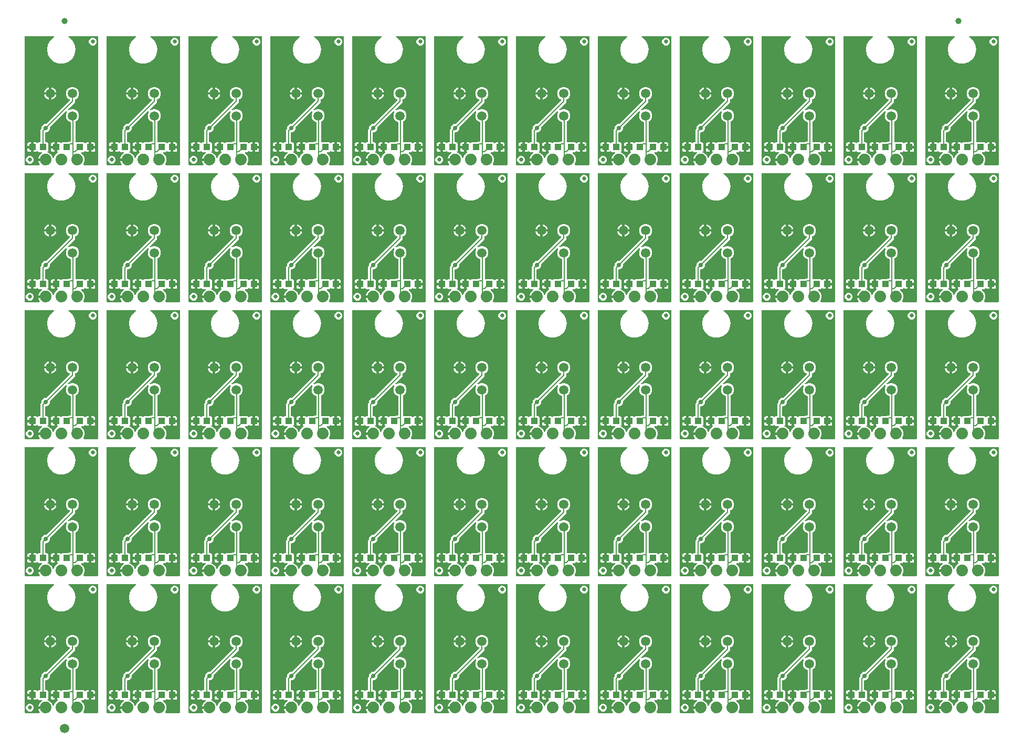
<source format=gtl>
G04 EAGLE Gerber RS-274X export*
G75*
%MOMM*%
%FSLAX34Y34*%
%LPD*%
%INTop Copper*%
%IPPOS*%
%AMOC8*
5,1,8,0,0,1.08239X$1,22.5*%
G01*
%ADD10C,0.635000*%
%ADD11C,1.500000*%
%ADD12R,1.100000X1.000000*%
%ADD13C,1.879600*%
%ADD14C,1.000000*%
%ADD15C,0.736600*%
%ADD16C,0.177800*%

G36*
X27715Y667018D02*
X27715Y667018D01*
X27807Y667021D01*
X27856Y667037D01*
X27906Y667045D01*
X27990Y667082D01*
X28077Y667111D01*
X28119Y667140D01*
X28165Y667161D01*
X28235Y667220D01*
X28311Y667272D01*
X28343Y667312D01*
X28382Y667344D01*
X28433Y667421D01*
X28492Y667492D01*
X28512Y667539D01*
X28540Y667581D01*
X28568Y667669D01*
X28604Y667753D01*
X28610Y667804D01*
X28626Y667852D01*
X28628Y667944D01*
X28639Y668035D01*
X28632Y668086D01*
X28633Y668136D01*
X28610Y668225D01*
X28595Y668316D01*
X28575Y668356D01*
X28561Y668411D01*
X28480Y668548D01*
X28446Y668617D01*
X27889Y669383D01*
X27036Y671057D01*
X26455Y672844D01*
X26334Y673609D01*
X37084Y673609D01*
X37142Y673617D01*
X37200Y673615D01*
X37282Y673637D01*
X37365Y673649D01*
X37419Y673673D01*
X37475Y673687D01*
X37548Y673730D01*
X37625Y673765D01*
X37669Y673803D01*
X37720Y673833D01*
X37777Y673894D01*
X37842Y673949D01*
X37874Y673997D01*
X37914Y674040D01*
X37953Y674115D01*
X37999Y674185D01*
X38017Y674241D01*
X38044Y674293D01*
X38055Y674361D01*
X38085Y674456D01*
X38088Y674556D01*
X38099Y674624D01*
X38099Y676656D01*
X38091Y676714D01*
X38092Y676772D01*
X38071Y676854D01*
X38059Y676937D01*
X38035Y676991D01*
X38021Y677047D01*
X37978Y677120D01*
X37943Y677197D01*
X37905Y677242D01*
X37875Y677292D01*
X37814Y677350D01*
X37759Y677414D01*
X37711Y677446D01*
X37668Y677486D01*
X37593Y677525D01*
X37523Y677571D01*
X37467Y677589D01*
X37415Y677616D01*
X37347Y677627D01*
X37252Y677657D01*
X37152Y677660D01*
X37084Y677671D01*
X26334Y677671D01*
X26455Y678436D01*
X27036Y680223D01*
X27889Y681897D01*
X28994Y683418D01*
X30322Y684746D01*
X31843Y685851D01*
X32118Y685991D01*
X32156Y686018D01*
X32199Y686037D01*
X32272Y686099D01*
X32351Y686155D01*
X32380Y686191D01*
X32416Y686221D01*
X32469Y686301D01*
X32530Y686376D01*
X32547Y686419D01*
X32573Y686457D01*
X32602Y686549D01*
X32640Y686638D01*
X32645Y686684D01*
X32659Y686728D01*
X32661Y686824D01*
X32673Y686921D01*
X32665Y686966D01*
X32666Y687012D01*
X32642Y687106D01*
X32626Y687201D01*
X32606Y687243D01*
X32594Y687287D01*
X32545Y687370D01*
X32503Y687458D01*
X32473Y687492D01*
X32449Y687532D01*
X32379Y687598D01*
X32315Y687670D01*
X32276Y687695D01*
X32242Y687726D01*
X32156Y687770D01*
X32074Y687822D01*
X32030Y687835D01*
X31989Y687856D01*
X31914Y687868D01*
X31801Y687901D01*
X31718Y687901D01*
X31658Y687911D01*
X27137Y687911D01*
X25759Y689290D01*
X25712Y689325D01*
X25672Y689367D01*
X25599Y689410D01*
X25531Y689461D01*
X25477Y689481D01*
X25426Y689511D01*
X25345Y689532D01*
X25266Y689562D01*
X25208Y689567D01*
X25151Y689581D01*
X25066Y689578D01*
X24982Y689585D01*
X24925Y689574D01*
X24867Y689572D01*
X24786Y689546D01*
X24704Y689530D01*
X24652Y689503D01*
X24596Y689485D01*
X24540Y689444D01*
X24451Y689399D01*
X24379Y689330D01*
X24323Y689290D01*
X23960Y688927D01*
X23381Y688592D01*
X22734Y688419D01*
X18931Y688419D01*
X18931Y694944D01*
X18923Y695002D01*
X18924Y695060D01*
X18903Y695142D01*
X18891Y695225D01*
X18867Y695279D01*
X18853Y695335D01*
X18810Y695408D01*
X18775Y695485D01*
X18737Y695529D01*
X18707Y695580D01*
X18646Y695637D01*
X18591Y695702D01*
X18543Y695734D01*
X18500Y695774D01*
X18425Y695813D01*
X18355Y695859D01*
X18299Y695877D01*
X18247Y695904D01*
X18179Y695915D01*
X18084Y695945D01*
X17984Y695948D01*
X17916Y695959D01*
X16899Y695959D01*
X16899Y695961D01*
X17916Y695961D01*
X17974Y695969D01*
X18032Y695968D01*
X18114Y695989D01*
X18197Y696001D01*
X18251Y696025D01*
X18307Y696039D01*
X18380Y696082D01*
X18457Y696117D01*
X18501Y696155D01*
X18552Y696185D01*
X18609Y696246D01*
X18674Y696301D01*
X18706Y696349D01*
X18746Y696392D01*
X18785Y696467D01*
X18831Y696537D01*
X18849Y696593D01*
X18876Y696645D01*
X18887Y696713D01*
X18917Y696808D01*
X18920Y696908D01*
X18931Y696976D01*
X18931Y703501D01*
X22734Y703501D01*
X23381Y703328D01*
X23960Y702993D01*
X24323Y702630D01*
X24370Y702595D01*
X24410Y702553D01*
X24483Y702510D01*
X24550Y702459D01*
X24605Y702438D01*
X24655Y702409D01*
X24737Y702388D01*
X24816Y702358D01*
X24874Y702353D01*
X24931Y702339D01*
X25015Y702342D01*
X25099Y702335D01*
X25156Y702346D01*
X25215Y702348D01*
X25295Y702374D01*
X25378Y702390D01*
X25430Y702417D01*
X25485Y702435D01*
X25542Y702475D01*
X25630Y702521D01*
X25702Y702590D01*
X25759Y702630D01*
X27137Y704009D01*
X28947Y704009D01*
X29005Y704017D01*
X29063Y704015D01*
X29145Y704037D01*
X29229Y704049D01*
X29282Y704072D01*
X29338Y704087D01*
X29411Y704130D01*
X29488Y704165D01*
X29533Y704203D01*
X29583Y704232D01*
X29641Y704294D01*
X29705Y704348D01*
X29737Y704397D01*
X29777Y704440D01*
X29816Y704515D01*
X29863Y704585D01*
X29880Y704641D01*
X29907Y704693D01*
X29918Y704761D01*
X29948Y704856D01*
X29951Y704956D01*
X29962Y705024D01*
X29962Y723871D01*
X31071Y724980D01*
X31123Y725050D01*
X31183Y725113D01*
X31209Y725163D01*
X31242Y725207D01*
X31273Y725289D01*
X31313Y725367D01*
X31321Y725414D01*
X31343Y725473D01*
X31355Y725620D01*
X31368Y725698D01*
X31368Y727779D01*
X32393Y730253D01*
X34287Y732147D01*
X36761Y733172D01*
X38842Y733172D01*
X38929Y733184D01*
X39016Y733187D01*
X39069Y733204D01*
X39124Y733212D01*
X39204Y733247D01*
X39287Y733274D01*
X39326Y733302D01*
X39383Y733328D01*
X39497Y733424D01*
X39560Y733469D01*
X77225Y771134D01*
X77277Y771203D01*
X77337Y771267D01*
X77363Y771317D01*
X77396Y771361D01*
X77427Y771443D01*
X77467Y771521D01*
X77475Y771568D01*
X77497Y771627D01*
X77509Y771774D01*
X77522Y771852D01*
X77522Y772035D01*
X77522Y772036D01*
X77522Y772038D01*
X77502Y772177D01*
X77482Y772316D01*
X77482Y772318D01*
X77482Y772319D01*
X77425Y772445D01*
X77366Y772576D01*
X77365Y772577D01*
X77364Y772578D01*
X77276Y772682D01*
X77183Y772793D01*
X77181Y772794D01*
X77180Y772795D01*
X77167Y772803D01*
X76946Y772950D01*
X76917Y772960D01*
X76896Y772973D01*
X75485Y773557D01*
X72517Y776525D01*
X70911Y780402D01*
X70911Y784598D01*
X72517Y788475D01*
X75485Y791443D01*
X79362Y793049D01*
X83558Y793049D01*
X87435Y791443D01*
X90403Y788475D01*
X92009Y784598D01*
X92009Y780402D01*
X90403Y776525D01*
X87435Y773557D01*
X86024Y772973D01*
X86023Y772972D01*
X86022Y772972D01*
X85901Y772900D01*
X85780Y772828D01*
X85779Y772827D01*
X85777Y772826D01*
X85680Y772722D01*
X85584Y772622D01*
X85584Y772620D01*
X85583Y772619D01*
X85518Y772493D01*
X85454Y772369D01*
X85454Y772367D01*
X85453Y772366D01*
X85451Y772351D01*
X85399Y772090D01*
X85402Y772059D01*
X85398Y772035D01*
X85398Y768169D01*
X82794Y765565D01*
X74428Y757199D01*
X74376Y757131D01*
X74317Y757068D01*
X74291Y757017D01*
X74257Y756972D01*
X74227Y756892D01*
X74187Y756815D01*
X74176Y756760D01*
X74156Y756706D01*
X74149Y756621D01*
X74132Y756537D01*
X74137Y756480D01*
X74132Y756423D01*
X74149Y756339D01*
X74157Y756253D01*
X74177Y756200D01*
X74188Y756144D01*
X74228Y756068D01*
X74259Y755988D01*
X74293Y755943D01*
X74319Y755892D01*
X74378Y755830D01*
X74430Y755761D01*
X74476Y755727D01*
X74515Y755686D01*
X74589Y755643D01*
X74658Y755591D01*
X74711Y755571D01*
X74760Y755542D01*
X74844Y755521D01*
X74924Y755491D01*
X74981Y755486D01*
X75036Y755472D01*
X75122Y755475D01*
X75207Y755468D01*
X75256Y755479D01*
X75320Y755481D01*
X75458Y755526D01*
X75535Y755543D01*
X79362Y757129D01*
X83558Y757129D01*
X87435Y755523D01*
X90403Y752555D01*
X92009Y748678D01*
X92009Y744482D01*
X90403Y740605D01*
X87435Y737637D01*
X87115Y737504D01*
X87113Y737503D01*
X87112Y737503D01*
X86994Y737433D01*
X86870Y737360D01*
X86869Y737359D01*
X86867Y737358D01*
X86772Y737256D01*
X86674Y737153D01*
X86674Y737152D01*
X86673Y737151D01*
X86610Y737029D01*
X86544Y736900D01*
X86544Y736899D01*
X86543Y736897D01*
X86541Y736883D01*
X86489Y736622D01*
X86492Y736591D01*
X86488Y736566D01*
X86488Y705024D01*
X86496Y704966D01*
X86494Y704908D01*
X86516Y704826D01*
X86528Y704742D01*
X86551Y704689D01*
X86566Y704633D01*
X86609Y704560D01*
X86644Y704483D01*
X86682Y704438D01*
X86711Y704388D01*
X86773Y704330D01*
X86827Y704266D01*
X86876Y704234D01*
X86919Y704194D01*
X86994Y704155D01*
X87064Y704108D01*
X87120Y704091D01*
X87172Y704064D01*
X87240Y704053D01*
X87335Y704023D01*
X87435Y704020D01*
X87503Y704009D01*
X99863Y704009D01*
X101241Y702630D01*
X101288Y702595D01*
X101328Y702553D01*
X101401Y702510D01*
X101469Y702459D01*
X101523Y702439D01*
X101574Y702409D01*
X101655Y702388D01*
X101734Y702358D01*
X101792Y702353D01*
X101849Y702339D01*
X101934Y702342D01*
X102018Y702335D01*
X102075Y702346D01*
X102133Y702348D01*
X102214Y702374D01*
X102296Y702390D01*
X102348Y702417D01*
X102404Y702435D01*
X102460Y702476D01*
X102549Y702521D01*
X102621Y702590D01*
X102677Y702630D01*
X103040Y702993D01*
X103619Y703328D01*
X104266Y703501D01*
X108069Y703501D01*
X108069Y696976D01*
X108077Y696918D01*
X108075Y696860D01*
X108097Y696778D01*
X108109Y696695D01*
X108133Y696641D01*
X108147Y696585D01*
X108190Y696512D01*
X108225Y696435D01*
X108263Y696391D01*
X108293Y696340D01*
X108354Y696283D01*
X108409Y696218D01*
X108457Y696186D01*
X108500Y696146D01*
X108575Y696107D01*
X108645Y696061D01*
X108701Y696043D01*
X108753Y696016D01*
X108821Y696005D01*
X108916Y695975D01*
X109016Y695972D01*
X109084Y695961D01*
X110101Y695961D01*
X110101Y695959D01*
X109084Y695959D01*
X109026Y695951D01*
X108968Y695952D01*
X108886Y695931D01*
X108803Y695919D01*
X108749Y695895D01*
X108693Y695881D01*
X108620Y695838D01*
X108543Y695803D01*
X108498Y695765D01*
X108448Y695735D01*
X108390Y695674D01*
X108326Y695619D01*
X108294Y695571D01*
X108254Y695528D01*
X108215Y695453D01*
X108169Y695383D01*
X108151Y695327D01*
X108124Y695275D01*
X108113Y695207D01*
X108083Y695112D01*
X108080Y695012D01*
X108069Y694944D01*
X108069Y688419D01*
X104266Y688419D01*
X103619Y688592D01*
X103040Y688927D01*
X102677Y689290D01*
X102630Y689325D01*
X102590Y689367D01*
X102517Y689410D01*
X102450Y689461D01*
X102395Y689482D01*
X102345Y689511D01*
X102263Y689532D01*
X102184Y689562D01*
X102126Y689567D01*
X102069Y689581D01*
X101985Y689578D01*
X101901Y689585D01*
X101844Y689574D01*
X101785Y689572D01*
X101705Y689546D01*
X101622Y689530D01*
X101570Y689503D01*
X101515Y689485D01*
X101458Y689444D01*
X101370Y689399D01*
X101298Y689330D01*
X101241Y689290D01*
X99863Y687911D01*
X96682Y687911D01*
X96653Y687907D01*
X96624Y687910D01*
X96513Y687887D01*
X96401Y687871D01*
X96374Y687859D01*
X96345Y687854D01*
X96245Y687802D01*
X96141Y687755D01*
X96119Y687736D01*
X96093Y687723D01*
X96011Y687645D01*
X95924Y687572D01*
X95908Y687547D01*
X95887Y687527D01*
X95829Y687429D01*
X95767Y687335D01*
X95758Y687307D01*
X95743Y687282D01*
X95715Y687172D01*
X95681Y687064D01*
X95680Y687034D01*
X95673Y687006D01*
X95676Y686893D01*
X95674Y686780D01*
X95681Y686751D01*
X95682Y686722D01*
X95717Y686614D01*
X95745Y686505D01*
X95760Y686479D01*
X95769Y686451D01*
X95815Y686388D01*
X95891Y686260D01*
X95936Y686217D01*
X95964Y686178D01*
X99452Y682691D01*
X101347Y678116D01*
X101347Y673164D01*
X99377Y668409D01*
X99348Y668297D01*
X99314Y668188D01*
X99313Y668160D01*
X99306Y668133D01*
X99309Y668019D01*
X99306Y667904D01*
X99313Y667877D01*
X99314Y667849D01*
X99349Y667740D01*
X99378Y667629D01*
X99392Y667605D01*
X99401Y667578D01*
X99465Y667483D01*
X99523Y667384D01*
X99544Y667365D01*
X99559Y667342D01*
X99647Y667268D01*
X99731Y667190D01*
X99755Y667177D01*
X99777Y667159D01*
X99881Y667113D01*
X99984Y667060D01*
X100008Y667056D01*
X100036Y667044D01*
X100300Y667007D01*
X100315Y667005D01*
X121920Y667005D01*
X121978Y667013D01*
X122036Y667011D01*
X122118Y667033D01*
X122202Y667045D01*
X122255Y667068D01*
X122311Y667083D01*
X122384Y667126D01*
X122461Y667161D01*
X122506Y667199D01*
X122556Y667228D01*
X122614Y667290D01*
X122678Y667344D01*
X122710Y667393D01*
X122750Y667436D01*
X122789Y667511D01*
X122836Y667581D01*
X122853Y667637D01*
X122880Y667689D01*
X122891Y667757D01*
X122921Y667852D01*
X122924Y667952D01*
X122935Y668020D01*
X122935Y873760D01*
X122927Y873818D01*
X122929Y873876D01*
X122907Y873958D01*
X122895Y874042D01*
X122872Y874095D01*
X122857Y874151D01*
X122814Y874224D01*
X122779Y874301D01*
X122741Y874346D01*
X122712Y874396D01*
X122650Y874454D01*
X122596Y874518D01*
X122547Y874550D01*
X122504Y874590D01*
X122429Y874629D01*
X122359Y874676D01*
X122303Y874693D01*
X122251Y874720D01*
X122183Y874731D01*
X122088Y874761D01*
X121988Y874764D01*
X121920Y874775D01*
X76033Y874775D01*
X75960Y874765D01*
X75886Y874765D01*
X75820Y874745D01*
X75751Y874735D01*
X75684Y874705D01*
X75614Y874685D01*
X75555Y874648D01*
X75492Y874619D01*
X75436Y874572D01*
X75374Y874532D01*
X75328Y874480D01*
X75275Y874436D01*
X75234Y874374D01*
X75185Y874319D01*
X75156Y874257D01*
X75117Y874199D01*
X75095Y874129D01*
X75064Y874062D01*
X75052Y873994D01*
X75032Y873928D01*
X75030Y873854D01*
X75018Y873782D01*
X75026Y873713D01*
X75024Y873644D01*
X75043Y873573D01*
X75052Y873499D01*
X75079Y873436D01*
X75096Y873369D01*
X75134Y873305D01*
X75162Y873238D01*
X75201Y873193D01*
X75241Y873124D01*
X75331Y873040D01*
X75380Y872982D01*
X81085Y868196D01*
X85071Y861291D01*
X86455Y853440D01*
X85071Y845589D01*
X81085Y838685D01*
X74978Y833560D01*
X67486Y830833D01*
X59514Y830833D01*
X52022Y833560D01*
X45915Y838684D01*
X41929Y845589D01*
X40545Y853440D01*
X41929Y861291D01*
X45915Y868195D01*
X51620Y872982D01*
X51669Y873037D01*
X51725Y873085D01*
X51764Y873142D01*
X51810Y873194D01*
X51842Y873260D01*
X51883Y873321D01*
X51904Y873387D01*
X51934Y873450D01*
X51946Y873522D01*
X51968Y873592D01*
X51970Y873661D01*
X51982Y873730D01*
X51974Y873803D01*
X51976Y873876D01*
X51958Y873943D01*
X51951Y874012D01*
X51923Y874080D01*
X51904Y874151D01*
X51869Y874211D01*
X51842Y874275D01*
X51796Y874333D01*
X51759Y874396D01*
X51708Y874443D01*
X51665Y874497D01*
X51605Y874540D01*
X51551Y874590D01*
X51490Y874622D01*
X51433Y874662D01*
X51364Y874686D01*
X51298Y874720D01*
X51240Y874730D01*
X51165Y874756D01*
X51043Y874763D01*
X50967Y874775D01*
X5080Y874775D01*
X5022Y874767D01*
X4964Y874769D01*
X4882Y874747D01*
X4798Y874735D01*
X4745Y874712D01*
X4689Y874697D01*
X4616Y874654D01*
X4539Y874619D01*
X4494Y874581D01*
X4444Y874552D01*
X4386Y874490D01*
X4322Y874436D01*
X4290Y874387D01*
X4250Y874344D01*
X4211Y874269D01*
X4164Y874199D01*
X4147Y874143D01*
X4120Y874091D01*
X4109Y874023D01*
X4079Y873928D01*
X4076Y873828D01*
X4065Y873760D01*
X4065Y668020D01*
X4073Y667962D01*
X4071Y667904D01*
X4093Y667822D01*
X4105Y667738D01*
X4128Y667685D01*
X4143Y667629D01*
X4186Y667556D01*
X4221Y667479D01*
X4259Y667434D01*
X4288Y667384D01*
X4350Y667326D01*
X4404Y667262D01*
X4453Y667230D01*
X4496Y667190D01*
X4571Y667151D01*
X4641Y667104D01*
X4697Y667087D01*
X4749Y667060D01*
X4817Y667049D01*
X4912Y667019D01*
X5012Y667016D01*
X5080Y667005D01*
X27624Y667005D01*
X27715Y667018D01*
G37*
G36*
X952275Y225058D02*
X952275Y225058D01*
X952367Y225061D01*
X952416Y225077D01*
X952466Y225085D01*
X952550Y225122D01*
X952637Y225151D01*
X952679Y225180D01*
X952725Y225201D01*
X952795Y225260D01*
X952871Y225312D01*
X952903Y225352D01*
X952942Y225384D01*
X952993Y225461D01*
X953052Y225532D01*
X953072Y225579D01*
X953100Y225621D01*
X953128Y225709D01*
X953164Y225793D01*
X953170Y225844D01*
X953186Y225892D01*
X953188Y225984D01*
X953199Y226075D01*
X953192Y226126D01*
X953193Y226176D01*
X953170Y226265D01*
X953155Y226356D01*
X953135Y226396D01*
X953121Y226451D01*
X953040Y226588D01*
X953006Y226657D01*
X952449Y227423D01*
X951596Y229097D01*
X951015Y230884D01*
X950894Y231649D01*
X961644Y231649D01*
X961702Y231657D01*
X961760Y231655D01*
X961842Y231677D01*
X961925Y231689D01*
X961979Y231713D01*
X962035Y231727D01*
X962108Y231770D01*
X962185Y231805D01*
X962229Y231843D01*
X962280Y231873D01*
X962337Y231934D01*
X962402Y231989D01*
X962434Y232037D01*
X962474Y232080D01*
X962513Y232155D01*
X962559Y232225D01*
X962577Y232281D01*
X962604Y232333D01*
X962615Y232401D01*
X962645Y232496D01*
X962648Y232596D01*
X962659Y232664D01*
X962659Y234696D01*
X962651Y234754D01*
X962652Y234812D01*
X962631Y234894D01*
X962619Y234977D01*
X962595Y235031D01*
X962581Y235087D01*
X962538Y235160D01*
X962503Y235237D01*
X962465Y235282D01*
X962435Y235332D01*
X962374Y235390D01*
X962319Y235454D01*
X962271Y235486D01*
X962228Y235526D01*
X962153Y235565D01*
X962083Y235611D01*
X962027Y235629D01*
X961975Y235656D01*
X961907Y235667D01*
X961812Y235697D01*
X961712Y235700D01*
X961644Y235711D01*
X950894Y235711D01*
X951015Y236476D01*
X951596Y238263D01*
X952449Y239937D01*
X953554Y241458D01*
X954882Y242786D01*
X956403Y243891D01*
X956678Y244031D01*
X956716Y244058D01*
X956759Y244077D01*
X956832Y244139D01*
X956911Y244195D01*
X956940Y244231D01*
X956976Y244261D01*
X957029Y244341D01*
X957090Y244416D01*
X957107Y244459D01*
X957133Y244497D01*
X957162Y244589D01*
X957200Y244678D01*
X957205Y244724D01*
X957219Y244768D01*
X957221Y244865D01*
X957233Y244960D01*
X957225Y245006D01*
X957226Y245052D01*
X957202Y245146D01*
X957186Y245241D01*
X957166Y245283D01*
X957154Y245327D01*
X957105Y245410D01*
X957064Y245497D01*
X957033Y245532D01*
X957009Y245572D01*
X956939Y245638D01*
X956875Y245710D01*
X956836Y245735D01*
X956802Y245766D01*
X956716Y245810D01*
X956634Y245862D01*
X956590Y245875D01*
X956549Y245896D01*
X956474Y245908D01*
X956361Y245941D01*
X956278Y245941D01*
X956218Y245951D01*
X951697Y245951D01*
X950319Y247330D01*
X950272Y247365D01*
X950232Y247407D01*
X950159Y247450D01*
X950092Y247501D01*
X950037Y247522D01*
X949986Y247551D01*
X949905Y247572D01*
X949826Y247602D01*
X949767Y247607D01*
X949711Y247621D01*
X949627Y247618D01*
X949543Y247625D01*
X949485Y247614D01*
X949427Y247612D01*
X949347Y247586D01*
X949264Y247570D01*
X949212Y247543D01*
X949156Y247525D01*
X949100Y247485D01*
X949011Y247439D01*
X948939Y247370D01*
X948883Y247330D01*
X948520Y246967D01*
X947941Y246632D01*
X947294Y246459D01*
X943491Y246459D01*
X943491Y252984D01*
X943483Y253042D01*
X943484Y253100D01*
X943463Y253182D01*
X943451Y253265D01*
X943427Y253319D01*
X943413Y253375D01*
X943370Y253448D01*
X943335Y253525D01*
X943297Y253569D01*
X943267Y253620D01*
X943206Y253677D01*
X943151Y253742D01*
X943103Y253774D01*
X943060Y253814D01*
X942985Y253853D01*
X942915Y253899D01*
X942859Y253917D01*
X942807Y253944D01*
X942739Y253955D01*
X942644Y253985D01*
X942544Y253988D01*
X942476Y253999D01*
X941459Y253999D01*
X941459Y254001D01*
X942476Y254001D01*
X942534Y254009D01*
X942592Y254008D01*
X942674Y254029D01*
X942757Y254041D01*
X942811Y254065D01*
X942867Y254079D01*
X942940Y254122D01*
X943017Y254157D01*
X943061Y254195D01*
X943112Y254225D01*
X943169Y254286D01*
X943234Y254341D01*
X943266Y254389D01*
X943306Y254432D01*
X943345Y254507D01*
X943391Y254577D01*
X943409Y254633D01*
X943436Y254685D01*
X943447Y254753D01*
X943477Y254848D01*
X943480Y254948D01*
X943491Y255016D01*
X943491Y261541D01*
X947294Y261541D01*
X947941Y261368D01*
X948520Y261033D01*
X948883Y260670D01*
X948930Y260635D01*
X948970Y260593D01*
X949043Y260550D01*
X949110Y260499D01*
X949165Y260478D01*
X949215Y260449D01*
X949297Y260428D01*
X949376Y260398D01*
X949434Y260393D01*
X949491Y260379D01*
X949575Y260382D01*
X949659Y260375D01*
X949716Y260386D01*
X949775Y260388D01*
X949855Y260414D01*
X949938Y260430D01*
X949990Y260457D01*
X950045Y260475D01*
X950102Y260515D01*
X950190Y260561D01*
X950262Y260630D01*
X950319Y260670D01*
X951697Y262049D01*
X953507Y262049D01*
X953565Y262057D01*
X953623Y262055D01*
X953705Y262077D01*
X953789Y262089D01*
X953842Y262112D01*
X953898Y262127D01*
X953971Y262170D01*
X954048Y262205D01*
X954093Y262243D01*
X954143Y262272D01*
X954201Y262334D01*
X954265Y262388D01*
X954297Y262437D01*
X954337Y262480D01*
X954376Y262555D01*
X954423Y262625D01*
X954440Y262681D01*
X954467Y262733D01*
X954478Y262801D01*
X954508Y262896D01*
X954511Y262996D01*
X954522Y263064D01*
X954522Y281911D01*
X955631Y283020D01*
X955683Y283089D01*
X955743Y283153D01*
X955769Y283203D01*
X955802Y283247D01*
X955833Y283329D01*
X955873Y283407D01*
X955881Y283454D01*
X955903Y283513D01*
X955915Y283660D01*
X955928Y283738D01*
X955928Y285819D01*
X956953Y288293D01*
X958847Y290187D01*
X961321Y291212D01*
X963402Y291212D01*
X963489Y291224D01*
X963576Y291227D01*
X963629Y291244D01*
X963684Y291252D01*
X963764Y291287D01*
X963847Y291314D01*
X963886Y291342D01*
X963943Y291368D01*
X964057Y291464D01*
X964120Y291509D01*
X1001785Y329174D01*
X1001837Y329243D01*
X1001897Y329307D01*
X1001923Y329357D01*
X1001956Y329401D01*
X1001987Y329483D01*
X1002027Y329561D01*
X1002035Y329608D01*
X1002057Y329667D01*
X1002069Y329814D01*
X1002082Y329892D01*
X1002082Y330075D01*
X1002082Y330076D01*
X1002082Y330078D01*
X1002062Y330217D01*
X1002042Y330356D01*
X1002042Y330358D01*
X1002042Y330359D01*
X1001985Y330485D01*
X1001926Y330616D01*
X1001925Y330617D01*
X1001924Y330618D01*
X1001836Y330722D01*
X1001743Y330833D01*
X1001741Y330834D01*
X1001740Y330835D01*
X1001727Y330843D01*
X1001506Y330990D01*
X1001477Y331000D01*
X1001456Y331013D01*
X1000045Y331597D01*
X997077Y334565D01*
X995471Y338442D01*
X995471Y342638D01*
X997077Y346515D01*
X1000045Y349483D01*
X1003922Y351089D01*
X1008118Y351089D01*
X1011995Y349483D01*
X1014963Y346515D01*
X1016569Y342638D01*
X1016569Y338442D01*
X1014963Y334565D01*
X1011995Y331597D01*
X1010584Y331013D01*
X1010583Y331012D01*
X1010582Y331012D01*
X1010461Y330940D01*
X1010340Y330868D01*
X1010339Y330867D01*
X1010337Y330866D01*
X1010240Y330762D01*
X1010144Y330662D01*
X1010144Y330660D01*
X1010143Y330659D01*
X1010078Y330533D01*
X1010014Y330409D01*
X1010014Y330407D01*
X1010013Y330406D01*
X1010011Y330391D01*
X1009959Y330130D01*
X1009962Y330099D01*
X1009958Y330075D01*
X1009958Y326209D01*
X1007354Y323605D01*
X998988Y315239D01*
X998937Y315171D01*
X998877Y315108D01*
X998851Y315058D01*
X998817Y315012D01*
X998787Y314932D01*
X998747Y314855D01*
X998736Y314800D01*
X998716Y314746D01*
X998709Y314661D01*
X998692Y314577D01*
X998697Y314520D01*
X998692Y314463D01*
X998709Y314379D01*
X998717Y314293D01*
X998737Y314240D01*
X998748Y314184D01*
X998788Y314108D01*
X998819Y314028D01*
X998853Y313983D01*
X998879Y313932D01*
X998939Y313870D01*
X998990Y313801D01*
X999036Y313767D01*
X999075Y313726D01*
X999149Y313682D01*
X999218Y313631D01*
X999271Y313611D01*
X999320Y313582D01*
X999404Y313561D01*
X999484Y313531D01*
X999541Y313526D01*
X999596Y313512D01*
X999682Y313515D01*
X999767Y313508D01*
X999816Y313519D01*
X999880Y313521D01*
X1000018Y313566D01*
X1000095Y313583D01*
X1003922Y315169D01*
X1008118Y315169D01*
X1011995Y313563D01*
X1014963Y310595D01*
X1016569Y306718D01*
X1016569Y302522D01*
X1014963Y298645D01*
X1011995Y295677D01*
X1011675Y295544D01*
X1011673Y295543D01*
X1011672Y295543D01*
X1011554Y295473D01*
X1011430Y295400D01*
X1011429Y295399D01*
X1011427Y295398D01*
X1011332Y295296D01*
X1011234Y295193D01*
X1011234Y295192D01*
X1011233Y295191D01*
X1011170Y295069D01*
X1011104Y294940D01*
X1011104Y294939D01*
X1011103Y294937D01*
X1011101Y294923D01*
X1011049Y294662D01*
X1011052Y294631D01*
X1011048Y294606D01*
X1011048Y263064D01*
X1011056Y263006D01*
X1011054Y262948D01*
X1011076Y262866D01*
X1011088Y262782D01*
X1011111Y262729D01*
X1011126Y262673D01*
X1011169Y262600D01*
X1011204Y262523D01*
X1011242Y262478D01*
X1011271Y262428D01*
X1011333Y262370D01*
X1011387Y262306D01*
X1011436Y262274D01*
X1011479Y262234D01*
X1011554Y262195D01*
X1011624Y262148D01*
X1011680Y262131D01*
X1011732Y262104D01*
X1011800Y262093D01*
X1011895Y262063D01*
X1011995Y262060D01*
X1012063Y262049D01*
X1024423Y262049D01*
X1025801Y260670D01*
X1025848Y260635D01*
X1025888Y260593D01*
X1025961Y260550D01*
X1026029Y260499D01*
X1026083Y260479D01*
X1026134Y260449D01*
X1026215Y260428D01*
X1026294Y260398D01*
X1026352Y260393D01*
X1026409Y260379D01*
X1026494Y260382D01*
X1026578Y260375D01*
X1026635Y260386D01*
X1026693Y260388D01*
X1026774Y260414D01*
X1026856Y260430D01*
X1026908Y260457D01*
X1026964Y260475D01*
X1027020Y260516D01*
X1027109Y260561D01*
X1027181Y260630D01*
X1027237Y260670D01*
X1027600Y261033D01*
X1028179Y261368D01*
X1028826Y261541D01*
X1032629Y261541D01*
X1032629Y255016D01*
X1032637Y254958D01*
X1032635Y254900D01*
X1032657Y254818D01*
X1032669Y254735D01*
X1032693Y254681D01*
X1032707Y254625D01*
X1032750Y254552D01*
X1032785Y254475D01*
X1032823Y254431D01*
X1032853Y254380D01*
X1032914Y254323D01*
X1032969Y254258D01*
X1033017Y254226D01*
X1033060Y254186D01*
X1033135Y254147D01*
X1033205Y254101D01*
X1033261Y254083D01*
X1033313Y254056D01*
X1033381Y254045D01*
X1033476Y254015D01*
X1033576Y254012D01*
X1033644Y254001D01*
X1034661Y254001D01*
X1034661Y253999D01*
X1033644Y253999D01*
X1033586Y253991D01*
X1033528Y253992D01*
X1033446Y253971D01*
X1033363Y253959D01*
X1033309Y253935D01*
X1033253Y253921D01*
X1033180Y253878D01*
X1033103Y253843D01*
X1033058Y253805D01*
X1033008Y253775D01*
X1032950Y253714D01*
X1032886Y253659D01*
X1032854Y253611D01*
X1032814Y253568D01*
X1032775Y253493D01*
X1032729Y253423D01*
X1032711Y253367D01*
X1032684Y253315D01*
X1032673Y253247D01*
X1032643Y253152D01*
X1032640Y253052D01*
X1032629Y252984D01*
X1032629Y246459D01*
X1028826Y246459D01*
X1028179Y246632D01*
X1027600Y246967D01*
X1027237Y247330D01*
X1027190Y247365D01*
X1027150Y247407D01*
X1027077Y247450D01*
X1027010Y247501D01*
X1026955Y247522D01*
X1026905Y247551D01*
X1026823Y247572D01*
X1026744Y247602D01*
X1026686Y247607D01*
X1026629Y247621D01*
X1026545Y247618D01*
X1026461Y247625D01*
X1026404Y247614D01*
X1026345Y247612D01*
X1026265Y247586D01*
X1026182Y247570D01*
X1026130Y247543D01*
X1026075Y247525D01*
X1026018Y247485D01*
X1025930Y247439D01*
X1025858Y247370D01*
X1025801Y247330D01*
X1024423Y245951D01*
X1021242Y245951D01*
X1021213Y245947D01*
X1021184Y245950D01*
X1021073Y245927D01*
X1020961Y245911D01*
X1020934Y245899D01*
X1020905Y245894D01*
X1020805Y245842D01*
X1020701Y245795D01*
X1020679Y245776D01*
X1020653Y245763D01*
X1020571Y245685D01*
X1020484Y245612D01*
X1020468Y245587D01*
X1020447Y245567D01*
X1020389Y245469D01*
X1020327Y245375D01*
X1020318Y245347D01*
X1020303Y245322D01*
X1020275Y245212D01*
X1020241Y245104D01*
X1020240Y245074D01*
X1020233Y245046D01*
X1020236Y244933D01*
X1020234Y244820D01*
X1020241Y244791D01*
X1020242Y244762D01*
X1020277Y244654D01*
X1020305Y244545D01*
X1020320Y244519D01*
X1020329Y244491D01*
X1020375Y244428D01*
X1020451Y244300D01*
X1020496Y244257D01*
X1020524Y244218D01*
X1024012Y240731D01*
X1025907Y236156D01*
X1025907Y231204D01*
X1023937Y226449D01*
X1023908Y226337D01*
X1023874Y226228D01*
X1023873Y226200D01*
X1023866Y226173D01*
X1023869Y226059D01*
X1023866Y225944D01*
X1023873Y225917D01*
X1023874Y225889D01*
X1023909Y225780D01*
X1023938Y225669D01*
X1023952Y225645D01*
X1023961Y225618D01*
X1024025Y225523D01*
X1024083Y225424D01*
X1024104Y225405D01*
X1024119Y225382D01*
X1024207Y225308D01*
X1024291Y225230D01*
X1024315Y225217D01*
X1024337Y225199D01*
X1024441Y225153D01*
X1024544Y225100D01*
X1024568Y225096D01*
X1024596Y225084D01*
X1024860Y225047D01*
X1024875Y225045D01*
X1046480Y225045D01*
X1046538Y225053D01*
X1046596Y225051D01*
X1046678Y225073D01*
X1046762Y225085D01*
X1046815Y225108D01*
X1046871Y225123D01*
X1046944Y225166D01*
X1047021Y225201D01*
X1047066Y225239D01*
X1047116Y225268D01*
X1047174Y225330D01*
X1047238Y225384D01*
X1047270Y225433D01*
X1047310Y225476D01*
X1047349Y225551D01*
X1047396Y225621D01*
X1047413Y225677D01*
X1047440Y225729D01*
X1047451Y225797D01*
X1047481Y225892D01*
X1047484Y225992D01*
X1047495Y226060D01*
X1047495Y431800D01*
X1047487Y431858D01*
X1047489Y431916D01*
X1047467Y431998D01*
X1047455Y432082D01*
X1047432Y432135D01*
X1047417Y432191D01*
X1047374Y432264D01*
X1047339Y432341D01*
X1047301Y432386D01*
X1047272Y432436D01*
X1047210Y432494D01*
X1047156Y432558D01*
X1047107Y432590D01*
X1047064Y432630D01*
X1046989Y432669D01*
X1046919Y432716D01*
X1046863Y432733D01*
X1046811Y432760D01*
X1046743Y432771D01*
X1046648Y432801D01*
X1046548Y432804D01*
X1046480Y432815D01*
X1000593Y432815D01*
X1000520Y432805D01*
X1000446Y432805D01*
X1000380Y432785D01*
X1000311Y432775D01*
X1000244Y432745D01*
X1000174Y432725D01*
X1000115Y432688D01*
X1000052Y432659D01*
X999996Y432612D01*
X999934Y432572D01*
X999888Y432520D01*
X999835Y432476D01*
X999794Y432414D01*
X999745Y432359D01*
X999716Y432297D01*
X999677Y432239D01*
X999655Y432169D01*
X999624Y432102D01*
X999612Y432034D01*
X999592Y431968D01*
X999590Y431894D01*
X999578Y431822D01*
X999586Y431753D01*
X999584Y431684D01*
X999603Y431613D01*
X999612Y431539D01*
X999639Y431476D01*
X999656Y431409D01*
X999694Y431345D01*
X999722Y431278D01*
X999761Y431233D01*
X999801Y431164D01*
X999891Y431080D01*
X999940Y431022D01*
X1005645Y426236D01*
X1009631Y419331D01*
X1011015Y411480D01*
X1009631Y403629D01*
X1005645Y396725D01*
X999538Y391600D01*
X992046Y388873D01*
X984074Y388873D01*
X976582Y391600D01*
X970475Y396724D01*
X966489Y403629D01*
X965105Y411480D01*
X966489Y419331D01*
X970475Y426235D01*
X976180Y431022D01*
X976229Y431077D01*
X976285Y431125D01*
X976324Y431182D01*
X976370Y431234D01*
X976402Y431300D01*
X976443Y431361D01*
X976464Y431427D01*
X976494Y431490D01*
X976506Y431562D01*
X976528Y431632D01*
X976530Y431701D01*
X976542Y431770D01*
X976534Y431843D01*
X976536Y431916D01*
X976518Y431983D01*
X976511Y432052D01*
X976483Y432120D01*
X976464Y432191D01*
X976429Y432251D01*
X976402Y432315D01*
X976356Y432373D01*
X976319Y432436D01*
X976268Y432483D01*
X976225Y432537D01*
X976165Y432580D01*
X976111Y432630D01*
X976050Y432662D01*
X975993Y432702D01*
X975924Y432726D01*
X975858Y432760D01*
X975800Y432770D01*
X975725Y432796D01*
X975603Y432803D01*
X975527Y432815D01*
X929640Y432815D01*
X929582Y432807D01*
X929524Y432809D01*
X929442Y432787D01*
X929358Y432775D01*
X929305Y432752D01*
X929249Y432737D01*
X929176Y432694D01*
X929099Y432659D01*
X929054Y432621D01*
X929004Y432592D01*
X928946Y432530D01*
X928882Y432476D01*
X928850Y432427D01*
X928810Y432384D01*
X928771Y432309D01*
X928724Y432239D01*
X928707Y432183D01*
X928680Y432131D01*
X928669Y432063D01*
X928639Y431968D01*
X928636Y431868D01*
X928625Y431800D01*
X928625Y226060D01*
X928633Y226002D01*
X928631Y225944D01*
X928653Y225862D01*
X928665Y225778D01*
X928688Y225725D01*
X928703Y225669D01*
X928746Y225596D01*
X928781Y225519D01*
X928819Y225474D01*
X928848Y225424D01*
X928910Y225366D01*
X928964Y225302D01*
X929013Y225270D01*
X929056Y225230D01*
X929131Y225191D01*
X929201Y225144D01*
X929257Y225127D01*
X929309Y225100D01*
X929377Y225089D01*
X929472Y225059D01*
X929572Y225056D01*
X929640Y225045D01*
X952184Y225045D01*
X952275Y225058D01*
G37*
G36*
X27715Y4078D02*
X27715Y4078D01*
X27807Y4081D01*
X27856Y4097D01*
X27906Y4105D01*
X27990Y4142D01*
X28077Y4171D01*
X28119Y4200D01*
X28165Y4221D01*
X28235Y4280D01*
X28311Y4332D01*
X28343Y4372D01*
X28382Y4404D01*
X28433Y4481D01*
X28492Y4552D01*
X28512Y4599D01*
X28540Y4641D01*
X28568Y4729D01*
X28604Y4813D01*
X28610Y4864D01*
X28626Y4912D01*
X28628Y5004D01*
X28639Y5095D01*
X28632Y5146D01*
X28633Y5196D01*
X28610Y5285D01*
X28595Y5376D01*
X28575Y5416D01*
X28561Y5471D01*
X28480Y5608D01*
X28446Y5677D01*
X27889Y6443D01*
X27036Y8117D01*
X26455Y9904D01*
X26334Y10669D01*
X37084Y10669D01*
X37142Y10677D01*
X37200Y10675D01*
X37282Y10697D01*
X37365Y10709D01*
X37419Y10733D01*
X37475Y10747D01*
X37548Y10790D01*
X37625Y10825D01*
X37669Y10863D01*
X37720Y10893D01*
X37777Y10954D01*
X37842Y11009D01*
X37874Y11057D01*
X37914Y11100D01*
X37953Y11175D01*
X37999Y11245D01*
X38017Y11301D01*
X38044Y11353D01*
X38055Y11421D01*
X38085Y11516D01*
X38088Y11616D01*
X38099Y11684D01*
X38099Y13716D01*
X38091Y13774D01*
X38092Y13832D01*
X38071Y13914D01*
X38059Y13997D01*
X38035Y14051D01*
X38021Y14107D01*
X37978Y14180D01*
X37943Y14257D01*
X37905Y14302D01*
X37875Y14352D01*
X37814Y14410D01*
X37759Y14474D01*
X37711Y14506D01*
X37668Y14546D01*
X37593Y14585D01*
X37523Y14631D01*
X37467Y14649D01*
X37415Y14676D01*
X37347Y14687D01*
X37252Y14717D01*
X37152Y14720D01*
X37084Y14731D01*
X26334Y14731D01*
X26455Y15496D01*
X27036Y17283D01*
X27889Y18957D01*
X28994Y20478D01*
X30322Y21806D01*
X31843Y22911D01*
X32118Y23051D01*
X32156Y23078D01*
X32199Y23097D01*
X32272Y23159D01*
X32351Y23215D01*
X32380Y23251D01*
X32416Y23281D01*
X32469Y23361D01*
X32530Y23436D01*
X32547Y23479D01*
X32573Y23517D01*
X32602Y23609D01*
X32640Y23698D01*
X32645Y23744D01*
X32659Y23788D01*
X32661Y23884D01*
X32673Y23981D01*
X32665Y24026D01*
X32666Y24072D01*
X32642Y24166D01*
X32626Y24261D01*
X32606Y24303D01*
X32594Y24347D01*
X32545Y24430D01*
X32503Y24518D01*
X32473Y24552D01*
X32449Y24592D01*
X32379Y24658D01*
X32315Y24730D01*
X32276Y24755D01*
X32242Y24786D01*
X32156Y24830D01*
X32074Y24882D01*
X32030Y24895D01*
X31989Y24916D01*
X31914Y24928D01*
X31801Y24961D01*
X31718Y24961D01*
X31658Y24971D01*
X27137Y24971D01*
X25759Y26350D01*
X25712Y26385D01*
X25672Y26427D01*
X25599Y26470D01*
X25531Y26521D01*
X25477Y26541D01*
X25426Y26571D01*
X25345Y26592D01*
X25266Y26622D01*
X25208Y26627D01*
X25151Y26641D01*
X25066Y26638D01*
X24982Y26645D01*
X24925Y26634D01*
X24867Y26632D01*
X24786Y26606D01*
X24704Y26590D01*
X24652Y26563D01*
X24596Y26545D01*
X24540Y26504D01*
X24451Y26459D01*
X24379Y26390D01*
X24323Y26350D01*
X23960Y25987D01*
X23381Y25652D01*
X22734Y25479D01*
X18931Y25479D01*
X18931Y32004D01*
X18923Y32062D01*
X18924Y32120D01*
X18903Y32202D01*
X18891Y32285D01*
X18867Y32339D01*
X18853Y32395D01*
X18810Y32468D01*
X18775Y32545D01*
X18737Y32589D01*
X18707Y32640D01*
X18646Y32697D01*
X18591Y32762D01*
X18543Y32794D01*
X18500Y32834D01*
X18425Y32873D01*
X18355Y32919D01*
X18299Y32937D01*
X18247Y32964D01*
X18179Y32975D01*
X18084Y33005D01*
X17984Y33008D01*
X17916Y33019D01*
X16899Y33019D01*
X16899Y33021D01*
X17916Y33021D01*
X17974Y33029D01*
X18032Y33028D01*
X18114Y33049D01*
X18197Y33061D01*
X18251Y33085D01*
X18307Y33099D01*
X18380Y33142D01*
X18457Y33177D01*
X18501Y33215D01*
X18552Y33245D01*
X18609Y33306D01*
X18674Y33361D01*
X18706Y33409D01*
X18746Y33452D01*
X18785Y33527D01*
X18831Y33597D01*
X18849Y33653D01*
X18876Y33705D01*
X18887Y33773D01*
X18917Y33868D01*
X18920Y33968D01*
X18931Y34036D01*
X18931Y40561D01*
X22734Y40561D01*
X23381Y40388D01*
X23960Y40053D01*
X24323Y39690D01*
X24370Y39655D01*
X24410Y39613D01*
X24483Y39570D01*
X24550Y39519D01*
X24605Y39498D01*
X24655Y39469D01*
X24737Y39448D01*
X24816Y39418D01*
X24874Y39413D01*
X24931Y39399D01*
X25015Y39402D01*
X25099Y39395D01*
X25156Y39406D01*
X25215Y39408D01*
X25295Y39434D01*
X25378Y39450D01*
X25430Y39477D01*
X25485Y39495D01*
X25542Y39535D01*
X25630Y39581D01*
X25702Y39650D01*
X25759Y39690D01*
X27137Y41069D01*
X28947Y41069D01*
X29005Y41077D01*
X29063Y41075D01*
X29145Y41097D01*
X29229Y41109D01*
X29282Y41132D01*
X29338Y41147D01*
X29411Y41190D01*
X29488Y41225D01*
X29533Y41263D01*
X29583Y41292D01*
X29641Y41354D01*
X29705Y41408D01*
X29737Y41457D01*
X29777Y41500D01*
X29816Y41575D01*
X29863Y41645D01*
X29880Y41701D01*
X29907Y41753D01*
X29918Y41821D01*
X29948Y41916D01*
X29951Y42016D01*
X29962Y42084D01*
X29962Y60931D01*
X31071Y62040D01*
X31123Y62110D01*
X31183Y62173D01*
X31209Y62223D01*
X31242Y62267D01*
X31273Y62349D01*
X31313Y62427D01*
X31321Y62474D01*
X31343Y62533D01*
X31355Y62680D01*
X31368Y62758D01*
X31368Y64839D01*
X32393Y67313D01*
X34287Y69207D01*
X36761Y70232D01*
X38842Y70232D01*
X38929Y70244D01*
X39016Y70247D01*
X39069Y70264D01*
X39124Y70272D01*
X39204Y70307D01*
X39287Y70334D01*
X39326Y70362D01*
X39383Y70388D01*
X39497Y70484D01*
X39560Y70529D01*
X77225Y108194D01*
X77277Y108263D01*
X77337Y108327D01*
X77363Y108377D01*
X77396Y108421D01*
X77427Y108503D01*
X77467Y108581D01*
X77475Y108628D01*
X77497Y108687D01*
X77509Y108834D01*
X77522Y108912D01*
X77522Y109095D01*
X77522Y109096D01*
X77522Y109098D01*
X77502Y109237D01*
X77482Y109376D01*
X77482Y109378D01*
X77482Y109379D01*
X77425Y109505D01*
X77366Y109636D01*
X77365Y109637D01*
X77364Y109638D01*
X77276Y109742D01*
X77183Y109853D01*
X77181Y109854D01*
X77180Y109855D01*
X77167Y109863D01*
X76946Y110010D01*
X76917Y110020D01*
X76896Y110033D01*
X75485Y110617D01*
X72517Y113585D01*
X70911Y117462D01*
X70911Y121658D01*
X72517Y125535D01*
X75485Y128503D01*
X79362Y130109D01*
X83558Y130109D01*
X87435Y128503D01*
X90403Y125535D01*
X92009Y121658D01*
X92009Y117462D01*
X90403Y113585D01*
X87435Y110617D01*
X86024Y110033D01*
X86023Y110032D01*
X86022Y110032D01*
X85901Y109960D01*
X85780Y109888D01*
X85779Y109887D01*
X85777Y109886D01*
X85680Y109782D01*
X85584Y109682D01*
X85584Y109680D01*
X85583Y109679D01*
X85518Y109553D01*
X85454Y109429D01*
X85454Y109427D01*
X85453Y109426D01*
X85451Y109411D01*
X85399Y109150D01*
X85402Y109119D01*
X85398Y109095D01*
X85398Y105229D01*
X82794Y102625D01*
X74428Y94259D01*
X74377Y94191D01*
X74317Y94128D01*
X74291Y94078D01*
X74257Y94032D01*
X74227Y93952D01*
X74187Y93875D01*
X74176Y93820D01*
X74156Y93766D01*
X74149Y93681D01*
X74132Y93597D01*
X74137Y93540D01*
X74132Y93483D01*
X74149Y93399D01*
X74157Y93313D01*
X74177Y93260D01*
X74188Y93204D01*
X74228Y93128D01*
X74259Y93048D01*
X74293Y93003D01*
X74319Y92952D01*
X74379Y92890D01*
X74430Y92821D01*
X74476Y92787D01*
X74515Y92746D01*
X74589Y92702D01*
X74658Y92651D01*
X74711Y92631D01*
X74760Y92602D01*
X74844Y92581D01*
X74924Y92551D01*
X74981Y92546D01*
X75036Y92532D01*
X75122Y92535D01*
X75207Y92528D01*
X75256Y92539D01*
X75320Y92541D01*
X75458Y92586D01*
X75535Y92603D01*
X79362Y94189D01*
X83558Y94189D01*
X87435Y92583D01*
X90403Y89615D01*
X92009Y85738D01*
X92009Y81542D01*
X90403Y77665D01*
X87435Y74697D01*
X87115Y74564D01*
X87113Y74563D01*
X87112Y74563D01*
X86994Y74493D01*
X86870Y74420D01*
X86869Y74419D01*
X86867Y74418D01*
X86772Y74316D01*
X86674Y74213D01*
X86674Y74212D01*
X86673Y74211D01*
X86610Y74089D01*
X86544Y73960D01*
X86544Y73959D01*
X86543Y73957D01*
X86541Y73943D01*
X86489Y73682D01*
X86492Y73651D01*
X86488Y73626D01*
X86488Y42084D01*
X86496Y42026D01*
X86494Y41968D01*
X86516Y41886D01*
X86528Y41802D01*
X86551Y41749D01*
X86566Y41693D01*
X86609Y41620D01*
X86644Y41543D01*
X86682Y41498D01*
X86711Y41448D01*
X86773Y41390D01*
X86827Y41326D01*
X86876Y41294D01*
X86919Y41254D01*
X86994Y41215D01*
X87064Y41168D01*
X87120Y41151D01*
X87172Y41124D01*
X87240Y41113D01*
X87335Y41083D01*
X87435Y41080D01*
X87503Y41069D01*
X99863Y41069D01*
X101241Y39690D01*
X101288Y39655D01*
X101328Y39613D01*
X101401Y39570D01*
X101469Y39519D01*
X101523Y39499D01*
X101574Y39469D01*
X101655Y39448D01*
X101734Y39418D01*
X101792Y39413D01*
X101849Y39399D01*
X101934Y39402D01*
X102018Y39395D01*
X102075Y39406D01*
X102133Y39408D01*
X102214Y39434D01*
X102296Y39450D01*
X102348Y39477D01*
X102404Y39495D01*
X102460Y39536D01*
X102549Y39581D01*
X102621Y39650D01*
X102677Y39690D01*
X103040Y40053D01*
X103619Y40388D01*
X104266Y40561D01*
X108069Y40561D01*
X108069Y34036D01*
X108077Y33978D01*
X108075Y33920D01*
X108097Y33838D01*
X108109Y33755D01*
X108133Y33701D01*
X108147Y33645D01*
X108190Y33572D01*
X108225Y33495D01*
X108263Y33451D01*
X108293Y33400D01*
X108354Y33343D01*
X108409Y33278D01*
X108457Y33246D01*
X108500Y33206D01*
X108575Y33167D01*
X108645Y33121D01*
X108701Y33103D01*
X108753Y33076D01*
X108821Y33065D01*
X108916Y33035D01*
X109016Y33032D01*
X109084Y33021D01*
X110101Y33021D01*
X110101Y33019D01*
X109084Y33019D01*
X109026Y33011D01*
X108968Y33012D01*
X108886Y32991D01*
X108803Y32979D01*
X108749Y32955D01*
X108693Y32941D01*
X108620Y32898D01*
X108543Y32863D01*
X108498Y32825D01*
X108448Y32795D01*
X108390Y32734D01*
X108326Y32679D01*
X108294Y32631D01*
X108254Y32588D01*
X108215Y32513D01*
X108169Y32443D01*
X108151Y32387D01*
X108124Y32335D01*
X108113Y32267D01*
X108083Y32172D01*
X108080Y32072D01*
X108069Y32004D01*
X108069Y25479D01*
X104266Y25479D01*
X103619Y25652D01*
X103040Y25987D01*
X102677Y26350D01*
X102630Y26385D01*
X102590Y26427D01*
X102517Y26470D01*
X102450Y26521D01*
X102395Y26542D01*
X102345Y26571D01*
X102263Y26592D01*
X102184Y26622D01*
X102126Y26627D01*
X102069Y26641D01*
X101985Y26638D01*
X101901Y26645D01*
X101844Y26634D01*
X101785Y26632D01*
X101705Y26606D01*
X101622Y26590D01*
X101570Y26563D01*
X101515Y26545D01*
X101458Y26504D01*
X101370Y26459D01*
X101298Y26390D01*
X101241Y26350D01*
X99863Y24971D01*
X96682Y24971D01*
X96653Y24967D01*
X96624Y24970D01*
X96513Y24947D01*
X96401Y24931D01*
X96374Y24919D01*
X96345Y24914D01*
X96245Y24862D01*
X96141Y24815D01*
X96119Y24796D01*
X96093Y24783D01*
X96011Y24705D01*
X95924Y24632D01*
X95908Y24607D01*
X95887Y24587D01*
X95829Y24489D01*
X95767Y24395D01*
X95758Y24367D01*
X95743Y24342D01*
X95715Y24232D01*
X95681Y24124D01*
X95680Y24094D01*
X95673Y24066D01*
X95676Y23953D01*
X95674Y23840D01*
X95681Y23811D01*
X95682Y23782D01*
X95717Y23674D01*
X95745Y23565D01*
X95760Y23539D01*
X95769Y23511D01*
X95815Y23448D01*
X95891Y23320D01*
X95936Y23277D01*
X95964Y23238D01*
X99452Y19751D01*
X101347Y15176D01*
X101347Y10224D01*
X99377Y5469D01*
X99348Y5357D01*
X99314Y5248D01*
X99313Y5220D01*
X99306Y5193D01*
X99309Y5079D01*
X99306Y4964D01*
X99313Y4937D01*
X99314Y4909D01*
X99349Y4800D01*
X99378Y4689D01*
X99392Y4665D01*
X99401Y4638D01*
X99465Y4543D01*
X99523Y4444D01*
X99544Y4425D01*
X99559Y4402D01*
X99647Y4328D01*
X99731Y4250D01*
X99755Y4237D01*
X99777Y4219D01*
X99881Y4173D01*
X99984Y4120D01*
X100008Y4116D01*
X100036Y4104D01*
X100300Y4067D01*
X100315Y4065D01*
X121920Y4065D01*
X121978Y4073D01*
X122036Y4071D01*
X122118Y4093D01*
X122202Y4105D01*
X122255Y4128D01*
X122311Y4143D01*
X122384Y4186D01*
X122461Y4221D01*
X122506Y4259D01*
X122556Y4288D01*
X122614Y4350D01*
X122678Y4404D01*
X122710Y4453D01*
X122750Y4496D01*
X122789Y4571D01*
X122836Y4641D01*
X122853Y4697D01*
X122880Y4749D01*
X122891Y4817D01*
X122921Y4912D01*
X122924Y5012D01*
X122935Y5080D01*
X122935Y210820D01*
X122927Y210878D01*
X122929Y210936D01*
X122907Y211018D01*
X122895Y211102D01*
X122872Y211155D01*
X122857Y211211D01*
X122814Y211284D01*
X122779Y211361D01*
X122741Y211406D01*
X122712Y211456D01*
X122650Y211514D01*
X122596Y211578D01*
X122547Y211610D01*
X122504Y211650D01*
X122429Y211689D01*
X122359Y211736D01*
X122303Y211753D01*
X122251Y211780D01*
X122183Y211791D01*
X122088Y211821D01*
X121988Y211824D01*
X121920Y211835D01*
X76033Y211835D01*
X75960Y211825D01*
X75886Y211825D01*
X75820Y211805D01*
X75751Y211795D01*
X75684Y211765D01*
X75614Y211745D01*
X75555Y211708D01*
X75492Y211679D01*
X75436Y211632D01*
X75374Y211592D01*
X75328Y211540D01*
X75275Y211496D01*
X75234Y211434D01*
X75185Y211379D01*
X75156Y211317D01*
X75117Y211259D01*
X75095Y211189D01*
X75064Y211122D01*
X75052Y211054D01*
X75032Y210988D01*
X75030Y210914D01*
X75018Y210842D01*
X75026Y210773D01*
X75024Y210704D01*
X75043Y210633D01*
X75052Y210559D01*
X75079Y210496D01*
X75096Y210429D01*
X75134Y210365D01*
X75162Y210298D01*
X75201Y210253D01*
X75241Y210184D01*
X75331Y210100D01*
X75380Y210042D01*
X81085Y205256D01*
X85071Y198351D01*
X86455Y190500D01*
X85071Y182649D01*
X81085Y175745D01*
X74978Y170620D01*
X67486Y167893D01*
X59514Y167893D01*
X52022Y170620D01*
X45915Y175744D01*
X41929Y182649D01*
X40545Y190500D01*
X41929Y198351D01*
X45915Y205255D01*
X51620Y210042D01*
X51669Y210097D01*
X51725Y210145D01*
X51764Y210202D01*
X51810Y210254D01*
X51842Y210320D01*
X51883Y210381D01*
X51904Y210447D01*
X51934Y210510D01*
X51946Y210582D01*
X51968Y210652D01*
X51970Y210721D01*
X51982Y210790D01*
X51974Y210863D01*
X51976Y210936D01*
X51958Y211003D01*
X51951Y211072D01*
X51923Y211140D01*
X51904Y211211D01*
X51869Y211271D01*
X51842Y211335D01*
X51796Y211393D01*
X51759Y211456D01*
X51708Y211503D01*
X51665Y211557D01*
X51605Y211600D01*
X51551Y211650D01*
X51490Y211682D01*
X51433Y211722D01*
X51364Y211746D01*
X51298Y211780D01*
X51240Y211790D01*
X51165Y211816D01*
X51043Y211823D01*
X50967Y211835D01*
X5080Y211835D01*
X5022Y211827D01*
X4964Y211829D01*
X4882Y211807D01*
X4798Y211795D01*
X4745Y211772D01*
X4689Y211757D01*
X4616Y211714D01*
X4539Y211679D01*
X4494Y211641D01*
X4444Y211612D01*
X4386Y211550D01*
X4322Y211496D01*
X4290Y211447D01*
X4250Y211404D01*
X4211Y211329D01*
X4164Y211259D01*
X4147Y211203D01*
X4120Y211151D01*
X4109Y211083D01*
X4079Y210988D01*
X4076Y210888D01*
X4065Y210820D01*
X4065Y5080D01*
X4073Y5022D01*
X4071Y4964D01*
X4093Y4882D01*
X4105Y4798D01*
X4128Y4745D01*
X4143Y4689D01*
X4186Y4616D01*
X4221Y4539D01*
X4259Y4494D01*
X4288Y4444D01*
X4350Y4386D01*
X4404Y4322D01*
X4453Y4290D01*
X4496Y4250D01*
X4571Y4211D01*
X4641Y4164D01*
X4697Y4147D01*
X4749Y4120D01*
X4817Y4109D01*
X4912Y4079D01*
X5012Y4076D01*
X5080Y4065D01*
X27624Y4065D01*
X27715Y4078D01*
G37*
G36*
X952275Y887998D02*
X952275Y887998D01*
X952367Y888001D01*
X952416Y888017D01*
X952466Y888025D01*
X952550Y888062D01*
X952637Y888091D01*
X952679Y888120D01*
X952725Y888141D01*
X952795Y888200D01*
X952871Y888252D01*
X952903Y888292D01*
X952942Y888324D01*
X952993Y888401D01*
X953052Y888472D01*
X953072Y888519D01*
X953100Y888561D01*
X953128Y888649D01*
X953164Y888733D01*
X953170Y888784D01*
X953186Y888832D01*
X953188Y888924D01*
X953199Y889015D01*
X953192Y889066D01*
X953193Y889116D01*
X953170Y889205D01*
X953155Y889296D01*
X953135Y889336D01*
X953121Y889391D01*
X953040Y889528D01*
X953006Y889597D01*
X952449Y890363D01*
X951596Y892037D01*
X951015Y893824D01*
X950894Y894589D01*
X961644Y894589D01*
X961702Y894597D01*
X961760Y894595D01*
X961842Y894617D01*
X961925Y894629D01*
X961979Y894653D01*
X962035Y894667D01*
X962108Y894710D01*
X962185Y894745D01*
X962229Y894783D01*
X962280Y894813D01*
X962337Y894874D01*
X962402Y894929D01*
X962434Y894977D01*
X962474Y895020D01*
X962513Y895095D01*
X962559Y895165D01*
X962577Y895221D01*
X962604Y895273D01*
X962615Y895341D01*
X962645Y895436D01*
X962648Y895536D01*
X962659Y895604D01*
X962659Y897636D01*
X962651Y897694D01*
X962652Y897752D01*
X962631Y897834D01*
X962619Y897917D01*
X962595Y897971D01*
X962581Y898027D01*
X962538Y898100D01*
X962503Y898177D01*
X962465Y898222D01*
X962435Y898272D01*
X962374Y898330D01*
X962319Y898394D01*
X962271Y898426D01*
X962228Y898466D01*
X962153Y898505D01*
X962083Y898551D01*
X962027Y898569D01*
X961975Y898596D01*
X961907Y898607D01*
X961812Y898637D01*
X961712Y898640D01*
X961644Y898651D01*
X950894Y898651D01*
X951015Y899416D01*
X951596Y901203D01*
X952449Y902877D01*
X953554Y904398D01*
X954882Y905726D01*
X956403Y906831D01*
X956678Y906971D01*
X956716Y906998D01*
X956759Y907017D01*
X956832Y907079D01*
X956911Y907135D01*
X956940Y907171D01*
X956976Y907201D01*
X957029Y907281D01*
X957090Y907356D01*
X957107Y907399D01*
X957133Y907437D01*
X957162Y907529D01*
X957200Y907618D01*
X957205Y907664D01*
X957219Y907708D01*
X957221Y907805D01*
X957233Y907900D01*
X957225Y907946D01*
X957226Y907992D01*
X957202Y908086D01*
X957186Y908181D01*
X957166Y908223D01*
X957154Y908267D01*
X957105Y908350D01*
X957064Y908437D01*
X957033Y908472D01*
X957009Y908512D01*
X956939Y908578D01*
X956875Y908650D01*
X956836Y908675D01*
X956802Y908706D01*
X956716Y908750D01*
X956634Y908802D01*
X956590Y908815D01*
X956549Y908836D01*
X956474Y908848D01*
X956361Y908881D01*
X956278Y908881D01*
X956218Y908891D01*
X951697Y908891D01*
X950319Y910270D01*
X950272Y910305D01*
X950232Y910347D01*
X950159Y910390D01*
X950092Y910441D01*
X950037Y910462D01*
X949986Y910491D01*
X949905Y910512D01*
X949826Y910542D01*
X949767Y910547D01*
X949711Y910561D01*
X949627Y910558D01*
X949543Y910565D01*
X949485Y910554D01*
X949427Y910552D01*
X949347Y910526D01*
X949264Y910510D01*
X949212Y910483D01*
X949156Y910465D01*
X949100Y910425D01*
X949011Y910379D01*
X948939Y910310D01*
X948883Y910270D01*
X948520Y909907D01*
X947941Y909572D01*
X947294Y909399D01*
X943491Y909399D01*
X943491Y915924D01*
X943483Y915982D01*
X943484Y916040D01*
X943463Y916122D01*
X943451Y916205D01*
X943427Y916259D01*
X943413Y916315D01*
X943370Y916388D01*
X943335Y916465D01*
X943297Y916509D01*
X943267Y916560D01*
X943206Y916617D01*
X943151Y916682D01*
X943103Y916714D01*
X943060Y916754D01*
X942985Y916793D01*
X942915Y916839D01*
X942859Y916857D01*
X942807Y916884D01*
X942739Y916895D01*
X942644Y916925D01*
X942544Y916928D01*
X942476Y916939D01*
X941459Y916939D01*
X941459Y916941D01*
X942476Y916941D01*
X942534Y916949D01*
X942592Y916948D01*
X942674Y916969D01*
X942757Y916981D01*
X942811Y917005D01*
X942867Y917019D01*
X942940Y917062D01*
X943017Y917097D01*
X943061Y917135D01*
X943112Y917165D01*
X943169Y917226D01*
X943234Y917281D01*
X943266Y917329D01*
X943306Y917372D01*
X943345Y917447D01*
X943391Y917517D01*
X943409Y917573D01*
X943436Y917625D01*
X943447Y917693D01*
X943477Y917788D01*
X943480Y917888D01*
X943491Y917956D01*
X943491Y924481D01*
X947294Y924481D01*
X947941Y924308D01*
X948520Y923973D01*
X948883Y923610D01*
X948930Y923575D01*
X948970Y923533D01*
X949043Y923490D01*
X949110Y923439D01*
X949165Y923418D01*
X949215Y923389D01*
X949297Y923368D01*
X949376Y923338D01*
X949434Y923333D01*
X949491Y923319D01*
X949575Y923322D01*
X949659Y923315D01*
X949716Y923326D01*
X949775Y923328D01*
X949855Y923354D01*
X949938Y923370D01*
X949990Y923397D01*
X950045Y923415D01*
X950102Y923455D01*
X950190Y923501D01*
X950262Y923570D01*
X950319Y923610D01*
X951697Y924989D01*
X953507Y924989D01*
X953565Y924997D01*
X953623Y924995D01*
X953705Y925017D01*
X953789Y925029D01*
X953842Y925052D01*
X953898Y925067D01*
X953971Y925110D01*
X954048Y925145D01*
X954093Y925183D01*
X954143Y925212D01*
X954201Y925274D01*
X954265Y925328D01*
X954297Y925377D01*
X954337Y925420D01*
X954376Y925495D01*
X954423Y925565D01*
X954440Y925621D01*
X954467Y925673D01*
X954478Y925741D01*
X954508Y925836D01*
X954511Y925936D01*
X954522Y926004D01*
X954522Y944851D01*
X955631Y945960D01*
X955683Y946029D01*
X955743Y946093D01*
X955769Y946143D01*
X955802Y946187D01*
X955833Y946269D01*
X955873Y946347D01*
X955881Y946394D01*
X955903Y946453D01*
X955915Y946600D01*
X955928Y946678D01*
X955928Y948759D01*
X956953Y951233D01*
X958847Y953127D01*
X961321Y954152D01*
X963402Y954152D01*
X963489Y954164D01*
X963576Y954167D01*
X963629Y954184D01*
X963684Y954192D01*
X963764Y954227D01*
X963847Y954254D01*
X963886Y954282D01*
X963943Y954308D01*
X964057Y954404D01*
X964120Y954449D01*
X1001785Y992114D01*
X1001837Y992183D01*
X1001897Y992247D01*
X1001923Y992297D01*
X1001956Y992341D01*
X1001987Y992423D01*
X1002027Y992501D01*
X1002035Y992548D01*
X1002057Y992607D01*
X1002069Y992754D01*
X1002082Y992832D01*
X1002082Y993015D01*
X1002082Y993016D01*
X1002082Y993018D01*
X1002062Y993157D01*
X1002042Y993296D01*
X1002042Y993298D01*
X1002042Y993299D01*
X1001985Y993425D01*
X1001926Y993556D01*
X1001925Y993557D01*
X1001924Y993558D01*
X1001836Y993662D01*
X1001743Y993773D01*
X1001741Y993774D01*
X1001740Y993775D01*
X1001727Y993783D01*
X1001506Y993930D01*
X1001477Y993940D01*
X1001456Y993953D01*
X1000045Y994537D01*
X997077Y997505D01*
X995471Y1001382D01*
X995471Y1005578D01*
X997077Y1009455D01*
X1000045Y1012423D01*
X1003922Y1014029D01*
X1008118Y1014029D01*
X1011995Y1012423D01*
X1014963Y1009455D01*
X1016569Y1005578D01*
X1016569Y1001382D01*
X1014963Y997505D01*
X1011995Y994537D01*
X1010584Y993953D01*
X1010583Y993952D01*
X1010582Y993952D01*
X1010461Y993880D01*
X1010340Y993808D01*
X1010339Y993807D01*
X1010337Y993806D01*
X1010240Y993702D01*
X1010144Y993602D01*
X1010144Y993600D01*
X1010143Y993599D01*
X1010078Y993473D01*
X1010014Y993349D01*
X1010014Y993347D01*
X1010013Y993346D01*
X1010011Y993331D01*
X1009959Y993070D01*
X1009962Y993039D01*
X1009958Y993015D01*
X1009958Y989149D01*
X1007354Y986545D01*
X998988Y978179D01*
X998937Y978111D01*
X998877Y978048D01*
X998851Y977998D01*
X998817Y977952D01*
X998787Y977872D01*
X998747Y977795D01*
X998736Y977740D01*
X998716Y977686D01*
X998709Y977601D01*
X998692Y977517D01*
X998697Y977460D01*
X998692Y977403D01*
X998709Y977319D01*
X998717Y977233D01*
X998737Y977180D01*
X998748Y977124D01*
X998788Y977048D01*
X998819Y976968D01*
X998853Y976923D01*
X998879Y976872D01*
X998939Y976810D01*
X998990Y976741D01*
X999036Y976707D01*
X999075Y976666D01*
X999149Y976622D01*
X999218Y976571D01*
X999271Y976551D01*
X999320Y976522D01*
X999404Y976501D01*
X999484Y976471D01*
X999541Y976466D01*
X999596Y976452D01*
X999682Y976455D01*
X999767Y976448D01*
X999816Y976459D01*
X999880Y976461D01*
X1000018Y976506D01*
X1000095Y976523D01*
X1003922Y978109D01*
X1008118Y978109D01*
X1011995Y976503D01*
X1014963Y973535D01*
X1016569Y969658D01*
X1016569Y965462D01*
X1014963Y961585D01*
X1011995Y958617D01*
X1011675Y958484D01*
X1011673Y958483D01*
X1011672Y958483D01*
X1011554Y958413D01*
X1011430Y958340D01*
X1011429Y958339D01*
X1011427Y958338D01*
X1011332Y958236D01*
X1011234Y958133D01*
X1011234Y958132D01*
X1011233Y958131D01*
X1011170Y958009D01*
X1011104Y957880D01*
X1011104Y957879D01*
X1011103Y957877D01*
X1011101Y957863D01*
X1011049Y957602D01*
X1011052Y957571D01*
X1011048Y957546D01*
X1011048Y926004D01*
X1011056Y925946D01*
X1011054Y925888D01*
X1011076Y925806D01*
X1011088Y925722D01*
X1011111Y925669D01*
X1011126Y925613D01*
X1011169Y925540D01*
X1011204Y925463D01*
X1011242Y925418D01*
X1011271Y925368D01*
X1011333Y925310D01*
X1011387Y925246D01*
X1011436Y925214D01*
X1011479Y925174D01*
X1011554Y925135D01*
X1011624Y925088D01*
X1011680Y925071D01*
X1011732Y925044D01*
X1011800Y925033D01*
X1011895Y925003D01*
X1011995Y925000D01*
X1012063Y924989D01*
X1024423Y924989D01*
X1025801Y923610D01*
X1025848Y923575D01*
X1025888Y923533D01*
X1025961Y923490D01*
X1026029Y923439D01*
X1026083Y923419D01*
X1026134Y923389D01*
X1026215Y923368D01*
X1026294Y923338D01*
X1026352Y923333D01*
X1026409Y923319D01*
X1026494Y923322D01*
X1026578Y923315D01*
X1026635Y923326D01*
X1026693Y923328D01*
X1026774Y923354D01*
X1026856Y923370D01*
X1026908Y923397D01*
X1026964Y923415D01*
X1027020Y923456D01*
X1027109Y923501D01*
X1027181Y923570D01*
X1027237Y923610D01*
X1027600Y923973D01*
X1028179Y924308D01*
X1028826Y924481D01*
X1032629Y924481D01*
X1032629Y917956D01*
X1032637Y917898D01*
X1032635Y917840D01*
X1032657Y917758D01*
X1032669Y917675D01*
X1032693Y917621D01*
X1032707Y917565D01*
X1032750Y917492D01*
X1032785Y917415D01*
X1032823Y917371D01*
X1032853Y917320D01*
X1032914Y917263D01*
X1032969Y917198D01*
X1033017Y917166D01*
X1033060Y917126D01*
X1033135Y917087D01*
X1033205Y917041D01*
X1033261Y917023D01*
X1033313Y916996D01*
X1033381Y916985D01*
X1033476Y916955D01*
X1033576Y916952D01*
X1033644Y916941D01*
X1034661Y916941D01*
X1034661Y916939D01*
X1033644Y916939D01*
X1033586Y916931D01*
X1033528Y916932D01*
X1033446Y916911D01*
X1033363Y916899D01*
X1033309Y916875D01*
X1033253Y916861D01*
X1033180Y916818D01*
X1033103Y916783D01*
X1033058Y916745D01*
X1033008Y916715D01*
X1032950Y916654D01*
X1032886Y916599D01*
X1032854Y916551D01*
X1032814Y916508D01*
X1032775Y916433D01*
X1032729Y916363D01*
X1032711Y916307D01*
X1032684Y916255D01*
X1032673Y916187D01*
X1032643Y916092D01*
X1032640Y915992D01*
X1032629Y915924D01*
X1032629Y909399D01*
X1028826Y909399D01*
X1028179Y909572D01*
X1027600Y909907D01*
X1027237Y910270D01*
X1027190Y910305D01*
X1027150Y910347D01*
X1027077Y910390D01*
X1027010Y910441D01*
X1026955Y910462D01*
X1026905Y910491D01*
X1026823Y910512D01*
X1026744Y910542D01*
X1026686Y910547D01*
X1026629Y910561D01*
X1026545Y910558D01*
X1026461Y910565D01*
X1026404Y910554D01*
X1026345Y910552D01*
X1026265Y910526D01*
X1026182Y910510D01*
X1026130Y910483D01*
X1026075Y910465D01*
X1026018Y910425D01*
X1025930Y910379D01*
X1025858Y910310D01*
X1025801Y910270D01*
X1024423Y908891D01*
X1021242Y908891D01*
X1021213Y908887D01*
X1021184Y908890D01*
X1021073Y908867D01*
X1020961Y908851D01*
X1020934Y908839D01*
X1020905Y908834D01*
X1020805Y908782D01*
X1020701Y908735D01*
X1020679Y908716D01*
X1020653Y908703D01*
X1020571Y908625D01*
X1020484Y908552D01*
X1020468Y908527D01*
X1020447Y908507D01*
X1020389Y908409D01*
X1020327Y908315D01*
X1020318Y908287D01*
X1020303Y908262D01*
X1020275Y908152D01*
X1020241Y908044D01*
X1020240Y908014D01*
X1020233Y907986D01*
X1020236Y907873D01*
X1020234Y907760D01*
X1020241Y907731D01*
X1020242Y907702D01*
X1020277Y907594D01*
X1020305Y907485D01*
X1020320Y907459D01*
X1020329Y907431D01*
X1020375Y907368D01*
X1020451Y907240D01*
X1020496Y907197D01*
X1020524Y907158D01*
X1024012Y903671D01*
X1025907Y899096D01*
X1025907Y894144D01*
X1023937Y889389D01*
X1023908Y889277D01*
X1023874Y889168D01*
X1023873Y889140D01*
X1023866Y889113D01*
X1023869Y888999D01*
X1023866Y888884D01*
X1023873Y888857D01*
X1023874Y888829D01*
X1023909Y888720D01*
X1023938Y888609D01*
X1023952Y888585D01*
X1023961Y888558D01*
X1024025Y888463D01*
X1024083Y888364D01*
X1024104Y888345D01*
X1024119Y888322D01*
X1024207Y888248D01*
X1024291Y888170D01*
X1024315Y888157D01*
X1024337Y888139D01*
X1024441Y888093D01*
X1024544Y888040D01*
X1024568Y888036D01*
X1024596Y888024D01*
X1024860Y887987D01*
X1024875Y887985D01*
X1046480Y887985D01*
X1046538Y887993D01*
X1046596Y887991D01*
X1046678Y888013D01*
X1046762Y888025D01*
X1046815Y888048D01*
X1046871Y888063D01*
X1046944Y888106D01*
X1047021Y888141D01*
X1047066Y888179D01*
X1047116Y888208D01*
X1047174Y888270D01*
X1047238Y888324D01*
X1047270Y888373D01*
X1047310Y888416D01*
X1047349Y888491D01*
X1047396Y888561D01*
X1047413Y888617D01*
X1047440Y888669D01*
X1047451Y888737D01*
X1047481Y888832D01*
X1047484Y888932D01*
X1047495Y889000D01*
X1047495Y1094740D01*
X1047487Y1094798D01*
X1047489Y1094856D01*
X1047467Y1094938D01*
X1047455Y1095022D01*
X1047432Y1095075D01*
X1047417Y1095131D01*
X1047374Y1095204D01*
X1047339Y1095281D01*
X1047301Y1095326D01*
X1047272Y1095376D01*
X1047210Y1095434D01*
X1047156Y1095498D01*
X1047107Y1095530D01*
X1047064Y1095570D01*
X1046989Y1095609D01*
X1046919Y1095656D01*
X1046863Y1095673D01*
X1046811Y1095700D01*
X1046743Y1095711D01*
X1046648Y1095741D01*
X1046548Y1095744D01*
X1046480Y1095755D01*
X1000593Y1095755D01*
X1000520Y1095745D01*
X1000446Y1095745D01*
X1000380Y1095725D01*
X1000311Y1095715D01*
X1000244Y1095685D01*
X1000174Y1095665D01*
X1000115Y1095628D01*
X1000052Y1095599D01*
X999996Y1095552D01*
X999934Y1095512D01*
X999888Y1095460D01*
X999835Y1095416D01*
X999794Y1095354D01*
X999745Y1095299D01*
X999716Y1095237D01*
X999677Y1095179D01*
X999655Y1095109D01*
X999624Y1095042D01*
X999612Y1094974D01*
X999592Y1094908D01*
X999590Y1094834D01*
X999578Y1094762D01*
X999586Y1094693D01*
X999584Y1094624D01*
X999603Y1094553D01*
X999612Y1094479D01*
X999639Y1094416D01*
X999656Y1094349D01*
X999694Y1094285D01*
X999722Y1094218D01*
X999761Y1094173D01*
X999801Y1094104D01*
X999891Y1094020D01*
X999940Y1093962D01*
X1005645Y1089176D01*
X1009631Y1082271D01*
X1011015Y1074420D01*
X1009631Y1066569D01*
X1005645Y1059665D01*
X999538Y1054540D01*
X992046Y1051813D01*
X984074Y1051813D01*
X976582Y1054540D01*
X970475Y1059664D01*
X966489Y1066569D01*
X965105Y1074420D01*
X966489Y1082271D01*
X970475Y1089175D01*
X976180Y1093962D01*
X976229Y1094017D01*
X976285Y1094065D01*
X976324Y1094122D01*
X976370Y1094174D01*
X976402Y1094240D01*
X976443Y1094301D01*
X976464Y1094367D01*
X976494Y1094430D01*
X976506Y1094502D01*
X976528Y1094572D01*
X976530Y1094641D01*
X976542Y1094710D01*
X976534Y1094783D01*
X976536Y1094856D01*
X976518Y1094923D01*
X976511Y1094992D01*
X976483Y1095060D01*
X976464Y1095131D01*
X976429Y1095191D01*
X976402Y1095255D01*
X976356Y1095313D01*
X976319Y1095376D01*
X976268Y1095423D01*
X976225Y1095477D01*
X976165Y1095520D01*
X976111Y1095570D01*
X976050Y1095602D01*
X975993Y1095642D01*
X975924Y1095666D01*
X975858Y1095700D01*
X975800Y1095710D01*
X975725Y1095736D01*
X975603Y1095743D01*
X975527Y1095755D01*
X929640Y1095755D01*
X929582Y1095747D01*
X929524Y1095749D01*
X929442Y1095727D01*
X929358Y1095715D01*
X929305Y1095692D01*
X929249Y1095677D01*
X929176Y1095634D01*
X929099Y1095599D01*
X929054Y1095561D01*
X929004Y1095532D01*
X928946Y1095470D01*
X928882Y1095416D01*
X928850Y1095367D01*
X928810Y1095324D01*
X928771Y1095249D01*
X928724Y1095179D01*
X928707Y1095123D01*
X928680Y1095071D01*
X928669Y1095003D01*
X928639Y1094908D01*
X928636Y1094808D01*
X928625Y1094740D01*
X928625Y889000D01*
X928633Y888942D01*
X928631Y888884D01*
X928653Y888802D01*
X928665Y888718D01*
X928688Y888665D01*
X928703Y888609D01*
X928746Y888536D01*
X928781Y888459D01*
X928819Y888414D01*
X928848Y888364D01*
X928910Y888306D01*
X928964Y888242D01*
X929013Y888210D01*
X929056Y888170D01*
X929131Y888131D01*
X929201Y888084D01*
X929257Y888067D01*
X929309Y888040D01*
X929377Y888029D01*
X929472Y887999D01*
X929572Y887996D01*
X929640Y887985D01*
X952184Y887985D01*
X952275Y887998D01*
G37*
G36*
X1084355Y446038D02*
X1084355Y446038D01*
X1084447Y446041D01*
X1084496Y446057D01*
X1084546Y446065D01*
X1084630Y446102D01*
X1084717Y446131D01*
X1084759Y446160D01*
X1084805Y446181D01*
X1084875Y446240D01*
X1084951Y446292D01*
X1084983Y446332D01*
X1085022Y446364D01*
X1085073Y446441D01*
X1085132Y446512D01*
X1085152Y446559D01*
X1085180Y446601D01*
X1085208Y446689D01*
X1085244Y446773D01*
X1085250Y446824D01*
X1085266Y446872D01*
X1085268Y446964D01*
X1085279Y447055D01*
X1085272Y447106D01*
X1085273Y447156D01*
X1085250Y447245D01*
X1085235Y447336D01*
X1085215Y447376D01*
X1085201Y447431D01*
X1085120Y447568D01*
X1085086Y447637D01*
X1084529Y448403D01*
X1083676Y450077D01*
X1083095Y451864D01*
X1082974Y452629D01*
X1093724Y452629D01*
X1093782Y452637D01*
X1093840Y452635D01*
X1093922Y452657D01*
X1094005Y452669D01*
X1094059Y452693D01*
X1094115Y452707D01*
X1094188Y452750D01*
X1094265Y452785D01*
X1094309Y452823D01*
X1094360Y452853D01*
X1094417Y452914D01*
X1094482Y452969D01*
X1094514Y453017D01*
X1094554Y453060D01*
X1094593Y453135D01*
X1094639Y453205D01*
X1094657Y453261D01*
X1094684Y453313D01*
X1094695Y453381D01*
X1094725Y453476D01*
X1094728Y453576D01*
X1094739Y453644D01*
X1094739Y455676D01*
X1094731Y455734D01*
X1094732Y455792D01*
X1094711Y455874D01*
X1094699Y455957D01*
X1094675Y456011D01*
X1094661Y456067D01*
X1094618Y456140D01*
X1094583Y456217D01*
X1094545Y456262D01*
X1094515Y456312D01*
X1094454Y456370D01*
X1094399Y456434D01*
X1094351Y456466D01*
X1094308Y456506D01*
X1094233Y456545D01*
X1094163Y456591D01*
X1094107Y456609D01*
X1094055Y456636D01*
X1093987Y456647D01*
X1093892Y456677D01*
X1093792Y456680D01*
X1093724Y456691D01*
X1082974Y456691D01*
X1083095Y457456D01*
X1083676Y459243D01*
X1084529Y460917D01*
X1085634Y462438D01*
X1086962Y463766D01*
X1088483Y464871D01*
X1088758Y465011D01*
X1088796Y465038D01*
X1088839Y465057D01*
X1088912Y465119D01*
X1088991Y465175D01*
X1089020Y465211D01*
X1089056Y465241D01*
X1089109Y465321D01*
X1089170Y465396D01*
X1089187Y465439D01*
X1089213Y465477D01*
X1089242Y465569D01*
X1089280Y465658D01*
X1089285Y465704D01*
X1089299Y465748D01*
X1089301Y465845D01*
X1089313Y465940D01*
X1089305Y465986D01*
X1089306Y466032D01*
X1089282Y466126D01*
X1089266Y466221D01*
X1089246Y466263D01*
X1089234Y466307D01*
X1089185Y466390D01*
X1089144Y466477D01*
X1089113Y466512D01*
X1089089Y466552D01*
X1089019Y466618D01*
X1088955Y466690D01*
X1088916Y466715D01*
X1088882Y466746D01*
X1088796Y466790D01*
X1088714Y466842D01*
X1088670Y466855D01*
X1088629Y466876D01*
X1088554Y466888D01*
X1088441Y466921D01*
X1088358Y466921D01*
X1088298Y466931D01*
X1083777Y466931D01*
X1082399Y468310D01*
X1082352Y468345D01*
X1082312Y468387D01*
X1082239Y468430D01*
X1082171Y468481D01*
X1082117Y468501D01*
X1082066Y468531D01*
X1081985Y468552D01*
X1081906Y468582D01*
X1081848Y468587D01*
X1081791Y468601D01*
X1081706Y468598D01*
X1081622Y468605D01*
X1081565Y468594D01*
X1081507Y468592D01*
X1081426Y468566D01*
X1081344Y468550D01*
X1081292Y468523D01*
X1081236Y468505D01*
X1081180Y468464D01*
X1081091Y468419D01*
X1081019Y468350D01*
X1080963Y468310D01*
X1080600Y467947D01*
X1080021Y467612D01*
X1079374Y467439D01*
X1075571Y467439D01*
X1075571Y473964D01*
X1075563Y474022D01*
X1075564Y474080D01*
X1075543Y474162D01*
X1075531Y474245D01*
X1075507Y474299D01*
X1075493Y474355D01*
X1075450Y474428D01*
X1075415Y474505D01*
X1075377Y474549D01*
X1075347Y474600D01*
X1075286Y474657D01*
X1075231Y474722D01*
X1075183Y474754D01*
X1075140Y474794D01*
X1075065Y474833D01*
X1074995Y474879D01*
X1074939Y474897D01*
X1074887Y474924D01*
X1074819Y474935D01*
X1074724Y474965D01*
X1074624Y474968D01*
X1074556Y474979D01*
X1073539Y474979D01*
X1073539Y474981D01*
X1074556Y474981D01*
X1074614Y474989D01*
X1074672Y474988D01*
X1074754Y475009D01*
X1074837Y475021D01*
X1074891Y475045D01*
X1074947Y475059D01*
X1075020Y475102D01*
X1075097Y475137D01*
X1075141Y475175D01*
X1075192Y475205D01*
X1075249Y475266D01*
X1075314Y475321D01*
X1075346Y475369D01*
X1075386Y475412D01*
X1075425Y475487D01*
X1075471Y475557D01*
X1075489Y475613D01*
X1075516Y475665D01*
X1075527Y475733D01*
X1075557Y475828D01*
X1075560Y475928D01*
X1075571Y475996D01*
X1075571Y482521D01*
X1079374Y482521D01*
X1080021Y482348D01*
X1080600Y482013D01*
X1080963Y481650D01*
X1081010Y481615D01*
X1081050Y481573D01*
X1081123Y481530D01*
X1081190Y481479D01*
X1081245Y481458D01*
X1081295Y481429D01*
X1081377Y481408D01*
X1081456Y481378D01*
X1081514Y481373D01*
X1081571Y481359D01*
X1081655Y481362D01*
X1081739Y481355D01*
X1081796Y481366D01*
X1081855Y481368D01*
X1081935Y481394D01*
X1082018Y481410D01*
X1082070Y481437D01*
X1082125Y481455D01*
X1082182Y481495D01*
X1082270Y481541D01*
X1082342Y481610D01*
X1082399Y481650D01*
X1083777Y483029D01*
X1085587Y483029D01*
X1085645Y483037D01*
X1085703Y483035D01*
X1085785Y483057D01*
X1085869Y483069D01*
X1085922Y483092D01*
X1085978Y483107D01*
X1086051Y483150D01*
X1086128Y483185D01*
X1086173Y483223D01*
X1086223Y483252D01*
X1086281Y483314D01*
X1086345Y483368D01*
X1086377Y483417D01*
X1086417Y483460D01*
X1086456Y483535D01*
X1086503Y483605D01*
X1086520Y483661D01*
X1086547Y483713D01*
X1086558Y483781D01*
X1086588Y483876D01*
X1086591Y483976D01*
X1086602Y484044D01*
X1086602Y502891D01*
X1087711Y504000D01*
X1087763Y504069D01*
X1087823Y504133D01*
X1087849Y504183D01*
X1087882Y504227D01*
X1087913Y504309D01*
X1087953Y504387D01*
X1087961Y504434D01*
X1087983Y504493D01*
X1087995Y504640D01*
X1088008Y504718D01*
X1088008Y506799D01*
X1089033Y509273D01*
X1090927Y511167D01*
X1093401Y512192D01*
X1095482Y512192D01*
X1095569Y512204D01*
X1095656Y512207D01*
X1095709Y512224D01*
X1095764Y512232D01*
X1095844Y512267D01*
X1095927Y512294D01*
X1095966Y512322D01*
X1096023Y512348D01*
X1096137Y512444D01*
X1096200Y512489D01*
X1133865Y550154D01*
X1133917Y550223D01*
X1133977Y550287D01*
X1134003Y550337D01*
X1134036Y550381D01*
X1134067Y550463D01*
X1134107Y550541D01*
X1134115Y550588D01*
X1134137Y550647D01*
X1134149Y550794D01*
X1134162Y550872D01*
X1134162Y551055D01*
X1134162Y551056D01*
X1134162Y551058D01*
X1134142Y551197D01*
X1134122Y551336D01*
X1134122Y551338D01*
X1134122Y551339D01*
X1134067Y551461D01*
X1134006Y551596D01*
X1134005Y551597D01*
X1134004Y551598D01*
X1133916Y551702D01*
X1133823Y551813D01*
X1133821Y551814D01*
X1133820Y551815D01*
X1133807Y551823D01*
X1133586Y551970D01*
X1133557Y551980D01*
X1133536Y551993D01*
X1132125Y552577D01*
X1129157Y555545D01*
X1127551Y559422D01*
X1127551Y563618D01*
X1129157Y567495D01*
X1132125Y570463D01*
X1136002Y572069D01*
X1140198Y572069D01*
X1144075Y570463D01*
X1147043Y567495D01*
X1148649Y563618D01*
X1148649Y559422D01*
X1147043Y555545D01*
X1144075Y552577D01*
X1142664Y551993D01*
X1142663Y551992D01*
X1142662Y551992D01*
X1142541Y551920D01*
X1142420Y551848D01*
X1142419Y551847D01*
X1142417Y551846D01*
X1142320Y551742D01*
X1142224Y551642D01*
X1142224Y551640D01*
X1142223Y551639D01*
X1142158Y551513D01*
X1142094Y551389D01*
X1142094Y551387D01*
X1142093Y551386D01*
X1142091Y551371D01*
X1142039Y551110D01*
X1142042Y551079D01*
X1142038Y551055D01*
X1142038Y547189D01*
X1131068Y536219D01*
X1131016Y536151D01*
X1130957Y536088D01*
X1130931Y536038D01*
X1130897Y535992D01*
X1130867Y535912D01*
X1130827Y535835D01*
X1130816Y535780D01*
X1130796Y535726D01*
X1130789Y535641D01*
X1130772Y535557D01*
X1130777Y535500D01*
X1130772Y535443D01*
X1130789Y535359D01*
X1130797Y535273D01*
X1130817Y535220D01*
X1130828Y535164D01*
X1130868Y535088D01*
X1130899Y535008D01*
X1130933Y534963D01*
X1130959Y534912D01*
X1131019Y534850D01*
X1131070Y534781D01*
X1131116Y534747D01*
X1131155Y534706D01*
X1131229Y534662D01*
X1131298Y534611D01*
X1131351Y534591D01*
X1131400Y534562D01*
X1131484Y534541D01*
X1131564Y534511D01*
X1131621Y534506D01*
X1131676Y534492D01*
X1131762Y534495D01*
X1131847Y534488D01*
X1131896Y534499D01*
X1131960Y534501D01*
X1132098Y534546D01*
X1132175Y534563D01*
X1136002Y536149D01*
X1140198Y536149D01*
X1144075Y534543D01*
X1147043Y531575D01*
X1148649Y527698D01*
X1148649Y523502D01*
X1147043Y519625D01*
X1144075Y516657D01*
X1143755Y516524D01*
X1143753Y516523D01*
X1143752Y516523D01*
X1143634Y516453D01*
X1143510Y516380D01*
X1143509Y516379D01*
X1143507Y516378D01*
X1143412Y516276D01*
X1143314Y516173D01*
X1143314Y516172D01*
X1143313Y516171D01*
X1143250Y516049D01*
X1143184Y515920D01*
X1143184Y515919D01*
X1143183Y515917D01*
X1143181Y515903D01*
X1143129Y515642D01*
X1143132Y515611D01*
X1143128Y515586D01*
X1143128Y484044D01*
X1143136Y483986D01*
X1143134Y483928D01*
X1143156Y483846D01*
X1143168Y483762D01*
X1143191Y483709D01*
X1143206Y483653D01*
X1143249Y483580D01*
X1143284Y483503D01*
X1143322Y483458D01*
X1143351Y483408D01*
X1143413Y483350D01*
X1143467Y483286D01*
X1143516Y483254D01*
X1143559Y483214D01*
X1143634Y483175D01*
X1143704Y483128D01*
X1143760Y483111D01*
X1143812Y483084D01*
X1143880Y483073D01*
X1143975Y483043D01*
X1144075Y483040D01*
X1144143Y483029D01*
X1156503Y483029D01*
X1157881Y481650D01*
X1157928Y481615D01*
X1157968Y481573D01*
X1158041Y481530D01*
X1158109Y481479D01*
X1158163Y481459D01*
X1158214Y481429D01*
X1158295Y481408D01*
X1158374Y481378D01*
X1158432Y481373D01*
X1158489Y481359D01*
X1158574Y481362D01*
X1158658Y481355D01*
X1158715Y481366D01*
X1158773Y481368D01*
X1158854Y481394D01*
X1158936Y481410D01*
X1158988Y481437D01*
X1159044Y481455D01*
X1159100Y481496D01*
X1159189Y481541D01*
X1159261Y481610D01*
X1159317Y481650D01*
X1159680Y482013D01*
X1160259Y482348D01*
X1160906Y482521D01*
X1164709Y482521D01*
X1164709Y475996D01*
X1164717Y475938D01*
X1164715Y475880D01*
X1164737Y475798D01*
X1164749Y475715D01*
X1164773Y475661D01*
X1164787Y475605D01*
X1164830Y475532D01*
X1164865Y475455D01*
X1164903Y475411D01*
X1164933Y475360D01*
X1164994Y475303D01*
X1165049Y475238D01*
X1165097Y475206D01*
X1165140Y475166D01*
X1165215Y475127D01*
X1165285Y475081D01*
X1165341Y475063D01*
X1165393Y475036D01*
X1165461Y475025D01*
X1165556Y474995D01*
X1165656Y474992D01*
X1165724Y474981D01*
X1166741Y474981D01*
X1166741Y474979D01*
X1165724Y474979D01*
X1165666Y474971D01*
X1165608Y474972D01*
X1165526Y474951D01*
X1165443Y474939D01*
X1165389Y474915D01*
X1165333Y474901D01*
X1165260Y474858D01*
X1165183Y474823D01*
X1165138Y474785D01*
X1165088Y474755D01*
X1165030Y474694D01*
X1164966Y474639D01*
X1164934Y474591D01*
X1164894Y474548D01*
X1164855Y474473D01*
X1164809Y474403D01*
X1164791Y474347D01*
X1164764Y474295D01*
X1164753Y474227D01*
X1164723Y474132D01*
X1164720Y474032D01*
X1164709Y473964D01*
X1164709Y467439D01*
X1160906Y467439D01*
X1160259Y467612D01*
X1159680Y467947D01*
X1159317Y468310D01*
X1159270Y468345D01*
X1159230Y468387D01*
X1159157Y468430D01*
X1159090Y468481D01*
X1159035Y468502D01*
X1158985Y468531D01*
X1158903Y468552D01*
X1158824Y468582D01*
X1158766Y468587D01*
X1158709Y468601D01*
X1158625Y468598D01*
X1158541Y468605D01*
X1158484Y468594D01*
X1158425Y468592D01*
X1158345Y468566D01*
X1158262Y468550D01*
X1158210Y468523D01*
X1158155Y468505D01*
X1158098Y468465D01*
X1158010Y468419D01*
X1157938Y468350D01*
X1157881Y468310D01*
X1156503Y466931D01*
X1153322Y466931D01*
X1153293Y466927D01*
X1153264Y466930D01*
X1153153Y466907D01*
X1153041Y466891D01*
X1153014Y466879D01*
X1152985Y466874D01*
X1152885Y466822D01*
X1152781Y466775D01*
X1152759Y466756D01*
X1152733Y466743D01*
X1152651Y466665D01*
X1152564Y466592D01*
X1152548Y466567D01*
X1152527Y466547D01*
X1152469Y466449D01*
X1152407Y466355D01*
X1152398Y466327D01*
X1152383Y466302D01*
X1152355Y466192D01*
X1152321Y466084D01*
X1152320Y466054D01*
X1152313Y466026D01*
X1152316Y465913D01*
X1152314Y465800D01*
X1152321Y465771D01*
X1152322Y465742D01*
X1152357Y465634D01*
X1152385Y465525D01*
X1152400Y465499D01*
X1152409Y465471D01*
X1152455Y465408D01*
X1152531Y465280D01*
X1152576Y465237D01*
X1152604Y465198D01*
X1156092Y461711D01*
X1157987Y457136D01*
X1157987Y452184D01*
X1156017Y447429D01*
X1155988Y447317D01*
X1155954Y447208D01*
X1155953Y447180D01*
X1155946Y447153D01*
X1155949Y447039D01*
X1155946Y446924D01*
X1155953Y446897D01*
X1155954Y446869D01*
X1155989Y446760D01*
X1156018Y446649D01*
X1156032Y446625D01*
X1156041Y446598D01*
X1156105Y446503D01*
X1156163Y446404D01*
X1156184Y446385D01*
X1156199Y446362D01*
X1156287Y446288D01*
X1156371Y446210D01*
X1156395Y446197D01*
X1156417Y446179D01*
X1156521Y446133D01*
X1156624Y446080D01*
X1156648Y446076D01*
X1156676Y446064D01*
X1156940Y446027D01*
X1156955Y446025D01*
X1178560Y446025D01*
X1178618Y446033D01*
X1178676Y446031D01*
X1178758Y446053D01*
X1178842Y446065D01*
X1178895Y446088D01*
X1178951Y446103D01*
X1179024Y446146D01*
X1179101Y446181D01*
X1179146Y446219D01*
X1179196Y446248D01*
X1179254Y446310D01*
X1179318Y446364D01*
X1179350Y446413D01*
X1179390Y446456D01*
X1179429Y446531D01*
X1179476Y446601D01*
X1179493Y446657D01*
X1179520Y446709D01*
X1179531Y446777D01*
X1179561Y446872D01*
X1179564Y446972D01*
X1179575Y447040D01*
X1179575Y652780D01*
X1179567Y652838D01*
X1179569Y652896D01*
X1179547Y652978D01*
X1179535Y653062D01*
X1179512Y653115D01*
X1179497Y653171D01*
X1179454Y653244D01*
X1179419Y653321D01*
X1179381Y653366D01*
X1179352Y653416D01*
X1179290Y653474D01*
X1179236Y653538D01*
X1179187Y653570D01*
X1179144Y653610D01*
X1179069Y653649D01*
X1178999Y653696D01*
X1178943Y653713D01*
X1178891Y653740D01*
X1178823Y653751D01*
X1178728Y653781D01*
X1178628Y653784D01*
X1178560Y653795D01*
X1132673Y653795D01*
X1132600Y653785D01*
X1132526Y653785D01*
X1132460Y653765D01*
X1132391Y653755D01*
X1132324Y653725D01*
X1132254Y653705D01*
X1132195Y653668D01*
X1132132Y653639D01*
X1132076Y653592D01*
X1132014Y653552D01*
X1131968Y653500D01*
X1131915Y653456D01*
X1131874Y653394D01*
X1131825Y653339D01*
X1131796Y653277D01*
X1131757Y653219D01*
X1131735Y653149D01*
X1131704Y653082D01*
X1131692Y653014D01*
X1131672Y652948D01*
X1131670Y652874D01*
X1131658Y652802D01*
X1131666Y652733D01*
X1131664Y652664D01*
X1131683Y652593D01*
X1131692Y652519D01*
X1131719Y652456D01*
X1131736Y652389D01*
X1131774Y652325D01*
X1131802Y652258D01*
X1131841Y652213D01*
X1131881Y652144D01*
X1131971Y652060D01*
X1132020Y652002D01*
X1137725Y647216D01*
X1141711Y640311D01*
X1143095Y632460D01*
X1141711Y624609D01*
X1137725Y617705D01*
X1131618Y612580D01*
X1124126Y609853D01*
X1116154Y609853D01*
X1108662Y612580D01*
X1102555Y617704D01*
X1098569Y624609D01*
X1097185Y632460D01*
X1098569Y640311D01*
X1102555Y647215D01*
X1108260Y652002D01*
X1108309Y652057D01*
X1108365Y652105D01*
X1108404Y652162D01*
X1108450Y652214D01*
X1108482Y652280D01*
X1108523Y652341D01*
X1108544Y652407D01*
X1108574Y652470D01*
X1108586Y652542D01*
X1108608Y652612D01*
X1108610Y652681D01*
X1108622Y652750D01*
X1108614Y652823D01*
X1108616Y652896D01*
X1108598Y652963D01*
X1108591Y653032D01*
X1108563Y653100D01*
X1108544Y653171D01*
X1108509Y653231D01*
X1108482Y653295D01*
X1108436Y653353D01*
X1108399Y653416D01*
X1108348Y653463D01*
X1108305Y653517D01*
X1108245Y653560D01*
X1108191Y653610D01*
X1108130Y653642D01*
X1108073Y653682D01*
X1108004Y653706D01*
X1107938Y653740D01*
X1107880Y653750D01*
X1107805Y653776D01*
X1107683Y653783D01*
X1107607Y653795D01*
X1061720Y653795D01*
X1061662Y653787D01*
X1061604Y653789D01*
X1061522Y653767D01*
X1061438Y653755D01*
X1061385Y653732D01*
X1061329Y653717D01*
X1061256Y653674D01*
X1061179Y653639D01*
X1061134Y653601D01*
X1061084Y653572D01*
X1061026Y653510D01*
X1060962Y653456D01*
X1060930Y653407D01*
X1060890Y653364D01*
X1060851Y653289D01*
X1060804Y653219D01*
X1060787Y653163D01*
X1060760Y653111D01*
X1060749Y653043D01*
X1060719Y652948D01*
X1060716Y652848D01*
X1060705Y652780D01*
X1060705Y447040D01*
X1060713Y446982D01*
X1060711Y446924D01*
X1060733Y446842D01*
X1060745Y446758D01*
X1060768Y446705D01*
X1060783Y446649D01*
X1060826Y446576D01*
X1060861Y446499D01*
X1060899Y446454D01*
X1060928Y446404D01*
X1060990Y446346D01*
X1061044Y446282D01*
X1061093Y446250D01*
X1061136Y446210D01*
X1061211Y446171D01*
X1061281Y446124D01*
X1061337Y446107D01*
X1061389Y446080D01*
X1061457Y446069D01*
X1061552Y446039D01*
X1061652Y446036D01*
X1061720Y446025D01*
X1084264Y446025D01*
X1084355Y446038D01*
G37*
G36*
X423955Y887998D02*
X423955Y887998D01*
X424047Y888001D01*
X424096Y888017D01*
X424146Y888025D01*
X424230Y888062D01*
X424317Y888091D01*
X424359Y888120D01*
X424405Y888141D01*
X424475Y888200D01*
X424551Y888252D01*
X424584Y888292D01*
X424622Y888324D01*
X424673Y888401D01*
X424732Y888472D01*
X424752Y888519D01*
X424780Y888561D01*
X424808Y888649D01*
X424844Y888733D01*
X424850Y888784D01*
X424866Y888832D01*
X424868Y888924D01*
X424879Y889015D01*
X424872Y889066D01*
X424873Y889116D01*
X424850Y889205D01*
X424835Y889296D01*
X424815Y889336D01*
X424801Y889391D01*
X424720Y889528D01*
X424686Y889597D01*
X424129Y890363D01*
X423276Y892037D01*
X422695Y893824D01*
X422574Y894589D01*
X433324Y894589D01*
X433382Y894597D01*
X433440Y894595D01*
X433522Y894617D01*
X433605Y894629D01*
X433659Y894653D01*
X433715Y894667D01*
X433788Y894710D01*
X433865Y894745D01*
X433909Y894783D01*
X433960Y894813D01*
X434017Y894874D01*
X434082Y894929D01*
X434114Y894977D01*
X434154Y895020D01*
X434193Y895095D01*
X434239Y895165D01*
X434257Y895221D01*
X434284Y895273D01*
X434295Y895341D01*
X434325Y895436D01*
X434328Y895536D01*
X434339Y895604D01*
X434339Y897636D01*
X434331Y897694D01*
X434332Y897752D01*
X434311Y897834D01*
X434299Y897917D01*
X434275Y897971D01*
X434261Y898027D01*
X434218Y898100D01*
X434183Y898177D01*
X434145Y898222D01*
X434115Y898272D01*
X434054Y898330D01*
X433999Y898394D01*
X433951Y898426D01*
X433908Y898466D01*
X433833Y898505D01*
X433763Y898551D01*
X433707Y898569D01*
X433655Y898596D01*
X433587Y898607D01*
X433492Y898637D01*
X433392Y898640D01*
X433324Y898651D01*
X422574Y898651D01*
X422695Y899416D01*
X423276Y901203D01*
X424129Y902877D01*
X425234Y904398D01*
X426562Y905726D01*
X428083Y906831D01*
X428358Y906971D01*
X428396Y906998D01*
X428439Y907017D01*
X428512Y907079D01*
X428591Y907135D01*
X428620Y907171D01*
X428656Y907201D01*
X428709Y907281D01*
X428770Y907356D01*
X428787Y907399D01*
X428813Y907437D01*
X428842Y907529D01*
X428880Y907618D01*
X428885Y907664D01*
X428899Y907708D01*
X428901Y907804D01*
X428913Y907901D01*
X428905Y907946D01*
X428906Y907992D01*
X428882Y908086D01*
X428866Y908181D01*
X428846Y908223D01*
X428834Y908267D01*
X428785Y908350D01*
X428743Y908438D01*
X428713Y908472D01*
X428689Y908512D01*
X428619Y908578D01*
X428555Y908650D01*
X428516Y908675D01*
X428482Y908706D01*
X428396Y908750D01*
X428314Y908802D01*
X428270Y908815D01*
X428229Y908836D01*
X428154Y908848D01*
X428041Y908881D01*
X427958Y908881D01*
X427898Y908891D01*
X423377Y908891D01*
X421999Y910270D01*
X421952Y910305D01*
X421912Y910347D01*
X421839Y910390D01*
X421771Y910441D01*
X421717Y910461D01*
X421666Y910491D01*
X421585Y910512D01*
X421506Y910542D01*
X421448Y910547D01*
X421391Y910561D01*
X421306Y910558D01*
X421222Y910565D01*
X421165Y910554D01*
X421107Y910552D01*
X421026Y910526D01*
X420944Y910510D01*
X420892Y910483D01*
X420836Y910465D01*
X420780Y910424D01*
X420691Y910379D01*
X420619Y910310D01*
X420563Y910270D01*
X420200Y909907D01*
X419621Y909572D01*
X418974Y909399D01*
X415171Y909399D01*
X415171Y915924D01*
X415163Y915982D01*
X415164Y916040D01*
X415143Y916122D01*
X415131Y916205D01*
X415107Y916259D01*
X415093Y916315D01*
X415050Y916388D01*
X415015Y916465D01*
X414977Y916509D01*
X414947Y916560D01*
X414886Y916617D01*
X414831Y916682D01*
X414783Y916714D01*
X414740Y916754D01*
X414665Y916793D01*
X414595Y916839D01*
X414539Y916857D01*
X414487Y916884D01*
X414419Y916895D01*
X414324Y916925D01*
X414224Y916928D01*
X414156Y916939D01*
X413139Y916939D01*
X413139Y916941D01*
X414156Y916941D01*
X414214Y916949D01*
X414272Y916948D01*
X414354Y916969D01*
X414437Y916981D01*
X414491Y917005D01*
X414547Y917019D01*
X414620Y917062D01*
X414697Y917097D01*
X414741Y917135D01*
X414792Y917165D01*
X414849Y917226D01*
X414914Y917281D01*
X414946Y917329D01*
X414986Y917372D01*
X415025Y917447D01*
X415071Y917517D01*
X415089Y917573D01*
X415116Y917625D01*
X415127Y917693D01*
X415157Y917788D01*
X415160Y917888D01*
X415171Y917956D01*
X415171Y924481D01*
X418974Y924481D01*
X419621Y924308D01*
X420200Y923973D01*
X420563Y923610D01*
X420610Y923575D01*
X420650Y923533D01*
X420723Y923490D01*
X420790Y923439D01*
X420845Y923418D01*
X420895Y923389D01*
X420977Y923368D01*
X421056Y923338D01*
X421114Y923333D01*
X421171Y923319D01*
X421255Y923322D01*
X421339Y923315D01*
X421396Y923326D01*
X421455Y923328D01*
X421535Y923354D01*
X421618Y923370D01*
X421670Y923397D01*
X421725Y923415D01*
X421782Y923455D01*
X421870Y923501D01*
X421942Y923570D01*
X421999Y923610D01*
X423377Y924989D01*
X425187Y924989D01*
X425245Y924997D01*
X425303Y924995D01*
X425385Y925017D01*
X425469Y925029D01*
X425522Y925052D01*
X425578Y925067D01*
X425651Y925110D01*
X425728Y925145D01*
X425773Y925183D01*
X425823Y925212D01*
X425881Y925274D01*
X425945Y925328D01*
X425977Y925377D01*
X426017Y925420D01*
X426056Y925495D01*
X426103Y925565D01*
X426120Y925621D01*
X426147Y925673D01*
X426158Y925741D01*
X426188Y925836D01*
X426191Y925936D01*
X426202Y926004D01*
X426202Y944851D01*
X427311Y945960D01*
X427363Y946029D01*
X427423Y946093D01*
X427449Y946143D01*
X427482Y946187D01*
X427513Y946269D01*
X427553Y946347D01*
X427561Y946394D01*
X427583Y946453D01*
X427595Y946600D01*
X427608Y946678D01*
X427608Y948759D01*
X428633Y951233D01*
X430527Y953127D01*
X433001Y954152D01*
X435082Y954152D01*
X435169Y954164D01*
X435256Y954167D01*
X435309Y954184D01*
X435364Y954192D01*
X435444Y954227D01*
X435527Y954254D01*
X435566Y954282D01*
X435623Y954308D01*
X435737Y954404D01*
X435800Y954449D01*
X473465Y992114D01*
X473517Y992183D01*
X473577Y992247D01*
X473603Y992297D01*
X473636Y992341D01*
X473667Y992423D01*
X473707Y992501D01*
X473715Y992548D01*
X473737Y992607D01*
X473749Y992754D01*
X473762Y992832D01*
X473762Y993015D01*
X473762Y993016D01*
X473762Y993018D01*
X473742Y993157D01*
X473722Y993296D01*
X473722Y993298D01*
X473722Y993299D01*
X473667Y993421D01*
X473606Y993556D01*
X473605Y993557D01*
X473604Y993558D01*
X473516Y993662D01*
X473423Y993773D01*
X473421Y993774D01*
X473420Y993775D01*
X473407Y993783D01*
X473186Y993930D01*
X473157Y993940D01*
X473136Y993953D01*
X471725Y994537D01*
X468757Y997505D01*
X467151Y1001382D01*
X467151Y1005578D01*
X468757Y1009455D01*
X471725Y1012423D01*
X475602Y1014029D01*
X479798Y1014029D01*
X483675Y1012423D01*
X486643Y1009455D01*
X488249Y1005578D01*
X488249Y1001382D01*
X486643Y997505D01*
X483675Y994537D01*
X482264Y993953D01*
X482263Y993952D01*
X482262Y993952D01*
X482141Y993880D01*
X482020Y993808D01*
X482019Y993807D01*
X482017Y993806D01*
X481920Y993702D01*
X481824Y993602D01*
X481824Y993600D01*
X481823Y993599D01*
X481758Y993473D01*
X481694Y993349D01*
X481694Y993347D01*
X481693Y993346D01*
X481691Y993331D01*
X481639Y993070D01*
X481642Y993039D01*
X481638Y993015D01*
X481638Y989149D01*
X470668Y978179D01*
X470616Y978111D01*
X470557Y978048D01*
X470531Y977998D01*
X470497Y977952D01*
X470467Y977872D01*
X470427Y977795D01*
X470416Y977740D01*
X470396Y977686D01*
X470389Y977601D01*
X470372Y977517D01*
X470377Y977460D01*
X470372Y977403D01*
X470389Y977319D01*
X470397Y977233D01*
X470417Y977180D01*
X470428Y977124D01*
X470468Y977048D01*
X470499Y976968D01*
X470533Y976923D01*
X470559Y976872D01*
X470619Y976810D01*
X470670Y976741D01*
X470716Y976707D01*
X470755Y976666D01*
X470829Y976622D01*
X470898Y976571D01*
X470951Y976551D01*
X471000Y976522D01*
X471084Y976501D01*
X471164Y976471D01*
X471221Y976466D01*
X471276Y976452D01*
X471362Y976455D01*
X471447Y976448D01*
X471496Y976459D01*
X471560Y976461D01*
X471698Y976506D01*
X471775Y976523D01*
X475602Y978109D01*
X479798Y978109D01*
X483675Y976503D01*
X486643Y973535D01*
X488249Y969658D01*
X488249Y965462D01*
X486643Y961585D01*
X483675Y958617D01*
X483355Y958484D01*
X483353Y958483D01*
X483352Y958483D01*
X483234Y958413D01*
X483110Y958340D01*
X483109Y958339D01*
X483107Y958338D01*
X483012Y958236D01*
X482914Y958133D01*
X482914Y958132D01*
X482913Y958131D01*
X482850Y958009D01*
X482784Y957880D01*
X482784Y957879D01*
X482783Y957877D01*
X482781Y957863D01*
X482729Y957602D01*
X482732Y957571D01*
X482728Y957546D01*
X482728Y926004D01*
X482736Y925946D01*
X482734Y925888D01*
X482756Y925806D01*
X482768Y925722D01*
X482791Y925669D01*
X482806Y925613D01*
X482849Y925540D01*
X482884Y925463D01*
X482922Y925418D01*
X482951Y925368D01*
X483013Y925310D01*
X483067Y925246D01*
X483116Y925214D01*
X483159Y925174D01*
X483234Y925135D01*
X483304Y925088D01*
X483360Y925071D01*
X483412Y925044D01*
X483480Y925033D01*
X483575Y925003D01*
X483675Y925000D01*
X483743Y924989D01*
X496103Y924989D01*
X497481Y923610D01*
X497528Y923575D01*
X497568Y923533D01*
X497641Y923490D01*
X497709Y923439D01*
X497763Y923419D01*
X497814Y923389D01*
X497895Y923368D01*
X497974Y923338D01*
X498032Y923333D01*
X498089Y923319D01*
X498174Y923322D01*
X498258Y923315D01*
X498315Y923326D01*
X498373Y923328D01*
X498454Y923354D01*
X498536Y923370D01*
X498588Y923397D01*
X498644Y923415D01*
X498700Y923456D01*
X498789Y923501D01*
X498861Y923570D01*
X498917Y923610D01*
X499280Y923973D01*
X499859Y924308D01*
X500506Y924481D01*
X504309Y924481D01*
X504309Y917956D01*
X504317Y917898D01*
X504315Y917840D01*
X504337Y917758D01*
X504349Y917675D01*
X504373Y917621D01*
X504387Y917565D01*
X504430Y917492D01*
X504465Y917415D01*
X504503Y917371D01*
X504533Y917320D01*
X504594Y917263D01*
X504649Y917198D01*
X504697Y917166D01*
X504740Y917126D01*
X504815Y917087D01*
X504885Y917041D01*
X504941Y917023D01*
X504993Y916996D01*
X505061Y916985D01*
X505156Y916955D01*
X505256Y916952D01*
X505324Y916941D01*
X506341Y916941D01*
X506341Y916939D01*
X505324Y916939D01*
X505266Y916931D01*
X505208Y916932D01*
X505126Y916911D01*
X505043Y916899D01*
X504989Y916875D01*
X504933Y916861D01*
X504860Y916818D01*
X504783Y916783D01*
X504738Y916745D01*
X504688Y916715D01*
X504630Y916654D01*
X504566Y916599D01*
X504534Y916551D01*
X504494Y916508D01*
X504455Y916433D01*
X504409Y916363D01*
X504391Y916307D01*
X504364Y916255D01*
X504353Y916187D01*
X504323Y916092D01*
X504320Y915992D01*
X504309Y915924D01*
X504309Y909399D01*
X500506Y909399D01*
X499859Y909572D01*
X499280Y909907D01*
X498917Y910270D01*
X498870Y910305D01*
X498830Y910347D01*
X498757Y910390D01*
X498690Y910441D01*
X498635Y910462D01*
X498585Y910491D01*
X498503Y910512D01*
X498424Y910542D01*
X498366Y910547D01*
X498309Y910561D01*
X498225Y910558D01*
X498141Y910565D01*
X498084Y910554D01*
X498025Y910552D01*
X497945Y910526D01*
X497862Y910510D01*
X497810Y910483D01*
X497755Y910465D01*
X497698Y910425D01*
X497610Y910379D01*
X497538Y910310D01*
X497481Y910270D01*
X496103Y908891D01*
X492922Y908891D01*
X492893Y908887D01*
X492864Y908890D01*
X492753Y908867D01*
X492641Y908851D01*
X492614Y908839D01*
X492585Y908834D01*
X492485Y908782D01*
X492381Y908735D01*
X492359Y908716D01*
X492333Y908703D01*
X492251Y908625D01*
X492164Y908552D01*
X492148Y908527D01*
X492127Y908507D01*
X492069Y908409D01*
X492007Y908315D01*
X491998Y908287D01*
X491983Y908262D01*
X491955Y908152D01*
X491921Y908044D01*
X491920Y908014D01*
X491913Y907986D01*
X491916Y907873D01*
X491914Y907760D01*
X491921Y907731D01*
X491922Y907702D01*
X491957Y907594D01*
X491985Y907485D01*
X492000Y907459D01*
X492009Y907431D01*
X492055Y907368D01*
X492131Y907240D01*
X492176Y907197D01*
X492204Y907158D01*
X495692Y903671D01*
X497587Y899096D01*
X497587Y894144D01*
X495617Y889389D01*
X495588Y889277D01*
X495554Y889168D01*
X495553Y889140D01*
X495546Y889113D01*
X495549Y888999D01*
X495546Y888884D01*
X495553Y888857D01*
X495554Y888829D01*
X495589Y888720D01*
X495618Y888609D01*
X495632Y888585D01*
X495641Y888558D01*
X495705Y888463D01*
X495763Y888364D01*
X495784Y888345D01*
X495799Y888322D01*
X495887Y888248D01*
X495971Y888170D01*
X495995Y888157D01*
X496017Y888139D01*
X496121Y888093D01*
X496224Y888040D01*
X496248Y888036D01*
X496276Y888024D01*
X496540Y887987D01*
X496555Y887985D01*
X518160Y887985D01*
X518218Y887993D01*
X518276Y887991D01*
X518358Y888013D01*
X518442Y888025D01*
X518495Y888048D01*
X518551Y888063D01*
X518624Y888106D01*
X518701Y888141D01*
X518746Y888179D01*
X518796Y888208D01*
X518854Y888270D01*
X518918Y888324D01*
X518950Y888373D01*
X518990Y888416D01*
X519029Y888491D01*
X519076Y888561D01*
X519093Y888617D01*
X519120Y888669D01*
X519131Y888737D01*
X519161Y888832D01*
X519164Y888932D01*
X519175Y889000D01*
X519175Y1094740D01*
X519167Y1094798D01*
X519169Y1094856D01*
X519147Y1094938D01*
X519135Y1095022D01*
X519112Y1095075D01*
X519097Y1095131D01*
X519054Y1095204D01*
X519019Y1095281D01*
X518981Y1095326D01*
X518952Y1095376D01*
X518890Y1095434D01*
X518836Y1095498D01*
X518787Y1095530D01*
X518744Y1095570D01*
X518669Y1095609D01*
X518599Y1095656D01*
X518543Y1095673D01*
X518491Y1095700D01*
X518423Y1095711D01*
X518328Y1095741D01*
X518228Y1095744D01*
X518160Y1095755D01*
X472273Y1095755D01*
X472200Y1095745D01*
X472126Y1095745D01*
X472060Y1095725D01*
X471991Y1095715D01*
X471924Y1095685D01*
X471854Y1095665D01*
X471795Y1095628D01*
X471732Y1095599D01*
X471676Y1095552D01*
X471614Y1095512D01*
X471568Y1095460D01*
X471515Y1095416D01*
X471474Y1095354D01*
X471425Y1095299D01*
X471396Y1095237D01*
X471357Y1095179D01*
X471335Y1095109D01*
X471304Y1095042D01*
X471292Y1094974D01*
X471272Y1094908D01*
X471270Y1094834D01*
X471258Y1094762D01*
X471266Y1094693D01*
X471264Y1094624D01*
X471283Y1094553D01*
X471292Y1094479D01*
X471319Y1094416D01*
X471336Y1094349D01*
X471374Y1094285D01*
X471402Y1094218D01*
X471441Y1094173D01*
X471481Y1094104D01*
X471571Y1094020D01*
X471620Y1093962D01*
X477325Y1089176D01*
X481311Y1082271D01*
X482695Y1074420D01*
X481311Y1066569D01*
X477325Y1059665D01*
X471218Y1054540D01*
X463726Y1051813D01*
X455754Y1051813D01*
X448262Y1054540D01*
X442155Y1059664D01*
X438169Y1066569D01*
X436785Y1074420D01*
X438169Y1082271D01*
X442155Y1089175D01*
X447860Y1093962D01*
X447909Y1094017D01*
X447965Y1094065D01*
X448004Y1094122D01*
X448050Y1094174D01*
X448082Y1094240D01*
X448123Y1094301D01*
X448144Y1094367D01*
X448174Y1094430D01*
X448186Y1094502D01*
X448208Y1094572D01*
X448210Y1094641D01*
X448222Y1094710D01*
X448214Y1094783D01*
X448216Y1094856D01*
X448198Y1094923D01*
X448191Y1094992D01*
X448163Y1095060D01*
X448144Y1095131D01*
X448109Y1095191D01*
X448082Y1095255D01*
X448036Y1095313D01*
X447999Y1095376D01*
X447948Y1095423D01*
X447905Y1095477D01*
X447845Y1095520D01*
X447791Y1095570D01*
X447730Y1095602D01*
X447673Y1095642D01*
X447604Y1095666D01*
X447538Y1095700D01*
X447480Y1095710D01*
X447405Y1095736D01*
X447283Y1095743D01*
X447207Y1095755D01*
X401320Y1095755D01*
X401262Y1095747D01*
X401204Y1095749D01*
X401122Y1095727D01*
X401038Y1095715D01*
X400985Y1095692D01*
X400929Y1095677D01*
X400856Y1095634D01*
X400779Y1095599D01*
X400734Y1095561D01*
X400684Y1095532D01*
X400626Y1095470D01*
X400562Y1095416D01*
X400530Y1095367D01*
X400490Y1095324D01*
X400451Y1095249D01*
X400404Y1095179D01*
X400387Y1095123D01*
X400360Y1095071D01*
X400349Y1095003D01*
X400319Y1094908D01*
X400316Y1094808D01*
X400305Y1094740D01*
X400305Y889000D01*
X400313Y888942D01*
X400311Y888884D01*
X400333Y888802D01*
X400345Y888718D01*
X400368Y888665D01*
X400383Y888609D01*
X400426Y888536D01*
X400461Y888459D01*
X400499Y888414D01*
X400528Y888364D01*
X400590Y888306D01*
X400644Y888242D01*
X400693Y888210D01*
X400736Y888170D01*
X400811Y888131D01*
X400881Y888084D01*
X400937Y888067D01*
X400989Y888040D01*
X401057Y888029D01*
X401152Y887999D01*
X401252Y887996D01*
X401320Y887985D01*
X423864Y887985D01*
X423955Y887998D01*
G37*
G36*
X423955Y225058D02*
X423955Y225058D01*
X424047Y225061D01*
X424096Y225077D01*
X424146Y225085D01*
X424230Y225122D01*
X424317Y225151D01*
X424359Y225180D01*
X424405Y225201D01*
X424475Y225260D01*
X424551Y225312D01*
X424584Y225352D01*
X424622Y225384D01*
X424673Y225461D01*
X424732Y225532D01*
X424752Y225579D01*
X424780Y225621D01*
X424808Y225709D01*
X424844Y225793D01*
X424850Y225844D01*
X424866Y225892D01*
X424868Y225984D01*
X424879Y226075D01*
X424872Y226126D01*
X424873Y226176D01*
X424850Y226265D01*
X424835Y226356D01*
X424815Y226396D01*
X424801Y226451D01*
X424720Y226588D01*
X424686Y226657D01*
X424129Y227423D01*
X423276Y229097D01*
X422695Y230884D01*
X422574Y231649D01*
X433324Y231649D01*
X433382Y231657D01*
X433440Y231655D01*
X433522Y231677D01*
X433605Y231689D01*
X433659Y231713D01*
X433715Y231727D01*
X433788Y231770D01*
X433865Y231805D01*
X433909Y231843D01*
X433960Y231873D01*
X434017Y231934D01*
X434082Y231989D01*
X434114Y232037D01*
X434154Y232080D01*
X434193Y232155D01*
X434239Y232225D01*
X434257Y232281D01*
X434284Y232333D01*
X434295Y232401D01*
X434325Y232496D01*
X434328Y232596D01*
X434339Y232664D01*
X434339Y234696D01*
X434331Y234754D01*
X434332Y234812D01*
X434311Y234894D01*
X434299Y234977D01*
X434275Y235031D01*
X434261Y235087D01*
X434218Y235160D01*
X434183Y235237D01*
X434145Y235282D01*
X434115Y235332D01*
X434054Y235390D01*
X433999Y235454D01*
X433951Y235486D01*
X433908Y235526D01*
X433833Y235565D01*
X433763Y235611D01*
X433707Y235629D01*
X433655Y235656D01*
X433587Y235667D01*
X433492Y235697D01*
X433392Y235700D01*
X433324Y235711D01*
X422574Y235711D01*
X422695Y236476D01*
X423276Y238263D01*
X424129Y239937D01*
X425234Y241458D01*
X426562Y242786D01*
X428083Y243891D01*
X428358Y244031D01*
X428396Y244058D01*
X428439Y244077D01*
X428512Y244139D01*
X428591Y244195D01*
X428620Y244231D01*
X428656Y244261D01*
X428709Y244341D01*
X428770Y244416D01*
X428787Y244459D01*
X428813Y244497D01*
X428842Y244589D01*
X428880Y244678D01*
X428885Y244724D01*
X428899Y244768D01*
X428901Y244864D01*
X428913Y244961D01*
X428905Y245006D01*
X428906Y245052D01*
X428882Y245146D01*
X428866Y245241D01*
X428846Y245283D01*
X428834Y245327D01*
X428785Y245410D01*
X428743Y245498D01*
X428713Y245532D01*
X428689Y245572D01*
X428619Y245638D01*
X428555Y245710D01*
X428516Y245735D01*
X428482Y245766D01*
X428396Y245810D01*
X428314Y245862D01*
X428270Y245875D01*
X428229Y245896D01*
X428154Y245908D01*
X428041Y245941D01*
X427958Y245941D01*
X427898Y245951D01*
X423377Y245951D01*
X421999Y247330D01*
X421952Y247365D01*
X421912Y247407D01*
X421839Y247450D01*
X421771Y247501D01*
X421717Y247521D01*
X421666Y247551D01*
X421585Y247572D01*
X421506Y247602D01*
X421448Y247607D01*
X421391Y247621D01*
X421306Y247618D01*
X421222Y247625D01*
X421165Y247614D01*
X421107Y247612D01*
X421026Y247586D01*
X420944Y247570D01*
X420892Y247543D01*
X420836Y247525D01*
X420780Y247484D01*
X420691Y247439D01*
X420619Y247370D01*
X420563Y247330D01*
X420200Y246967D01*
X419621Y246632D01*
X418974Y246459D01*
X415171Y246459D01*
X415171Y252984D01*
X415163Y253042D01*
X415164Y253100D01*
X415143Y253182D01*
X415131Y253265D01*
X415107Y253319D01*
X415093Y253375D01*
X415050Y253448D01*
X415015Y253525D01*
X414977Y253569D01*
X414947Y253620D01*
X414886Y253677D01*
X414831Y253742D01*
X414783Y253774D01*
X414740Y253814D01*
X414665Y253853D01*
X414595Y253899D01*
X414539Y253917D01*
X414487Y253944D01*
X414419Y253955D01*
X414324Y253985D01*
X414224Y253988D01*
X414156Y253999D01*
X413139Y253999D01*
X413139Y254001D01*
X414156Y254001D01*
X414214Y254009D01*
X414272Y254008D01*
X414354Y254029D01*
X414437Y254041D01*
X414491Y254065D01*
X414547Y254079D01*
X414620Y254122D01*
X414697Y254157D01*
X414741Y254195D01*
X414792Y254225D01*
X414849Y254286D01*
X414914Y254341D01*
X414946Y254389D01*
X414986Y254432D01*
X415025Y254507D01*
X415071Y254577D01*
X415089Y254633D01*
X415116Y254685D01*
X415127Y254753D01*
X415157Y254848D01*
X415160Y254948D01*
X415171Y255016D01*
X415171Y261541D01*
X418974Y261541D01*
X419621Y261368D01*
X420200Y261033D01*
X420563Y260670D01*
X420610Y260635D01*
X420650Y260593D01*
X420723Y260550D01*
X420790Y260499D01*
X420845Y260478D01*
X420895Y260449D01*
X420977Y260428D01*
X421056Y260398D01*
X421114Y260393D01*
X421171Y260379D01*
X421255Y260382D01*
X421339Y260375D01*
X421396Y260386D01*
X421455Y260388D01*
X421535Y260414D01*
X421618Y260430D01*
X421670Y260457D01*
X421725Y260475D01*
X421782Y260515D01*
X421870Y260561D01*
X421942Y260630D01*
X421999Y260670D01*
X423377Y262049D01*
X425187Y262049D01*
X425245Y262057D01*
X425303Y262055D01*
X425385Y262077D01*
X425469Y262089D01*
X425522Y262112D01*
X425578Y262127D01*
X425651Y262170D01*
X425728Y262205D01*
X425773Y262243D01*
X425823Y262272D01*
X425881Y262334D01*
X425945Y262388D01*
X425977Y262437D01*
X426017Y262480D01*
X426056Y262555D01*
X426103Y262625D01*
X426120Y262681D01*
X426147Y262733D01*
X426158Y262801D01*
X426188Y262896D01*
X426191Y262996D01*
X426202Y263064D01*
X426202Y281911D01*
X427311Y283020D01*
X427363Y283089D01*
X427423Y283153D01*
X427449Y283203D01*
X427482Y283247D01*
X427513Y283329D01*
X427553Y283407D01*
X427561Y283454D01*
X427583Y283513D01*
X427595Y283660D01*
X427608Y283738D01*
X427608Y285819D01*
X428633Y288293D01*
X430527Y290187D01*
X433001Y291212D01*
X435082Y291212D01*
X435169Y291224D01*
X435256Y291227D01*
X435309Y291244D01*
X435364Y291252D01*
X435444Y291287D01*
X435527Y291314D01*
X435566Y291342D01*
X435623Y291368D01*
X435737Y291464D01*
X435800Y291509D01*
X473465Y329174D01*
X473517Y329243D01*
X473577Y329307D01*
X473603Y329357D01*
X473636Y329401D01*
X473667Y329483D01*
X473707Y329561D01*
X473715Y329608D01*
X473737Y329667D01*
X473749Y329814D01*
X473762Y329892D01*
X473762Y330075D01*
X473762Y330076D01*
X473762Y330078D01*
X473742Y330217D01*
X473722Y330356D01*
X473722Y330358D01*
X473722Y330359D01*
X473667Y330481D01*
X473606Y330616D01*
X473605Y330617D01*
X473604Y330618D01*
X473516Y330722D01*
X473423Y330833D01*
X473421Y330834D01*
X473420Y330835D01*
X473407Y330843D01*
X473186Y330990D01*
X473157Y331000D01*
X473136Y331013D01*
X471725Y331597D01*
X468757Y334565D01*
X467151Y338442D01*
X467151Y342638D01*
X468757Y346515D01*
X471725Y349483D01*
X475602Y351089D01*
X479798Y351089D01*
X483675Y349483D01*
X486643Y346515D01*
X488249Y342638D01*
X488249Y338442D01*
X486643Y334565D01*
X483675Y331597D01*
X482264Y331013D01*
X482263Y331012D01*
X482262Y331012D01*
X482141Y330940D01*
X482020Y330868D01*
X482019Y330867D01*
X482017Y330866D01*
X481920Y330762D01*
X481824Y330662D01*
X481824Y330660D01*
X481823Y330659D01*
X481758Y330533D01*
X481694Y330409D01*
X481694Y330407D01*
X481693Y330406D01*
X481691Y330391D01*
X481639Y330130D01*
X481642Y330099D01*
X481638Y330075D01*
X481638Y326209D01*
X470668Y315239D01*
X470616Y315171D01*
X470557Y315108D01*
X470531Y315058D01*
X470497Y315012D01*
X470467Y314932D01*
X470427Y314855D01*
X470416Y314800D01*
X470396Y314746D01*
X470389Y314661D01*
X470372Y314577D01*
X470377Y314520D01*
X470372Y314463D01*
X470389Y314379D01*
X470397Y314293D01*
X470417Y314240D01*
X470428Y314184D01*
X470468Y314108D01*
X470499Y314028D01*
X470533Y313983D01*
X470559Y313932D01*
X470619Y313870D01*
X470670Y313801D01*
X470716Y313767D01*
X470755Y313726D01*
X470829Y313682D01*
X470898Y313631D01*
X470951Y313611D01*
X471000Y313582D01*
X471084Y313561D01*
X471164Y313531D01*
X471221Y313526D01*
X471276Y313512D01*
X471362Y313515D01*
X471447Y313508D01*
X471496Y313519D01*
X471560Y313521D01*
X471698Y313566D01*
X471775Y313583D01*
X475602Y315169D01*
X479798Y315169D01*
X483675Y313563D01*
X486643Y310595D01*
X488249Y306718D01*
X488249Y302522D01*
X486643Y298645D01*
X483675Y295677D01*
X483355Y295544D01*
X483353Y295543D01*
X483352Y295543D01*
X483234Y295473D01*
X483110Y295400D01*
X483109Y295399D01*
X483107Y295398D01*
X483012Y295296D01*
X482914Y295193D01*
X482914Y295192D01*
X482913Y295191D01*
X482850Y295069D01*
X482784Y294940D01*
X482784Y294939D01*
X482783Y294937D01*
X482781Y294923D01*
X482729Y294662D01*
X482732Y294631D01*
X482728Y294606D01*
X482728Y263064D01*
X482736Y263006D01*
X482734Y262948D01*
X482756Y262866D01*
X482768Y262782D01*
X482791Y262729D01*
X482806Y262673D01*
X482849Y262600D01*
X482884Y262523D01*
X482922Y262478D01*
X482951Y262428D01*
X483013Y262370D01*
X483067Y262306D01*
X483116Y262274D01*
X483159Y262234D01*
X483234Y262195D01*
X483304Y262148D01*
X483360Y262131D01*
X483412Y262104D01*
X483480Y262093D01*
X483575Y262063D01*
X483675Y262060D01*
X483743Y262049D01*
X496103Y262049D01*
X497481Y260670D01*
X497528Y260635D01*
X497568Y260593D01*
X497641Y260550D01*
X497709Y260499D01*
X497763Y260479D01*
X497814Y260449D01*
X497895Y260428D01*
X497974Y260398D01*
X498032Y260393D01*
X498089Y260379D01*
X498174Y260382D01*
X498258Y260375D01*
X498315Y260386D01*
X498373Y260388D01*
X498454Y260414D01*
X498536Y260430D01*
X498588Y260457D01*
X498644Y260475D01*
X498700Y260516D01*
X498789Y260561D01*
X498861Y260630D01*
X498917Y260670D01*
X499280Y261033D01*
X499859Y261368D01*
X500506Y261541D01*
X504309Y261541D01*
X504309Y255016D01*
X504317Y254958D01*
X504315Y254900D01*
X504337Y254818D01*
X504349Y254735D01*
X504373Y254681D01*
X504387Y254625D01*
X504430Y254552D01*
X504465Y254475D01*
X504503Y254431D01*
X504533Y254380D01*
X504594Y254323D01*
X504649Y254258D01*
X504697Y254226D01*
X504740Y254186D01*
X504815Y254147D01*
X504885Y254101D01*
X504941Y254083D01*
X504993Y254056D01*
X505061Y254045D01*
X505156Y254015D01*
X505256Y254012D01*
X505324Y254001D01*
X506341Y254001D01*
X506341Y253999D01*
X505324Y253999D01*
X505266Y253991D01*
X505208Y253992D01*
X505126Y253971D01*
X505043Y253959D01*
X504989Y253935D01*
X504933Y253921D01*
X504860Y253878D01*
X504783Y253843D01*
X504738Y253805D01*
X504688Y253775D01*
X504630Y253714D01*
X504566Y253659D01*
X504534Y253611D01*
X504494Y253568D01*
X504455Y253493D01*
X504409Y253423D01*
X504391Y253367D01*
X504364Y253315D01*
X504353Y253247D01*
X504323Y253152D01*
X504320Y253052D01*
X504309Y252984D01*
X504309Y246459D01*
X500506Y246459D01*
X499859Y246632D01*
X499280Y246967D01*
X498917Y247330D01*
X498870Y247365D01*
X498830Y247407D01*
X498757Y247450D01*
X498690Y247501D01*
X498635Y247522D01*
X498585Y247551D01*
X498503Y247572D01*
X498424Y247602D01*
X498366Y247607D01*
X498309Y247621D01*
X498225Y247618D01*
X498141Y247625D01*
X498084Y247614D01*
X498025Y247612D01*
X497945Y247586D01*
X497862Y247570D01*
X497810Y247543D01*
X497755Y247525D01*
X497698Y247485D01*
X497610Y247439D01*
X497538Y247370D01*
X497481Y247330D01*
X496103Y245951D01*
X492922Y245951D01*
X492893Y245947D01*
X492864Y245950D01*
X492753Y245927D01*
X492641Y245911D01*
X492614Y245899D01*
X492585Y245894D01*
X492485Y245842D01*
X492381Y245795D01*
X492359Y245776D01*
X492333Y245763D01*
X492251Y245685D01*
X492164Y245612D01*
X492148Y245587D01*
X492127Y245567D01*
X492069Y245469D01*
X492007Y245375D01*
X491998Y245347D01*
X491983Y245322D01*
X491955Y245212D01*
X491921Y245104D01*
X491920Y245074D01*
X491913Y245046D01*
X491916Y244933D01*
X491914Y244820D01*
X491921Y244791D01*
X491922Y244762D01*
X491957Y244654D01*
X491985Y244545D01*
X492000Y244519D01*
X492009Y244491D01*
X492055Y244428D01*
X492131Y244300D01*
X492176Y244257D01*
X492204Y244218D01*
X495692Y240731D01*
X497587Y236156D01*
X497587Y231204D01*
X495617Y226449D01*
X495588Y226337D01*
X495554Y226228D01*
X495553Y226200D01*
X495546Y226173D01*
X495549Y226059D01*
X495546Y225944D01*
X495553Y225917D01*
X495554Y225889D01*
X495589Y225780D01*
X495618Y225669D01*
X495632Y225645D01*
X495641Y225618D01*
X495705Y225523D01*
X495763Y225424D01*
X495784Y225405D01*
X495799Y225382D01*
X495887Y225308D01*
X495971Y225230D01*
X495995Y225217D01*
X496017Y225199D01*
X496121Y225153D01*
X496224Y225100D01*
X496248Y225096D01*
X496276Y225084D01*
X496540Y225047D01*
X496555Y225045D01*
X518160Y225045D01*
X518218Y225053D01*
X518276Y225051D01*
X518358Y225073D01*
X518442Y225085D01*
X518495Y225108D01*
X518551Y225123D01*
X518624Y225166D01*
X518701Y225201D01*
X518746Y225239D01*
X518796Y225268D01*
X518854Y225330D01*
X518918Y225384D01*
X518950Y225433D01*
X518990Y225476D01*
X519029Y225551D01*
X519076Y225621D01*
X519093Y225677D01*
X519120Y225729D01*
X519131Y225797D01*
X519161Y225892D01*
X519164Y225992D01*
X519175Y226060D01*
X519175Y431800D01*
X519167Y431858D01*
X519169Y431916D01*
X519147Y431998D01*
X519135Y432082D01*
X519112Y432135D01*
X519097Y432191D01*
X519054Y432264D01*
X519019Y432341D01*
X518981Y432386D01*
X518952Y432436D01*
X518890Y432494D01*
X518836Y432558D01*
X518787Y432590D01*
X518744Y432630D01*
X518669Y432669D01*
X518599Y432716D01*
X518543Y432733D01*
X518491Y432760D01*
X518423Y432771D01*
X518328Y432801D01*
X518228Y432804D01*
X518160Y432815D01*
X472273Y432815D01*
X472200Y432805D01*
X472126Y432805D01*
X472060Y432785D01*
X471991Y432775D01*
X471924Y432745D01*
X471854Y432725D01*
X471795Y432688D01*
X471732Y432659D01*
X471676Y432612D01*
X471614Y432572D01*
X471568Y432520D01*
X471515Y432476D01*
X471474Y432414D01*
X471425Y432359D01*
X471396Y432297D01*
X471357Y432239D01*
X471335Y432169D01*
X471304Y432102D01*
X471292Y432034D01*
X471272Y431968D01*
X471270Y431894D01*
X471258Y431822D01*
X471266Y431753D01*
X471264Y431684D01*
X471283Y431613D01*
X471292Y431539D01*
X471319Y431476D01*
X471336Y431409D01*
X471374Y431345D01*
X471402Y431278D01*
X471441Y431233D01*
X471481Y431164D01*
X471571Y431080D01*
X471620Y431022D01*
X477325Y426236D01*
X481311Y419331D01*
X482695Y411480D01*
X481311Y403629D01*
X477325Y396725D01*
X471218Y391600D01*
X463726Y388873D01*
X455754Y388873D01*
X448262Y391600D01*
X442155Y396724D01*
X438169Y403629D01*
X436785Y411480D01*
X438169Y419331D01*
X442155Y426235D01*
X447860Y431022D01*
X447909Y431077D01*
X447965Y431125D01*
X448004Y431182D01*
X448050Y431234D01*
X448082Y431300D01*
X448123Y431361D01*
X448144Y431427D01*
X448174Y431490D01*
X448186Y431562D01*
X448208Y431632D01*
X448210Y431701D01*
X448222Y431770D01*
X448214Y431843D01*
X448216Y431916D01*
X448198Y431983D01*
X448191Y432052D01*
X448163Y432120D01*
X448144Y432191D01*
X448109Y432251D01*
X448082Y432315D01*
X448036Y432373D01*
X447999Y432436D01*
X447948Y432483D01*
X447905Y432537D01*
X447845Y432580D01*
X447791Y432630D01*
X447730Y432662D01*
X447673Y432702D01*
X447604Y432726D01*
X447538Y432760D01*
X447480Y432770D01*
X447405Y432796D01*
X447283Y432803D01*
X447207Y432815D01*
X401320Y432815D01*
X401262Y432807D01*
X401204Y432809D01*
X401122Y432787D01*
X401038Y432775D01*
X400985Y432752D01*
X400929Y432737D01*
X400856Y432694D01*
X400779Y432659D01*
X400734Y432621D01*
X400684Y432592D01*
X400626Y432530D01*
X400562Y432476D01*
X400530Y432427D01*
X400490Y432384D01*
X400451Y432309D01*
X400404Y432239D01*
X400387Y432183D01*
X400360Y432131D01*
X400349Y432063D01*
X400319Y431968D01*
X400316Y431868D01*
X400305Y431800D01*
X400305Y226060D01*
X400313Y226002D01*
X400311Y225944D01*
X400333Y225862D01*
X400345Y225778D01*
X400368Y225725D01*
X400383Y225669D01*
X400426Y225596D01*
X400461Y225519D01*
X400499Y225474D01*
X400528Y225424D01*
X400590Y225366D01*
X400644Y225302D01*
X400693Y225270D01*
X400736Y225230D01*
X400811Y225191D01*
X400881Y225144D01*
X400937Y225127D01*
X400989Y225100D01*
X401057Y225089D01*
X401152Y225059D01*
X401252Y225056D01*
X401320Y225045D01*
X423864Y225045D01*
X423955Y225058D01*
G37*
G36*
X1348515Y446038D02*
X1348515Y446038D01*
X1348607Y446041D01*
X1348656Y446057D01*
X1348706Y446065D01*
X1348790Y446102D01*
X1348877Y446131D01*
X1348919Y446160D01*
X1348965Y446181D01*
X1349035Y446240D01*
X1349111Y446292D01*
X1349143Y446332D01*
X1349182Y446364D01*
X1349233Y446441D01*
X1349292Y446512D01*
X1349312Y446559D01*
X1349340Y446601D01*
X1349368Y446689D01*
X1349404Y446773D01*
X1349410Y446824D01*
X1349426Y446872D01*
X1349428Y446964D01*
X1349439Y447055D01*
X1349432Y447106D01*
X1349433Y447156D01*
X1349410Y447245D01*
X1349395Y447336D01*
X1349375Y447376D01*
X1349361Y447431D01*
X1349280Y447568D01*
X1349246Y447637D01*
X1348689Y448403D01*
X1347836Y450077D01*
X1347255Y451864D01*
X1347134Y452629D01*
X1357884Y452629D01*
X1357942Y452637D01*
X1358000Y452635D01*
X1358082Y452657D01*
X1358165Y452669D01*
X1358219Y452693D01*
X1358275Y452707D01*
X1358348Y452750D01*
X1358425Y452785D01*
X1358469Y452823D01*
X1358520Y452853D01*
X1358577Y452914D01*
X1358642Y452969D01*
X1358674Y453017D01*
X1358714Y453060D01*
X1358753Y453135D01*
X1358799Y453205D01*
X1358817Y453261D01*
X1358844Y453313D01*
X1358855Y453381D01*
X1358885Y453476D01*
X1358888Y453576D01*
X1358899Y453644D01*
X1358899Y455676D01*
X1358891Y455734D01*
X1358892Y455792D01*
X1358871Y455874D01*
X1358859Y455957D01*
X1358835Y456011D01*
X1358821Y456067D01*
X1358778Y456140D01*
X1358743Y456217D01*
X1358705Y456262D01*
X1358675Y456312D01*
X1358614Y456370D01*
X1358559Y456434D01*
X1358511Y456466D01*
X1358468Y456506D01*
X1358393Y456545D01*
X1358323Y456591D01*
X1358267Y456609D01*
X1358215Y456636D01*
X1358147Y456647D01*
X1358052Y456677D01*
X1357952Y456680D01*
X1357884Y456691D01*
X1347134Y456691D01*
X1347255Y457456D01*
X1347836Y459243D01*
X1348689Y460917D01*
X1349794Y462438D01*
X1351122Y463766D01*
X1352643Y464871D01*
X1352918Y465011D01*
X1352956Y465038D01*
X1352999Y465057D01*
X1353072Y465119D01*
X1353151Y465175D01*
X1353180Y465211D01*
X1353216Y465241D01*
X1353269Y465321D01*
X1353330Y465396D01*
X1353347Y465439D01*
X1353373Y465477D01*
X1353402Y465569D01*
X1353440Y465658D01*
X1353445Y465704D01*
X1353459Y465748D01*
X1353461Y465845D01*
X1353473Y465940D01*
X1353465Y465986D01*
X1353466Y466032D01*
X1353442Y466126D01*
X1353426Y466221D01*
X1353406Y466263D01*
X1353394Y466307D01*
X1353345Y466390D01*
X1353304Y466477D01*
X1353273Y466512D01*
X1353249Y466552D01*
X1353179Y466618D01*
X1353115Y466690D01*
X1353076Y466715D01*
X1353042Y466746D01*
X1352956Y466790D01*
X1352874Y466842D01*
X1352830Y466855D01*
X1352789Y466876D01*
X1352714Y466888D01*
X1352601Y466921D01*
X1352518Y466921D01*
X1352458Y466931D01*
X1347937Y466931D01*
X1346559Y468310D01*
X1346512Y468345D01*
X1346472Y468387D01*
X1346399Y468430D01*
X1346331Y468481D01*
X1346277Y468501D01*
X1346226Y468531D01*
X1346145Y468552D01*
X1346066Y468582D01*
X1346008Y468587D01*
X1345951Y468601D01*
X1345866Y468598D01*
X1345782Y468605D01*
X1345725Y468594D01*
X1345667Y468592D01*
X1345586Y468566D01*
X1345504Y468550D01*
X1345452Y468523D01*
X1345396Y468505D01*
X1345340Y468464D01*
X1345251Y468419D01*
X1345179Y468350D01*
X1345123Y468310D01*
X1344760Y467947D01*
X1344181Y467612D01*
X1343534Y467439D01*
X1339731Y467439D01*
X1339731Y473964D01*
X1339723Y474022D01*
X1339724Y474080D01*
X1339703Y474162D01*
X1339691Y474245D01*
X1339667Y474299D01*
X1339653Y474355D01*
X1339610Y474428D01*
X1339575Y474505D01*
X1339537Y474549D01*
X1339507Y474600D01*
X1339446Y474657D01*
X1339391Y474722D01*
X1339343Y474754D01*
X1339300Y474794D01*
X1339225Y474833D01*
X1339155Y474879D01*
X1339099Y474897D01*
X1339047Y474924D01*
X1338979Y474935D01*
X1338884Y474965D01*
X1338784Y474968D01*
X1338716Y474979D01*
X1337699Y474979D01*
X1337699Y474981D01*
X1338716Y474981D01*
X1338774Y474989D01*
X1338832Y474988D01*
X1338914Y475009D01*
X1338997Y475021D01*
X1339051Y475045D01*
X1339107Y475059D01*
X1339180Y475102D01*
X1339257Y475137D01*
X1339301Y475175D01*
X1339352Y475205D01*
X1339409Y475266D01*
X1339474Y475321D01*
X1339506Y475369D01*
X1339546Y475412D01*
X1339585Y475487D01*
X1339631Y475557D01*
X1339649Y475613D01*
X1339676Y475665D01*
X1339687Y475733D01*
X1339717Y475828D01*
X1339720Y475928D01*
X1339731Y475996D01*
X1339731Y482521D01*
X1343534Y482521D01*
X1344181Y482348D01*
X1344760Y482013D01*
X1345123Y481650D01*
X1345170Y481615D01*
X1345210Y481573D01*
X1345283Y481530D01*
X1345350Y481479D01*
X1345405Y481458D01*
X1345455Y481429D01*
X1345537Y481408D01*
X1345616Y481378D01*
X1345674Y481373D01*
X1345731Y481359D01*
X1345815Y481362D01*
X1345899Y481355D01*
X1345956Y481366D01*
X1346015Y481368D01*
X1346095Y481394D01*
X1346178Y481410D01*
X1346230Y481437D01*
X1346285Y481455D01*
X1346342Y481495D01*
X1346430Y481541D01*
X1346502Y481610D01*
X1346559Y481650D01*
X1347937Y483029D01*
X1349747Y483029D01*
X1349805Y483037D01*
X1349863Y483035D01*
X1349945Y483057D01*
X1350029Y483069D01*
X1350082Y483092D01*
X1350138Y483107D01*
X1350211Y483150D01*
X1350288Y483185D01*
X1350333Y483223D01*
X1350383Y483252D01*
X1350441Y483314D01*
X1350505Y483368D01*
X1350537Y483417D01*
X1350577Y483460D01*
X1350616Y483535D01*
X1350663Y483605D01*
X1350680Y483661D01*
X1350707Y483713D01*
X1350718Y483781D01*
X1350748Y483876D01*
X1350751Y483976D01*
X1350762Y484044D01*
X1350762Y502891D01*
X1351871Y504000D01*
X1351923Y504069D01*
X1351983Y504133D01*
X1352009Y504183D01*
X1352042Y504227D01*
X1352073Y504309D01*
X1352113Y504387D01*
X1352121Y504434D01*
X1352143Y504493D01*
X1352155Y504640D01*
X1352168Y504718D01*
X1352168Y506799D01*
X1353193Y509273D01*
X1355087Y511167D01*
X1357561Y512192D01*
X1359642Y512192D01*
X1359729Y512204D01*
X1359816Y512207D01*
X1359869Y512224D01*
X1359924Y512232D01*
X1360004Y512267D01*
X1360087Y512294D01*
X1360126Y512322D01*
X1360183Y512348D01*
X1360297Y512444D01*
X1360360Y512489D01*
X1398025Y550154D01*
X1398077Y550223D01*
X1398137Y550287D01*
X1398163Y550337D01*
X1398196Y550381D01*
X1398227Y550463D01*
X1398267Y550541D01*
X1398275Y550588D01*
X1398297Y550647D01*
X1398309Y550794D01*
X1398322Y550872D01*
X1398322Y551055D01*
X1398322Y551056D01*
X1398322Y551058D01*
X1398302Y551197D01*
X1398282Y551336D01*
X1398282Y551338D01*
X1398282Y551339D01*
X1398227Y551461D01*
X1398166Y551596D01*
X1398165Y551597D01*
X1398164Y551598D01*
X1398076Y551702D01*
X1397983Y551813D01*
X1397981Y551814D01*
X1397980Y551815D01*
X1397967Y551823D01*
X1397746Y551970D01*
X1397717Y551980D01*
X1397696Y551993D01*
X1396285Y552577D01*
X1393317Y555545D01*
X1391711Y559422D01*
X1391711Y563618D01*
X1393317Y567495D01*
X1396285Y570463D01*
X1400162Y572069D01*
X1404358Y572069D01*
X1408235Y570463D01*
X1411203Y567495D01*
X1412809Y563618D01*
X1412809Y559422D01*
X1411203Y555545D01*
X1408235Y552577D01*
X1406824Y551993D01*
X1406823Y551992D01*
X1406822Y551992D01*
X1406701Y551920D01*
X1406580Y551848D01*
X1406579Y551847D01*
X1406577Y551846D01*
X1406480Y551742D01*
X1406384Y551642D01*
X1406384Y551640D01*
X1406383Y551639D01*
X1406318Y551513D01*
X1406254Y551389D01*
X1406254Y551387D01*
X1406253Y551386D01*
X1406251Y551371D01*
X1406199Y551110D01*
X1406202Y551079D01*
X1406198Y551055D01*
X1406198Y547189D01*
X1395228Y536219D01*
X1395176Y536151D01*
X1395117Y536088D01*
X1395091Y536038D01*
X1395057Y535992D01*
X1395027Y535912D01*
X1394987Y535835D01*
X1394976Y535780D01*
X1394956Y535726D01*
X1394949Y535641D01*
X1394932Y535557D01*
X1394937Y535500D01*
X1394932Y535443D01*
X1394949Y535359D01*
X1394957Y535273D01*
X1394977Y535220D01*
X1394988Y535164D01*
X1395028Y535088D01*
X1395059Y535008D01*
X1395093Y534963D01*
X1395119Y534912D01*
X1395179Y534850D01*
X1395230Y534781D01*
X1395276Y534747D01*
X1395315Y534706D01*
X1395389Y534662D01*
X1395458Y534611D01*
X1395511Y534591D01*
X1395560Y534562D01*
X1395644Y534541D01*
X1395724Y534511D01*
X1395781Y534506D01*
X1395836Y534492D01*
X1395922Y534495D01*
X1396007Y534488D01*
X1396056Y534499D01*
X1396120Y534501D01*
X1396258Y534546D01*
X1396335Y534563D01*
X1400162Y536149D01*
X1404358Y536149D01*
X1408235Y534543D01*
X1411203Y531575D01*
X1412809Y527698D01*
X1412809Y523502D01*
X1411203Y519625D01*
X1408235Y516657D01*
X1407914Y516524D01*
X1407913Y516523D01*
X1407912Y516523D01*
X1407793Y516453D01*
X1407670Y516380D01*
X1407669Y516379D01*
X1407667Y516378D01*
X1407570Y516274D01*
X1407474Y516173D01*
X1407474Y516172D01*
X1407473Y516170D01*
X1407408Y516045D01*
X1407344Y515920D01*
X1407344Y515919D01*
X1407343Y515917D01*
X1407341Y515902D01*
X1407289Y515641D01*
X1407292Y515611D01*
X1407288Y515586D01*
X1407288Y484044D01*
X1407296Y483986D01*
X1407294Y483928D01*
X1407316Y483846D01*
X1407328Y483762D01*
X1407351Y483709D01*
X1407366Y483653D01*
X1407409Y483580D01*
X1407444Y483503D01*
X1407482Y483458D01*
X1407511Y483408D01*
X1407573Y483350D01*
X1407627Y483286D01*
X1407676Y483254D01*
X1407719Y483214D01*
X1407794Y483175D01*
X1407864Y483128D01*
X1407920Y483111D01*
X1407972Y483084D01*
X1408040Y483073D01*
X1408135Y483043D01*
X1408235Y483040D01*
X1408303Y483029D01*
X1420663Y483029D01*
X1422041Y481650D01*
X1422088Y481615D01*
X1422128Y481573D01*
X1422201Y481530D01*
X1422269Y481479D01*
X1422323Y481459D01*
X1422374Y481429D01*
X1422455Y481408D01*
X1422534Y481378D01*
X1422592Y481373D01*
X1422649Y481359D01*
X1422734Y481362D01*
X1422818Y481355D01*
X1422875Y481366D01*
X1422933Y481368D01*
X1423014Y481394D01*
X1423096Y481410D01*
X1423148Y481437D01*
X1423204Y481455D01*
X1423260Y481496D01*
X1423349Y481541D01*
X1423421Y481610D01*
X1423477Y481650D01*
X1423840Y482013D01*
X1424419Y482348D01*
X1425066Y482521D01*
X1428869Y482521D01*
X1428869Y475996D01*
X1428877Y475938D01*
X1428875Y475880D01*
X1428897Y475798D01*
X1428909Y475715D01*
X1428933Y475661D01*
X1428947Y475605D01*
X1428990Y475532D01*
X1429025Y475455D01*
X1429063Y475411D01*
X1429093Y475360D01*
X1429154Y475303D01*
X1429209Y475238D01*
X1429257Y475206D01*
X1429300Y475166D01*
X1429375Y475127D01*
X1429445Y475081D01*
X1429501Y475063D01*
X1429553Y475036D01*
X1429621Y475025D01*
X1429716Y474995D01*
X1429816Y474992D01*
X1429884Y474981D01*
X1430901Y474981D01*
X1430901Y474979D01*
X1429884Y474979D01*
X1429826Y474971D01*
X1429768Y474972D01*
X1429686Y474951D01*
X1429603Y474939D01*
X1429549Y474915D01*
X1429493Y474901D01*
X1429420Y474858D01*
X1429343Y474823D01*
X1429298Y474785D01*
X1429248Y474755D01*
X1429190Y474694D01*
X1429126Y474639D01*
X1429094Y474591D01*
X1429054Y474548D01*
X1429015Y474473D01*
X1428969Y474403D01*
X1428951Y474347D01*
X1428924Y474295D01*
X1428913Y474227D01*
X1428883Y474132D01*
X1428880Y474032D01*
X1428869Y473964D01*
X1428869Y467439D01*
X1425066Y467439D01*
X1424419Y467612D01*
X1423840Y467947D01*
X1423477Y468310D01*
X1423430Y468345D01*
X1423390Y468387D01*
X1423317Y468430D01*
X1423250Y468481D01*
X1423195Y468502D01*
X1423145Y468531D01*
X1423063Y468552D01*
X1422984Y468582D01*
X1422926Y468587D01*
X1422869Y468601D01*
X1422785Y468598D01*
X1422701Y468605D01*
X1422644Y468594D01*
X1422585Y468592D01*
X1422505Y468566D01*
X1422422Y468550D01*
X1422370Y468523D01*
X1422315Y468505D01*
X1422258Y468465D01*
X1422170Y468419D01*
X1422098Y468350D01*
X1422041Y468310D01*
X1420663Y466931D01*
X1417482Y466931D01*
X1417453Y466927D01*
X1417424Y466930D01*
X1417313Y466907D01*
X1417201Y466891D01*
X1417174Y466879D01*
X1417145Y466874D01*
X1417045Y466822D01*
X1416941Y466775D01*
X1416919Y466756D01*
X1416893Y466743D01*
X1416811Y466665D01*
X1416724Y466592D01*
X1416708Y466567D01*
X1416687Y466547D01*
X1416629Y466449D01*
X1416567Y466355D01*
X1416558Y466327D01*
X1416543Y466302D01*
X1416515Y466192D01*
X1416481Y466084D01*
X1416480Y466054D01*
X1416473Y466026D01*
X1416476Y465913D01*
X1416474Y465800D01*
X1416481Y465771D01*
X1416482Y465742D01*
X1416517Y465634D01*
X1416545Y465525D01*
X1416560Y465499D01*
X1416569Y465471D01*
X1416615Y465408D01*
X1416691Y465280D01*
X1416736Y465237D01*
X1416764Y465198D01*
X1420252Y461711D01*
X1422147Y457136D01*
X1422147Y452184D01*
X1420177Y447429D01*
X1420148Y447317D01*
X1420114Y447208D01*
X1420113Y447180D01*
X1420106Y447153D01*
X1420109Y447039D01*
X1420106Y446924D01*
X1420113Y446897D01*
X1420114Y446869D01*
X1420149Y446760D01*
X1420178Y446649D01*
X1420192Y446625D01*
X1420201Y446598D01*
X1420265Y446503D01*
X1420323Y446404D01*
X1420344Y446385D01*
X1420359Y446362D01*
X1420447Y446288D01*
X1420531Y446210D01*
X1420555Y446197D01*
X1420577Y446179D01*
X1420681Y446133D01*
X1420784Y446080D01*
X1420808Y446076D01*
X1420836Y446064D01*
X1421100Y446027D01*
X1421115Y446025D01*
X1442720Y446025D01*
X1442778Y446033D01*
X1442836Y446031D01*
X1442918Y446053D01*
X1443002Y446065D01*
X1443055Y446088D01*
X1443111Y446103D01*
X1443184Y446146D01*
X1443261Y446181D01*
X1443306Y446219D01*
X1443356Y446248D01*
X1443414Y446310D01*
X1443478Y446364D01*
X1443510Y446413D01*
X1443550Y446456D01*
X1443589Y446531D01*
X1443636Y446601D01*
X1443653Y446657D01*
X1443680Y446709D01*
X1443691Y446777D01*
X1443721Y446872D01*
X1443724Y446972D01*
X1443735Y447040D01*
X1443735Y652780D01*
X1443727Y652838D01*
X1443729Y652896D01*
X1443707Y652978D01*
X1443695Y653062D01*
X1443672Y653115D01*
X1443657Y653171D01*
X1443614Y653244D01*
X1443579Y653321D01*
X1443541Y653366D01*
X1443512Y653416D01*
X1443450Y653474D01*
X1443396Y653538D01*
X1443347Y653570D01*
X1443304Y653610D01*
X1443229Y653649D01*
X1443159Y653696D01*
X1443103Y653713D01*
X1443051Y653740D01*
X1442983Y653751D01*
X1442888Y653781D01*
X1442788Y653784D01*
X1442720Y653795D01*
X1396833Y653795D01*
X1396760Y653785D01*
X1396686Y653785D01*
X1396620Y653765D01*
X1396551Y653755D01*
X1396484Y653725D01*
X1396414Y653705D01*
X1396355Y653668D01*
X1396292Y653639D01*
X1396236Y653592D01*
X1396174Y653552D01*
X1396128Y653500D01*
X1396075Y653456D01*
X1396034Y653394D01*
X1395985Y653339D01*
X1395956Y653277D01*
X1395917Y653219D01*
X1395895Y653149D01*
X1395864Y653082D01*
X1395852Y653014D01*
X1395832Y652948D01*
X1395830Y652874D01*
X1395818Y652802D01*
X1395826Y652733D01*
X1395824Y652664D01*
X1395843Y652593D01*
X1395852Y652519D01*
X1395879Y652456D01*
X1395896Y652389D01*
X1395934Y652325D01*
X1395962Y652258D01*
X1396001Y652213D01*
X1396041Y652144D01*
X1396131Y652060D01*
X1396180Y652002D01*
X1401885Y647216D01*
X1405871Y640311D01*
X1407255Y632460D01*
X1405871Y624609D01*
X1401885Y617705D01*
X1395778Y612580D01*
X1388286Y609853D01*
X1380314Y609853D01*
X1372822Y612580D01*
X1366715Y617704D01*
X1362729Y624609D01*
X1361345Y632460D01*
X1362729Y640311D01*
X1366715Y647215D01*
X1372420Y652002D01*
X1372469Y652057D01*
X1372525Y652105D01*
X1372564Y652162D01*
X1372610Y652214D01*
X1372642Y652280D01*
X1372683Y652341D01*
X1372704Y652407D01*
X1372734Y652470D01*
X1372746Y652542D01*
X1372768Y652612D01*
X1372770Y652681D01*
X1372782Y652750D01*
X1372774Y652823D01*
X1372776Y652896D01*
X1372758Y652963D01*
X1372751Y653032D01*
X1372723Y653100D01*
X1372704Y653171D01*
X1372669Y653231D01*
X1372642Y653295D01*
X1372596Y653353D01*
X1372559Y653416D01*
X1372508Y653463D01*
X1372465Y653517D01*
X1372405Y653560D01*
X1372351Y653610D01*
X1372290Y653642D01*
X1372233Y653682D01*
X1372164Y653706D01*
X1372098Y653740D01*
X1372040Y653750D01*
X1371965Y653776D01*
X1371843Y653783D01*
X1371767Y653795D01*
X1325880Y653795D01*
X1325822Y653787D01*
X1325764Y653789D01*
X1325682Y653767D01*
X1325598Y653755D01*
X1325545Y653732D01*
X1325489Y653717D01*
X1325416Y653674D01*
X1325339Y653639D01*
X1325294Y653601D01*
X1325244Y653572D01*
X1325186Y653510D01*
X1325122Y653456D01*
X1325090Y653407D01*
X1325050Y653364D01*
X1325011Y653289D01*
X1324964Y653219D01*
X1324947Y653163D01*
X1324920Y653111D01*
X1324909Y653043D01*
X1324879Y652948D01*
X1324876Y652848D01*
X1324865Y652780D01*
X1324865Y447040D01*
X1324873Y446982D01*
X1324871Y446924D01*
X1324893Y446842D01*
X1324905Y446758D01*
X1324928Y446705D01*
X1324943Y446649D01*
X1324986Y446576D01*
X1325021Y446499D01*
X1325059Y446454D01*
X1325088Y446404D01*
X1325150Y446346D01*
X1325204Y446282D01*
X1325253Y446250D01*
X1325296Y446210D01*
X1325371Y446171D01*
X1325441Y446124D01*
X1325497Y446107D01*
X1325549Y446080D01*
X1325617Y446069D01*
X1325712Y446039D01*
X1325812Y446036D01*
X1325880Y446025D01*
X1348424Y446025D01*
X1348515Y446038D01*
G37*
G36*
X688115Y887998D02*
X688115Y887998D01*
X688207Y888001D01*
X688256Y888017D01*
X688306Y888025D01*
X688390Y888062D01*
X688477Y888091D01*
X688519Y888120D01*
X688565Y888141D01*
X688635Y888200D01*
X688711Y888252D01*
X688743Y888292D01*
X688782Y888324D01*
X688833Y888401D01*
X688892Y888472D01*
X688912Y888519D01*
X688940Y888561D01*
X688968Y888649D01*
X689004Y888733D01*
X689010Y888784D01*
X689026Y888832D01*
X689028Y888924D01*
X689039Y889015D01*
X689032Y889066D01*
X689033Y889116D01*
X689010Y889205D01*
X688995Y889296D01*
X688975Y889336D01*
X688961Y889391D01*
X688880Y889528D01*
X688846Y889597D01*
X688289Y890363D01*
X687436Y892037D01*
X686855Y893824D01*
X686734Y894589D01*
X697484Y894589D01*
X697542Y894597D01*
X697600Y894595D01*
X697682Y894617D01*
X697765Y894629D01*
X697819Y894653D01*
X697875Y894667D01*
X697948Y894710D01*
X698025Y894745D01*
X698069Y894783D01*
X698120Y894813D01*
X698177Y894874D01*
X698242Y894929D01*
X698274Y894977D01*
X698314Y895020D01*
X698353Y895095D01*
X698399Y895165D01*
X698417Y895221D01*
X698444Y895273D01*
X698455Y895341D01*
X698485Y895436D01*
X698488Y895536D01*
X698499Y895604D01*
X698499Y897636D01*
X698491Y897694D01*
X698492Y897752D01*
X698471Y897834D01*
X698459Y897917D01*
X698435Y897971D01*
X698421Y898027D01*
X698378Y898100D01*
X698343Y898177D01*
X698305Y898222D01*
X698275Y898272D01*
X698214Y898330D01*
X698159Y898394D01*
X698111Y898426D01*
X698068Y898466D01*
X697993Y898505D01*
X697923Y898551D01*
X697867Y898569D01*
X697815Y898596D01*
X697747Y898607D01*
X697652Y898637D01*
X697552Y898640D01*
X697484Y898651D01*
X686734Y898651D01*
X686855Y899416D01*
X687436Y901203D01*
X688289Y902877D01*
X689394Y904398D01*
X690722Y905726D01*
X692243Y906831D01*
X692518Y906971D01*
X692556Y906998D01*
X692599Y907017D01*
X692672Y907079D01*
X692751Y907135D01*
X692780Y907171D01*
X692816Y907201D01*
X692869Y907281D01*
X692930Y907356D01*
X692947Y907399D01*
X692973Y907437D01*
X693002Y907529D01*
X693040Y907618D01*
X693045Y907664D01*
X693059Y907708D01*
X693061Y907804D01*
X693073Y907901D01*
X693065Y907946D01*
X693066Y907992D01*
X693042Y908086D01*
X693026Y908181D01*
X693006Y908223D01*
X692994Y908267D01*
X692945Y908350D01*
X692903Y908438D01*
X692873Y908472D01*
X692849Y908512D01*
X692779Y908578D01*
X692715Y908650D01*
X692676Y908675D01*
X692642Y908706D01*
X692556Y908750D01*
X692474Y908802D01*
X692430Y908815D01*
X692389Y908836D01*
X692314Y908848D01*
X692201Y908881D01*
X692118Y908881D01*
X692058Y908891D01*
X687537Y908891D01*
X686159Y910270D01*
X686112Y910305D01*
X686072Y910347D01*
X685999Y910390D01*
X685931Y910441D01*
X685877Y910461D01*
X685826Y910491D01*
X685745Y910512D01*
X685666Y910542D01*
X685608Y910547D01*
X685551Y910561D01*
X685466Y910558D01*
X685382Y910565D01*
X685325Y910554D01*
X685267Y910552D01*
X685186Y910526D01*
X685104Y910510D01*
X685052Y910483D01*
X684996Y910465D01*
X684940Y910424D01*
X684851Y910379D01*
X684779Y910310D01*
X684723Y910270D01*
X684360Y909907D01*
X683781Y909572D01*
X683134Y909399D01*
X679331Y909399D01*
X679331Y915924D01*
X679323Y915982D01*
X679324Y916040D01*
X679303Y916122D01*
X679291Y916205D01*
X679267Y916259D01*
X679253Y916315D01*
X679210Y916388D01*
X679175Y916465D01*
X679137Y916509D01*
X679107Y916560D01*
X679046Y916617D01*
X678991Y916682D01*
X678943Y916714D01*
X678900Y916754D01*
X678825Y916793D01*
X678755Y916839D01*
X678699Y916857D01*
X678647Y916884D01*
X678579Y916895D01*
X678484Y916925D01*
X678384Y916928D01*
X678316Y916939D01*
X677299Y916939D01*
X677299Y916941D01*
X678316Y916941D01*
X678374Y916949D01*
X678432Y916948D01*
X678514Y916969D01*
X678597Y916981D01*
X678651Y917005D01*
X678707Y917019D01*
X678780Y917062D01*
X678857Y917097D01*
X678901Y917135D01*
X678952Y917165D01*
X679009Y917226D01*
X679074Y917281D01*
X679106Y917329D01*
X679146Y917372D01*
X679185Y917447D01*
X679231Y917517D01*
X679249Y917573D01*
X679276Y917625D01*
X679287Y917693D01*
X679317Y917788D01*
X679320Y917888D01*
X679331Y917956D01*
X679331Y924481D01*
X683134Y924481D01*
X683781Y924308D01*
X684360Y923973D01*
X684723Y923610D01*
X684770Y923575D01*
X684810Y923533D01*
X684883Y923490D01*
X684950Y923439D01*
X685005Y923418D01*
X685055Y923389D01*
X685137Y923368D01*
X685216Y923338D01*
X685274Y923333D01*
X685331Y923319D01*
X685415Y923322D01*
X685499Y923315D01*
X685556Y923326D01*
X685615Y923328D01*
X685695Y923354D01*
X685778Y923370D01*
X685830Y923397D01*
X685885Y923415D01*
X685942Y923456D01*
X686030Y923501D01*
X686102Y923570D01*
X686159Y923610D01*
X687537Y924989D01*
X689347Y924989D01*
X689405Y924997D01*
X689463Y924995D01*
X689545Y925017D01*
X689629Y925029D01*
X689682Y925052D01*
X689738Y925067D01*
X689811Y925110D01*
X689888Y925145D01*
X689933Y925183D01*
X689983Y925212D01*
X690041Y925274D01*
X690105Y925328D01*
X690137Y925377D01*
X690177Y925420D01*
X690216Y925495D01*
X690263Y925565D01*
X690280Y925621D01*
X690307Y925673D01*
X690318Y925741D01*
X690348Y925836D01*
X690351Y925936D01*
X690362Y926004D01*
X690362Y944851D01*
X691471Y945960D01*
X691523Y946029D01*
X691583Y946093D01*
X691609Y946143D01*
X691642Y946187D01*
X691673Y946269D01*
X691713Y946347D01*
X691721Y946394D01*
X691743Y946453D01*
X691755Y946600D01*
X691768Y946678D01*
X691768Y948759D01*
X692793Y951233D01*
X694687Y953127D01*
X697161Y954152D01*
X699242Y954152D01*
X699329Y954164D01*
X699416Y954167D01*
X699469Y954184D01*
X699524Y954192D01*
X699604Y954227D01*
X699687Y954254D01*
X699726Y954282D01*
X699783Y954308D01*
X699897Y954404D01*
X699960Y954449D01*
X737625Y992114D01*
X737677Y992183D01*
X737737Y992247D01*
X737763Y992297D01*
X737796Y992341D01*
X737827Y992423D01*
X737867Y992501D01*
X737875Y992548D01*
X737897Y992607D01*
X737909Y992754D01*
X737922Y992832D01*
X737922Y993015D01*
X737922Y993016D01*
X737922Y993018D01*
X737902Y993157D01*
X737882Y993296D01*
X737882Y993298D01*
X737882Y993299D01*
X737827Y993421D01*
X737766Y993556D01*
X737765Y993557D01*
X737764Y993558D01*
X737676Y993662D01*
X737583Y993773D01*
X737581Y993774D01*
X737580Y993775D01*
X737567Y993783D01*
X737346Y993930D01*
X737317Y993940D01*
X737296Y993953D01*
X735885Y994537D01*
X732917Y997505D01*
X731311Y1001382D01*
X731311Y1005578D01*
X732917Y1009455D01*
X735885Y1012423D01*
X739762Y1014029D01*
X743958Y1014029D01*
X747835Y1012423D01*
X750803Y1009455D01*
X752409Y1005578D01*
X752409Y1001382D01*
X750803Y997505D01*
X747835Y994537D01*
X746424Y993953D01*
X746423Y993952D01*
X746422Y993952D01*
X746301Y993880D01*
X746180Y993808D01*
X746179Y993807D01*
X746177Y993806D01*
X746080Y993702D01*
X745984Y993602D01*
X745984Y993600D01*
X745983Y993599D01*
X745918Y993473D01*
X745854Y993349D01*
X745854Y993347D01*
X745853Y993346D01*
X745851Y993331D01*
X745799Y993070D01*
X745802Y993039D01*
X745798Y993015D01*
X745798Y989149D01*
X734828Y978179D01*
X734776Y978111D01*
X734717Y978048D01*
X734691Y977998D01*
X734657Y977952D01*
X734627Y977872D01*
X734587Y977795D01*
X734576Y977740D01*
X734556Y977686D01*
X734549Y977601D01*
X734532Y977517D01*
X734537Y977460D01*
X734532Y977403D01*
X734549Y977319D01*
X734557Y977233D01*
X734577Y977180D01*
X734588Y977124D01*
X734628Y977048D01*
X734659Y976968D01*
X734693Y976923D01*
X734719Y976872D01*
X734779Y976810D01*
X734830Y976741D01*
X734876Y976707D01*
X734915Y976666D01*
X734989Y976622D01*
X735058Y976571D01*
X735111Y976551D01*
X735160Y976522D01*
X735244Y976501D01*
X735324Y976471D01*
X735381Y976466D01*
X735436Y976452D01*
X735522Y976455D01*
X735607Y976448D01*
X735656Y976459D01*
X735720Y976461D01*
X735858Y976506D01*
X735935Y976523D01*
X739762Y978109D01*
X743958Y978109D01*
X747835Y976503D01*
X750803Y973535D01*
X752409Y969658D01*
X752409Y965462D01*
X750803Y961585D01*
X747835Y958617D01*
X747515Y958484D01*
X747513Y958483D01*
X747512Y958483D01*
X747394Y958413D01*
X747270Y958340D01*
X747269Y958339D01*
X747267Y958338D01*
X747172Y958236D01*
X747074Y958133D01*
X747074Y958132D01*
X747073Y958131D01*
X747010Y958009D01*
X746944Y957880D01*
X746944Y957879D01*
X746943Y957877D01*
X746941Y957863D01*
X746889Y957602D01*
X746892Y957571D01*
X746888Y957546D01*
X746888Y926004D01*
X746896Y925946D01*
X746894Y925888D01*
X746916Y925806D01*
X746928Y925722D01*
X746951Y925669D01*
X746966Y925613D01*
X747009Y925540D01*
X747044Y925463D01*
X747082Y925418D01*
X747111Y925368D01*
X747173Y925310D01*
X747227Y925246D01*
X747276Y925214D01*
X747319Y925174D01*
X747394Y925135D01*
X747464Y925088D01*
X747520Y925071D01*
X747572Y925044D01*
X747640Y925033D01*
X747735Y925003D01*
X747835Y925000D01*
X747903Y924989D01*
X760263Y924989D01*
X761641Y923610D01*
X761688Y923575D01*
X761728Y923533D01*
X761801Y923490D01*
X761869Y923439D01*
X761923Y923419D01*
X761974Y923389D01*
X762055Y923368D01*
X762134Y923338D01*
X762192Y923333D01*
X762249Y923319D01*
X762334Y923322D01*
X762418Y923315D01*
X762475Y923326D01*
X762533Y923328D01*
X762614Y923354D01*
X762696Y923370D01*
X762748Y923397D01*
X762804Y923415D01*
X762860Y923456D01*
X762949Y923501D01*
X763021Y923570D01*
X763077Y923610D01*
X763440Y923973D01*
X764019Y924308D01*
X764666Y924481D01*
X768469Y924481D01*
X768469Y917956D01*
X768477Y917898D01*
X768475Y917840D01*
X768497Y917758D01*
X768509Y917675D01*
X768533Y917621D01*
X768547Y917565D01*
X768590Y917492D01*
X768625Y917415D01*
X768663Y917371D01*
X768693Y917320D01*
X768754Y917263D01*
X768809Y917198D01*
X768857Y917166D01*
X768900Y917126D01*
X768975Y917087D01*
X769045Y917041D01*
X769101Y917023D01*
X769153Y916996D01*
X769221Y916985D01*
X769316Y916955D01*
X769416Y916952D01*
X769484Y916941D01*
X770501Y916941D01*
X770501Y916939D01*
X769484Y916939D01*
X769426Y916931D01*
X769368Y916932D01*
X769286Y916911D01*
X769203Y916899D01*
X769149Y916875D01*
X769093Y916861D01*
X769020Y916818D01*
X768943Y916783D01*
X768898Y916745D01*
X768848Y916715D01*
X768790Y916654D01*
X768726Y916599D01*
X768694Y916551D01*
X768654Y916508D01*
X768615Y916433D01*
X768569Y916363D01*
X768551Y916307D01*
X768524Y916255D01*
X768513Y916187D01*
X768483Y916092D01*
X768480Y915992D01*
X768469Y915924D01*
X768469Y909399D01*
X764666Y909399D01*
X764019Y909572D01*
X763440Y909907D01*
X763077Y910270D01*
X763030Y910305D01*
X762990Y910347D01*
X762917Y910390D01*
X762850Y910441D01*
X762795Y910462D01*
X762745Y910491D01*
X762663Y910512D01*
X762584Y910542D01*
X762526Y910547D01*
X762469Y910561D01*
X762385Y910558D01*
X762301Y910565D01*
X762244Y910554D01*
X762185Y910552D01*
X762105Y910526D01*
X762022Y910510D01*
X761970Y910483D01*
X761915Y910465D01*
X761858Y910425D01*
X761770Y910379D01*
X761698Y910310D01*
X761641Y910270D01*
X760263Y908891D01*
X757082Y908891D01*
X757053Y908887D01*
X757024Y908890D01*
X756913Y908867D01*
X756801Y908851D01*
X756774Y908839D01*
X756745Y908834D01*
X756645Y908782D01*
X756541Y908735D01*
X756519Y908716D01*
X756493Y908703D01*
X756411Y908625D01*
X756324Y908552D01*
X756308Y908527D01*
X756287Y908507D01*
X756229Y908409D01*
X756167Y908315D01*
X756158Y908287D01*
X756143Y908262D01*
X756115Y908152D01*
X756081Y908044D01*
X756080Y908014D01*
X756073Y907986D01*
X756076Y907873D01*
X756074Y907760D01*
X756081Y907731D01*
X756082Y907702D01*
X756117Y907594D01*
X756145Y907485D01*
X756160Y907459D01*
X756169Y907431D01*
X756215Y907368D01*
X756291Y907240D01*
X756336Y907197D01*
X756364Y907158D01*
X759852Y903671D01*
X761747Y899096D01*
X761747Y894144D01*
X759777Y889389D01*
X759748Y889277D01*
X759714Y889168D01*
X759713Y889140D01*
X759706Y889113D01*
X759709Y888999D01*
X759706Y888884D01*
X759713Y888857D01*
X759714Y888829D01*
X759749Y888720D01*
X759778Y888609D01*
X759792Y888585D01*
X759801Y888558D01*
X759865Y888463D01*
X759923Y888364D01*
X759944Y888345D01*
X759959Y888322D01*
X760047Y888248D01*
X760131Y888170D01*
X760155Y888157D01*
X760177Y888139D01*
X760281Y888093D01*
X760384Y888040D01*
X760408Y888036D01*
X760436Y888024D01*
X760700Y887987D01*
X760715Y887985D01*
X782320Y887985D01*
X782378Y887993D01*
X782436Y887991D01*
X782518Y888013D01*
X782602Y888025D01*
X782655Y888048D01*
X782711Y888063D01*
X782784Y888106D01*
X782861Y888141D01*
X782906Y888179D01*
X782956Y888208D01*
X783014Y888270D01*
X783078Y888324D01*
X783110Y888373D01*
X783150Y888416D01*
X783189Y888491D01*
X783236Y888561D01*
X783253Y888617D01*
X783280Y888669D01*
X783291Y888737D01*
X783321Y888832D01*
X783324Y888932D01*
X783335Y889000D01*
X783335Y1094740D01*
X783327Y1094798D01*
X783329Y1094856D01*
X783307Y1094938D01*
X783295Y1095022D01*
X783272Y1095075D01*
X783257Y1095131D01*
X783214Y1095204D01*
X783179Y1095281D01*
X783141Y1095326D01*
X783112Y1095376D01*
X783050Y1095434D01*
X782996Y1095498D01*
X782947Y1095530D01*
X782904Y1095570D01*
X782829Y1095609D01*
X782759Y1095656D01*
X782703Y1095673D01*
X782651Y1095700D01*
X782583Y1095711D01*
X782488Y1095741D01*
X782388Y1095744D01*
X782320Y1095755D01*
X736433Y1095755D01*
X736360Y1095745D01*
X736286Y1095745D01*
X736220Y1095725D01*
X736151Y1095715D01*
X736084Y1095685D01*
X736014Y1095665D01*
X735955Y1095628D01*
X735892Y1095599D01*
X735836Y1095552D01*
X735774Y1095512D01*
X735728Y1095460D01*
X735675Y1095416D01*
X735634Y1095354D01*
X735585Y1095299D01*
X735556Y1095237D01*
X735517Y1095179D01*
X735495Y1095109D01*
X735464Y1095042D01*
X735452Y1094974D01*
X735432Y1094908D01*
X735430Y1094834D01*
X735418Y1094762D01*
X735426Y1094693D01*
X735424Y1094624D01*
X735443Y1094553D01*
X735452Y1094479D01*
X735479Y1094416D01*
X735496Y1094349D01*
X735534Y1094285D01*
X735562Y1094218D01*
X735601Y1094173D01*
X735641Y1094104D01*
X735731Y1094020D01*
X735780Y1093962D01*
X741485Y1089176D01*
X745471Y1082271D01*
X746855Y1074420D01*
X745471Y1066569D01*
X741485Y1059665D01*
X735378Y1054540D01*
X727886Y1051813D01*
X719914Y1051813D01*
X712422Y1054540D01*
X706315Y1059665D01*
X702329Y1066569D01*
X700945Y1074420D01*
X702329Y1082271D01*
X706315Y1089175D01*
X712020Y1093962D01*
X712069Y1094017D01*
X712125Y1094065D01*
X712163Y1094122D01*
X712210Y1094174D01*
X712242Y1094240D01*
X712283Y1094301D01*
X712304Y1094367D01*
X712334Y1094430D01*
X712346Y1094502D01*
X712368Y1094572D01*
X712370Y1094641D01*
X712382Y1094710D01*
X712374Y1094783D01*
X712376Y1094856D01*
X712358Y1094923D01*
X712351Y1094992D01*
X712322Y1095060D01*
X712304Y1095131D01*
X712269Y1095191D01*
X712242Y1095255D01*
X712196Y1095313D01*
X712159Y1095376D01*
X712108Y1095423D01*
X712065Y1095477D01*
X712005Y1095520D01*
X711951Y1095570D01*
X711890Y1095602D01*
X711833Y1095642D01*
X711764Y1095666D01*
X711698Y1095700D01*
X711640Y1095710D01*
X711565Y1095736D01*
X711443Y1095743D01*
X711367Y1095755D01*
X665480Y1095755D01*
X665422Y1095747D01*
X665364Y1095749D01*
X665282Y1095727D01*
X665198Y1095715D01*
X665145Y1095692D01*
X665089Y1095677D01*
X665016Y1095634D01*
X664939Y1095599D01*
X664894Y1095561D01*
X664844Y1095532D01*
X664786Y1095470D01*
X664722Y1095416D01*
X664690Y1095367D01*
X664650Y1095324D01*
X664611Y1095249D01*
X664564Y1095179D01*
X664547Y1095123D01*
X664520Y1095071D01*
X664509Y1095003D01*
X664479Y1094908D01*
X664476Y1094808D01*
X664465Y1094740D01*
X664465Y889000D01*
X664473Y888942D01*
X664471Y888884D01*
X664493Y888802D01*
X664505Y888718D01*
X664528Y888665D01*
X664543Y888609D01*
X664586Y888536D01*
X664621Y888459D01*
X664659Y888414D01*
X664688Y888364D01*
X664750Y888306D01*
X664804Y888242D01*
X664853Y888210D01*
X664896Y888170D01*
X664971Y888131D01*
X665041Y888084D01*
X665097Y888067D01*
X665149Y888040D01*
X665217Y888029D01*
X665312Y887999D01*
X665412Y887996D01*
X665480Y887985D01*
X688024Y887985D01*
X688115Y887998D01*
G37*
G36*
X688115Y225058D02*
X688115Y225058D01*
X688207Y225061D01*
X688256Y225077D01*
X688306Y225085D01*
X688390Y225122D01*
X688477Y225151D01*
X688519Y225180D01*
X688565Y225201D01*
X688635Y225260D01*
X688711Y225312D01*
X688743Y225352D01*
X688782Y225384D01*
X688833Y225461D01*
X688892Y225532D01*
X688912Y225579D01*
X688940Y225621D01*
X688968Y225709D01*
X689004Y225793D01*
X689010Y225844D01*
X689026Y225892D01*
X689028Y225984D01*
X689039Y226075D01*
X689032Y226126D01*
X689033Y226176D01*
X689010Y226265D01*
X688995Y226356D01*
X688975Y226396D01*
X688961Y226451D01*
X688880Y226588D01*
X688846Y226657D01*
X688289Y227423D01*
X687436Y229097D01*
X686855Y230884D01*
X686734Y231649D01*
X697484Y231649D01*
X697542Y231657D01*
X697600Y231655D01*
X697682Y231677D01*
X697765Y231689D01*
X697819Y231713D01*
X697875Y231727D01*
X697948Y231770D01*
X698025Y231805D01*
X698069Y231843D01*
X698120Y231873D01*
X698177Y231934D01*
X698242Y231989D01*
X698274Y232037D01*
X698314Y232080D01*
X698353Y232155D01*
X698399Y232225D01*
X698417Y232281D01*
X698444Y232333D01*
X698455Y232401D01*
X698485Y232496D01*
X698488Y232596D01*
X698499Y232664D01*
X698499Y234696D01*
X698491Y234754D01*
X698492Y234812D01*
X698471Y234894D01*
X698459Y234977D01*
X698435Y235031D01*
X698421Y235087D01*
X698378Y235160D01*
X698343Y235237D01*
X698305Y235282D01*
X698275Y235332D01*
X698214Y235390D01*
X698159Y235454D01*
X698111Y235486D01*
X698068Y235526D01*
X697993Y235565D01*
X697923Y235611D01*
X697867Y235629D01*
X697815Y235656D01*
X697747Y235667D01*
X697652Y235697D01*
X697552Y235700D01*
X697484Y235711D01*
X686734Y235711D01*
X686855Y236476D01*
X687436Y238263D01*
X688289Y239937D01*
X689394Y241458D01*
X690722Y242786D01*
X692243Y243891D01*
X692518Y244031D01*
X692556Y244058D01*
X692599Y244077D01*
X692672Y244139D01*
X692751Y244195D01*
X692780Y244231D01*
X692816Y244261D01*
X692869Y244341D01*
X692930Y244416D01*
X692947Y244459D01*
X692973Y244497D01*
X693002Y244589D01*
X693040Y244678D01*
X693045Y244724D01*
X693059Y244768D01*
X693061Y244864D01*
X693073Y244961D01*
X693065Y245006D01*
X693066Y245052D01*
X693042Y245146D01*
X693026Y245241D01*
X693006Y245283D01*
X692994Y245327D01*
X692945Y245410D01*
X692903Y245498D01*
X692873Y245532D01*
X692849Y245572D01*
X692779Y245638D01*
X692715Y245710D01*
X692676Y245735D01*
X692642Y245766D01*
X692556Y245810D01*
X692474Y245862D01*
X692430Y245875D01*
X692389Y245896D01*
X692314Y245908D01*
X692201Y245941D01*
X692118Y245941D01*
X692058Y245951D01*
X687537Y245951D01*
X686159Y247330D01*
X686112Y247365D01*
X686072Y247407D01*
X685999Y247450D01*
X685931Y247501D01*
X685877Y247521D01*
X685826Y247551D01*
X685745Y247572D01*
X685666Y247602D01*
X685608Y247607D01*
X685551Y247621D01*
X685466Y247618D01*
X685382Y247625D01*
X685325Y247614D01*
X685267Y247612D01*
X685186Y247586D01*
X685104Y247570D01*
X685052Y247543D01*
X684996Y247525D01*
X684940Y247484D01*
X684851Y247439D01*
X684779Y247370D01*
X684723Y247330D01*
X684360Y246967D01*
X683781Y246632D01*
X683134Y246459D01*
X679331Y246459D01*
X679331Y252984D01*
X679323Y253042D01*
X679324Y253100D01*
X679303Y253182D01*
X679291Y253265D01*
X679267Y253319D01*
X679253Y253375D01*
X679210Y253448D01*
X679175Y253525D01*
X679137Y253569D01*
X679107Y253620D01*
X679046Y253677D01*
X678991Y253742D01*
X678943Y253774D01*
X678900Y253814D01*
X678825Y253853D01*
X678755Y253899D01*
X678699Y253917D01*
X678647Y253944D01*
X678579Y253955D01*
X678484Y253985D01*
X678384Y253988D01*
X678316Y253999D01*
X677299Y253999D01*
X677299Y254001D01*
X678316Y254001D01*
X678374Y254009D01*
X678432Y254008D01*
X678514Y254029D01*
X678597Y254041D01*
X678651Y254065D01*
X678707Y254079D01*
X678780Y254122D01*
X678857Y254157D01*
X678901Y254195D01*
X678952Y254225D01*
X679009Y254286D01*
X679074Y254341D01*
X679106Y254389D01*
X679146Y254432D01*
X679185Y254507D01*
X679231Y254577D01*
X679249Y254633D01*
X679276Y254685D01*
X679287Y254753D01*
X679317Y254848D01*
X679320Y254948D01*
X679331Y255016D01*
X679331Y261541D01*
X683134Y261541D01*
X683781Y261368D01*
X684360Y261033D01*
X684723Y260670D01*
X684770Y260635D01*
X684810Y260593D01*
X684883Y260550D01*
X684950Y260499D01*
X685005Y260478D01*
X685055Y260449D01*
X685137Y260428D01*
X685216Y260398D01*
X685274Y260393D01*
X685331Y260379D01*
X685415Y260382D01*
X685499Y260375D01*
X685556Y260386D01*
X685615Y260388D01*
X685695Y260414D01*
X685778Y260430D01*
X685830Y260457D01*
X685885Y260475D01*
X685942Y260516D01*
X686030Y260561D01*
X686102Y260630D01*
X686159Y260670D01*
X687537Y262049D01*
X689347Y262049D01*
X689405Y262057D01*
X689463Y262055D01*
X689545Y262077D01*
X689629Y262089D01*
X689682Y262112D01*
X689738Y262127D01*
X689811Y262170D01*
X689888Y262205D01*
X689933Y262243D01*
X689983Y262272D01*
X690041Y262334D01*
X690105Y262388D01*
X690137Y262437D01*
X690177Y262480D01*
X690216Y262555D01*
X690263Y262625D01*
X690280Y262681D01*
X690307Y262733D01*
X690318Y262801D01*
X690348Y262896D01*
X690351Y262996D01*
X690362Y263064D01*
X690362Y281911D01*
X691471Y283020D01*
X691523Y283089D01*
X691583Y283153D01*
X691609Y283203D01*
X691642Y283247D01*
X691673Y283329D01*
X691713Y283407D01*
X691721Y283454D01*
X691743Y283513D01*
X691755Y283660D01*
X691768Y283738D01*
X691768Y285819D01*
X692793Y288293D01*
X694687Y290187D01*
X697161Y291212D01*
X699242Y291212D01*
X699329Y291224D01*
X699416Y291227D01*
X699469Y291244D01*
X699524Y291252D01*
X699604Y291287D01*
X699687Y291314D01*
X699726Y291342D01*
X699783Y291368D01*
X699897Y291464D01*
X699960Y291509D01*
X737625Y329174D01*
X737677Y329243D01*
X737737Y329307D01*
X737763Y329357D01*
X737796Y329401D01*
X737827Y329483D01*
X737867Y329561D01*
X737875Y329608D01*
X737897Y329667D01*
X737909Y329814D01*
X737922Y329892D01*
X737922Y330075D01*
X737922Y330076D01*
X737922Y330078D01*
X737902Y330217D01*
X737882Y330356D01*
X737882Y330358D01*
X737882Y330359D01*
X737827Y330481D01*
X737766Y330616D01*
X737765Y330617D01*
X737764Y330618D01*
X737676Y330722D01*
X737583Y330833D01*
X737581Y330834D01*
X737580Y330835D01*
X737567Y330843D01*
X737346Y330990D01*
X737317Y331000D01*
X737296Y331013D01*
X735885Y331597D01*
X732917Y334565D01*
X731311Y338442D01*
X731311Y342638D01*
X732917Y346515D01*
X735885Y349483D01*
X739762Y351089D01*
X743958Y351089D01*
X747835Y349483D01*
X750803Y346515D01*
X752409Y342638D01*
X752409Y338442D01*
X750803Y334565D01*
X747835Y331597D01*
X746424Y331013D01*
X746423Y331012D01*
X746422Y331012D01*
X746301Y330940D01*
X746180Y330868D01*
X746179Y330867D01*
X746177Y330866D01*
X746080Y330762D01*
X745984Y330662D01*
X745984Y330660D01*
X745983Y330659D01*
X745918Y330533D01*
X745854Y330409D01*
X745854Y330407D01*
X745853Y330406D01*
X745851Y330391D01*
X745799Y330130D01*
X745802Y330099D01*
X745798Y330075D01*
X745798Y326209D01*
X734828Y315239D01*
X734776Y315171D01*
X734717Y315108D01*
X734691Y315058D01*
X734657Y315012D01*
X734627Y314932D01*
X734587Y314855D01*
X734576Y314800D01*
X734556Y314746D01*
X734549Y314661D01*
X734532Y314577D01*
X734537Y314520D01*
X734532Y314463D01*
X734549Y314379D01*
X734557Y314293D01*
X734577Y314240D01*
X734588Y314184D01*
X734628Y314108D01*
X734659Y314028D01*
X734693Y313983D01*
X734719Y313932D01*
X734779Y313870D01*
X734830Y313801D01*
X734876Y313767D01*
X734915Y313726D01*
X734989Y313682D01*
X735058Y313631D01*
X735111Y313611D01*
X735160Y313582D01*
X735244Y313561D01*
X735324Y313531D01*
X735381Y313526D01*
X735436Y313512D01*
X735522Y313515D01*
X735607Y313508D01*
X735656Y313519D01*
X735720Y313521D01*
X735858Y313566D01*
X735935Y313583D01*
X739762Y315169D01*
X743958Y315169D01*
X747835Y313563D01*
X750803Y310595D01*
X752409Y306718D01*
X752409Y302522D01*
X750803Y298645D01*
X747835Y295677D01*
X747515Y295544D01*
X747513Y295543D01*
X747512Y295543D01*
X747394Y295473D01*
X747270Y295400D01*
X747269Y295399D01*
X747267Y295398D01*
X747172Y295296D01*
X747074Y295193D01*
X747074Y295192D01*
X747073Y295191D01*
X747010Y295069D01*
X746944Y294940D01*
X746944Y294939D01*
X746943Y294937D01*
X746941Y294923D01*
X746889Y294662D01*
X746892Y294631D01*
X746888Y294606D01*
X746888Y263064D01*
X746896Y263006D01*
X746894Y262948D01*
X746916Y262866D01*
X746928Y262782D01*
X746951Y262729D01*
X746966Y262673D01*
X747009Y262600D01*
X747044Y262523D01*
X747082Y262478D01*
X747111Y262428D01*
X747173Y262370D01*
X747227Y262306D01*
X747276Y262274D01*
X747319Y262234D01*
X747394Y262195D01*
X747464Y262148D01*
X747520Y262131D01*
X747572Y262104D01*
X747640Y262093D01*
X747735Y262063D01*
X747835Y262060D01*
X747903Y262049D01*
X760263Y262049D01*
X761641Y260670D01*
X761688Y260635D01*
X761728Y260593D01*
X761801Y260550D01*
X761869Y260499D01*
X761923Y260479D01*
X761974Y260449D01*
X762055Y260428D01*
X762134Y260398D01*
X762192Y260393D01*
X762249Y260379D01*
X762334Y260382D01*
X762418Y260375D01*
X762475Y260386D01*
X762533Y260388D01*
X762614Y260414D01*
X762696Y260430D01*
X762748Y260457D01*
X762804Y260475D01*
X762860Y260516D01*
X762949Y260561D01*
X763021Y260630D01*
X763077Y260670D01*
X763440Y261033D01*
X764019Y261368D01*
X764666Y261541D01*
X768469Y261541D01*
X768469Y255016D01*
X768477Y254958D01*
X768475Y254900D01*
X768497Y254818D01*
X768509Y254735D01*
X768533Y254681D01*
X768547Y254625D01*
X768590Y254552D01*
X768625Y254475D01*
X768663Y254431D01*
X768693Y254380D01*
X768754Y254323D01*
X768809Y254258D01*
X768857Y254226D01*
X768900Y254186D01*
X768975Y254147D01*
X769045Y254101D01*
X769101Y254083D01*
X769153Y254056D01*
X769221Y254045D01*
X769316Y254015D01*
X769416Y254012D01*
X769484Y254001D01*
X770501Y254001D01*
X770501Y253999D01*
X769484Y253999D01*
X769426Y253991D01*
X769368Y253992D01*
X769286Y253971D01*
X769203Y253959D01*
X769149Y253935D01*
X769093Y253921D01*
X769020Y253878D01*
X768943Y253843D01*
X768898Y253805D01*
X768848Y253775D01*
X768790Y253714D01*
X768726Y253659D01*
X768694Y253611D01*
X768654Y253568D01*
X768615Y253493D01*
X768569Y253423D01*
X768551Y253367D01*
X768524Y253315D01*
X768513Y253247D01*
X768483Y253152D01*
X768480Y253052D01*
X768469Y252984D01*
X768469Y246459D01*
X764666Y246459D01*
X764019Y246632D01*
X763440Y246967D01*
X763077Y247330D01*
X763030Y247365D01*
X762990Y247407D01*
X762917Y247450D01*
X762850Y247501D01*
X762795Y247522D01*
X762745Y247551D01*
X762663Y247572D01*
X762584Y247602D01*
X762526Y247607D01*
X762469Y247621D01*
X762385Y247618D01*
X762301Y247625D01*
X762244Y247614D01*
X762185Y247612D01*
X762105Y247586D01*
X762022Y247570D01*
X761970Y247543D01*
X761915Y247525D01*
X761858Y247485D01*
X761770Y247439D01*
X761698Y247370D01*
X761641Y247330D01*
X760263Y245951D01*
X757082Y245951D01*
X757053Y245947D01*
X757024Y245950D01*
X756913Y245927D01*
X756801Y245911D01*
X756774Y245899D01*
X756745Y245894D01*
X756645Y245842D01*
X756541Y245795D01*
X756519Y245776D01*
X756493Y245763D01*
X756411Y245685D01*
X756324Y245612D01*
X756308Y245587D01*
X756287Y245567D01*
X756229Y245469D01*
X756167Y245375D01*
X756158Y245347D01*
X756143Y245322D01*
X756115Y245212D01*
X756081Y245104D01*
X756080Y245074D01*
X756073Y245046D01*
X756076Y244933D01*
X756074Y244820D01*
X756081Y244791D01*
X756082Y244762D01*
X756117Y244654D01*
X756145Y244545D01*
X756160Y244519D01*
X756169Y244491D01*
X756215Y244428D01*
X756291Y244300D01*
X756336Y244257D01*
X756364Y244218D01*
X759852Y240731D01*
X761747Y236156D01*
X761747Y231204D01*
X759777Y226449D01*
X759748Y226337D01*
X759714Y226228D01*
X759713Y226200D01*
X759706Y226173D01*
X759709Y226059D01*
X759706Y225944D01*
X759713Y225917D01*
X759714Y225889D01*
X759749Y225780D01*
X759778Y225669D01*
X759792Y225645D01*
X759801Y225618D01*
X759865Y225523D01*
X759923Y225424D01*
X759944Y225405D01*
X759959Y225382D01*
X760047Y225308D01*
X760131Y225230D01*
X760155Y225217D01*
X760177Y225199D01*
X760281Y225153D01*
X760384Y225100D01*
X760408Y225096D01*
X760436Y225084D01*
X760700Y225047D01*
X760715Y225045D01*
X782320Y225045D01*
X782378Y225053D01*
X782436Y225051D01*
X782518Y225073D01*
X782602Y225085D01*
X782655Y225108D01*
X782711Y225123D01*
X782784Y225166D01*
X782861Y225201D01*
X782906Y225239D01*
X782956Y225268D01*
X783014Y225330D01*
X783078Y225384D01*
X783110Y225433D01*
X783150Y225476D01*
X783189Y225551D01*
X783236Y225621D01*
X783253Y225677D01*
X783280Y225729D01*
X783291Y225797D01*
X783321Y225892D01*
X783324Y225992D01*
X783335Y226060D01*
X783335Y431800D01*
X783327Y431858D01*
X783329Y431916D01*
X783307Y431998D01*
X783295Y432082D01*
X783272Y432135D01*
X783257Y432191D01*
X783214Y432264D01*
X783179Y432341D01*
X783141Y432386D01*
X783112Y432436D01*
X783050Y432494D01*
X782996Y432558D01*
X782947Y432590D01*
X782904Y432630D01*
X782829Y432669D01*
X782759Y432716D01*
X782703Y432733D01*
X782651Y432760D01*
X782583Y432771D01*
X782488Y432801D01*
X782388Y432804D01*
X782320Y432815D01*
X736433Y432815D01*
X736360Y432805D01*
X736286Y432805D01*
X736220Y432785D01*
X736151Y432775D01*
X736084Y432745D01*
X736014Y432725D01*
X735955Y432688D01*
X735892Y432659D01*
X735836Y432612D01*
X735774Y432572D01*
X735728Y432520D01*
X735675Y432476D01*
X735634Y432414D01*
X735585Y432359D01*
X735556Y432297D01*
X735517Y432239D01*
X735495Y432169D01*
X735464Y432102D01*
X735452Y432034D01*
X735432Y431968D01*
X735430Y431894D01*
X735418Y431822D01*
X735426Y431753D01*
X735424Y431684D01*
X735443Y431613D01*
X735452Y431539D01*
X735479Y431476D01*
X735496Y431409D01*
X735534Y431345D01*
X735562Y431278D01*
X735601Y431233D01*
X735641Y431164D01*
X735731Y431080D01*
X735780Y431022D01*
X741485Y426236D01*
X745471Y419331D01*
X746855Y411480D01*
X745471Y403629D01*
X741485Y396725D01*
X735378Y391600D01*
X727886Y388873D01*
X719914Y388873D01*
X712422Y391600D01*
X706315Y396725D01*
X702329Y403629D01*
X700945Y411480D01*
X702329Y419331D01*
X706315Y426235D01*
X712020Y431022D01*
X712069Y431077D01*
X712125Y431125D01*
X712163Y431182D01*
X712210Y431234D01*
X712242Y431300D01*
X712283Y431361D01*
X712304Y431427D01*
X712334Y431490D01*
X712346Y431562D01*
X712368Y431632D01*
X712370Y431701D01*
X712382Y431770D01*
X712374Y431843D01*
X712376Y431916D01*
X712358Y431983D01*
X712351Y432052D01*
X712322Y432120D01*
X712304Y432191D01*
X712269Y432251D01*
X712242Y432315D01*
X712196Y432373D01*
X712159Y432436D01*
X712108Y432483D01*
X712065Y432537D01*
X712005Y432580D01*
X711951Y432630D01*
X711890Y432662D01*
X711833Y432702D01*
X711764Y432726D01*
X711698Y432760D01*
X711640Y432770D01*
X711565Y432796D01*
X711443Y432803D01*
X711367Y432815D01*
X665480Y432815D01*
X665422Y432807D01*
X665364Y432809D01*
X665282Y432787D01*
X665198Y432775D01*
X665145Y432752D01*
X665089Y432737D01*
X665016Y432694D01*
X664939Y432659D01*
X664894Y432621D01*
X664844Y432592D01*
X664786Y432530D01*
X664722Y432476D01*
X664690Y432427D01*
X664650Y432384D01*
X664611Y432309D01*
X664564Y432239D01*
X664547Y432183D01*
X664520Y432131D01*
X664509Y432063D01*
X664479Y431968D01*
X664476Y431868D01*
X664465Y431800D01*
X664465Y226060D01*
X664473Y226002D01*
X664471Y225944D01*
X664493Y225862D01*
X664505Y225778D01*
X664528Y225725D01*
X664543Y225669D01*
X664586Y225596D01*
X664621Y225519D01*
X664659Y225474D01*
X664688Y225424D01*
X664750Y225366D01*
X664804Y225302D01*
X664853Y225270D01*
X664896Y225230D01*
X664971Y225191D01*
X665041Y225144D01*
X665097Y225127D01*
X665149Y225100D01*
X665217Y225089D01*
X665312Y225059D01*
X665412Y225056D01*
X665480Y225045D01*
X688024Y225045D01*
X688115Y225058D01*
G37*
G36*
X556035Y446038D02*
X556035Y446038D01*
X556127Y446041D01*
X556176Y446057D01*
X556226Y446065D01*
X556310Y446102D01*
X556397Y446131D01*
X556439Y446160D01*
X556485Y446181D01*
X556555Y446240D01*
X556631Y446292D01*
X556663Y446332D01*
X556702Y446364D01*
X556753Y446441D01*
X556812Y446512D01*
X556832Y446559D01*
X556860Y446601D01*
X556888Y446689D01*
X556924Y446773D01*
X556930Y446824D01*
X556946Y446872D01*
X556948Y446964D01*
X556959Y447055D01*
X556952Y447106D01*
X556953Y447156D01*
X556930Y447245D01*
X556915Y447336D01*
X556895Y447376D01*
X556881Y447431D01*
X556800Y447568D01*
X556766Y447637D01*
X556209Y448403D01*
X555356Y450077D01*
X554775Y451864D01*
X554654Y452629D01*
X565404Y452629D01*
X565462Y452637D01*
X565520Y452635D01*
X565602Y452657D01*
X565685Y452669D01*
X565739Y452693D01*
X565795Y452707D01*
X565868Y452750D01*
X565945Y452785D01*
X565989Y452823D01*
X566040Y452853D01*
X566097Y452914D01*
X566162Y452969D01*
X566194Y453017D01*
X566234Y453060D01*
X566273Y453135D01*
X566319Y453205D01*
X566337Y453261D01*
X566364Y453313D01*
X566375Y453381D01*
X566405Y453476D01*
X566408Y453576D01*
X566419Y453644D01*
X566419Y455676D01*
X566411Y455734D01*
X566412Y455792D01*
X566391Y455874D01*
X566379Y455957D01*
X566355Y456011D01*
X566341Y456067D01*
X566298Y456140D01*
X566263Y456217D01*
X566225Y456262D01*
X566195Y456312D01*
X566134Y456370D01*
X566079Y456434D01*
X566031Y456466D01*
X565988Y456506D01*
X565913Y456545D01*
X565843Y456591D01*
X565787Y456609D01*
X565735Y456636D01*
X565667Y456647D01*
X565572Y456677D01*
X565472Y456680D01*
X565404Y456691D01*
X554654Y456691D01*
X554775Y457456D01*
X555356Y459243D01*
X556209Y460917D01*
X557314Y462438D01*
X558642Y463766D01*
X560163Y464871D01*
X560438Y465011D01*
X560476Y465038D01*
X560519Y465057D01*
X560592Y465119D01*
X560671Y465175D01*
X560700Y465211D01*
X560736Y465241D01*
X560789Y465321D01*
X560850Y465396D01*
X560867Y465439D01*
X560893Y465477D01*
X560922Y465569D01*
X560960Y465658D01*
X560965Y465704D01*
X560979Y465748D01*
X560981Y465844D01*
X560993Y465941D01*
X560985Y465986D01*
X560986Y466032D01*
X560962Y466126D01*
X560946Y466221D01*
X560926Y466263D01*
X560914Y466307D01*
X560865Y466390D01*
X560823Y466478D01*
X560793Y466512D01*
X560769Y466552D01*
X560699Y466618D01*
X560635Y466690D01*
X560596Y466715D01*
X560562Y466746D01*
X560476Y466790D01*
X560394Y466842D01*
X560350Y466855D01*
X560309Y466876D01*
X560234Y466888D01*
X560121Y466921D01*
X560038Y466921D01*
X559978Y466931D01*
X555457Y466931D01*
X554079Y468310D01*
X554032Y468345D01*
X553992Y468387D01*
X553919Y468430D01*
X553851Y468481D01*
X553797Y468501D01*
X553746Y468531D01*
X553665Y468552D01*
X553586Y468582D01*
X553528Y468587D01*
X553471Y468601D01*
X553386Y468598D01*
X553302Y468605D01*
X553245Y468594D01*
X553187Y468592D01*
X553106Y468566D01*
X553024Y468550D01*
X552972Y468523D01*
X552916Y468505D01*
X552860Y468464D01*
X552771Y468419D01*
X552699Y468350D01*
X552643Y468310D01*
X552280Y467947D01*
X551701Y467612D01*
X551054Y467439D01*
X547251Y467439D01*
X547251Y473964D01*
X547243Y474022D01*
X547244Y474080D01*
X547223Y474162D01*
X547211Y474245D01*
X547187Y474299D01*
X547173Y474355D01*
X547130Y474428D01*
X547095Y474505D01*
X547057Y474549D01*
X547027Y474600D01*
X546966Y474657D01*
X546911Y474722D01*
X546863Y474754D01*
X546820Y474794D01*
X546745Y474833D01*
X546675Y474879D01*
X546619Y474897D01*
X546567Y474924D01*
X546499Y474935D01*
X546404Y474965D01*
X546304Y474968D01*
X546236Y474979D01*
X545219Y474979D01*
X545219Y474981D01*
X546236Y474981D01*
X546294Y474989D01*
X546352Y474988D01*
X546434Y475009D01*
X546517Y475021D01*
X546571Y475045D01*
X546627Y475059D01*
X546700Y475102D01*
X546777Y475137D01*
X546821Y475175D01*
X546872Y475205D01*
X546929Y475266D01*
X546994Y475321D01*
X547026Y475369D01*
X547066Y475412D01*
X547105Y475487D01*
X547151Y475557D01*
X547169Y475613D01*
X547196Y475665D01*
X547207Y475733D01*
X547237Y475828D01*
X547240Y475928D01*
X547251Y475996D01*
X547251Y482521D01*
X551054Y482521D01*
X551701Y482348D01*
X552280Y482013D01*
X552643Y481650D01*
X552690Y481615D01*
X552730Y481573D01*
X552803Y481530D01*
X552870Y481479D01*
X552925Y481458D01*
X552975Y481429D01*
X553057Y481408D01*
X553136Y481378D01*
X553194Y481373D01*
X553251Y481359D01*
X553335Y481362D01*
X553419Y481355D01*
X553476Y481366D01*
X553535Y481368D01*
X553615Y481394D01*
X553698Y481410D01*
X553750Y481437D01*
X553805Y481455D01*
X553862Y481496D01*
X553950Y481541D01*
X554022Y481610D01*
X554079Y481650D01*
X555457Y483029D01*
X557267Y483029D01*
X557325Y483037D01*
X557383Y483035D01*
X557465Y483057D01*
X557549Y483069D01*
X557602Y483092D01*
X557658Y483107D01*
X557731Y483150D01*
X557808Y483185D01*
X557853Y483223D01*
X557903Y483252D01*
X557961Y483314D01*
X558025Y483368D01*
X558057Y483417D01*
X558097Y483460D01*
X558136Y483535D01*
X558183Y483605D01*
X558200Y483661D01*
X558227Y483713D01*
X558238Y483781D01*
X558268Y483876D01*
X558271Y483976D01*
X558282Y484044D01*
X558282Y502891D01*
X559391Y504000D01*
X559443Y504069D01*
X559503Y504133D01*
X559529Y504183D01*
X559562Y504227D01*
X559593Y504309D01*
X559633Y504387D01*
X559641Y504434D01*
X559663Y504493D01*
X559675Y504640D01*
X559688Y504718D01*
X559688Y506799D01*
X560713Y509273D01*
X562607Y511167D01*
X565081Y512192D01*
X567162Y512192D01*
X567249Y512204D01*
X567336Y512207D01*
X567389Y512224D01*
X567444Y512232D01*
X567524Y512267D01*
X567607Y512294D01*
X567646Y512322D01*
X567703Y512348D01*
X567817Y512444D01*
X567880Y512489D01*
X605545Y550154D01*
X605597Y550223D01*
X605657Y550287D01*
X605683Y550337D01*
X605716Y550381D01*
X605747Y550463D01*
X605787Y550541D01*
X605795Y550588D01*
X605817Y550647D01*
X605829Y550794D01*
X605842Y550872D01*
X605842Y551055D01*
X605842Y551056D01*
X605842Y551058D01*
X605822Y551197D01*
X605802Y551336D01*
X605802Y551338D01*
X605802Y551339D01*
X605747Y551461D01*
X605686Y551596D01*
X605685Y551597D01*
X605684Y551598D01*
X605596Y551702D01*
X605503Y551813D01*
X605501Y551814D01*
X605500Y551815D01*
X605487Y551823D01*
X605266Y551970D01*
X605237Y551980D01*
X605216Y551993D01*
X603805Y552577D01*
X600837Y555545D01*
X599231Y559422D01*
X599231Y563618D01*
X600837Y567495D01*
X603805Y570463D01*
X607682Y572069D01*
X611878Y572069D01*
X615755Y570463D01*
X618723Y567495D01*
X620329Y563618D01*
X620329Y559422D01*
X618723Y555545D01*
X615755Y552577D01*
X614344Y551993D01*
X614343Y551992D01*
X614342Y551992D01*
X614221Y551920D01*
X614100Y551848D01*
X614099Y551847D01*
X614097Y551846D01*
X614000Y551742D01*
X613904Y551642D01*
X613904Y551640D01*
X613903Y551639D01*
X613838Y551513D01*
X613774Y551389D01*
X613774Y551387D01*
X613773Y551386D01*
X613771Y551371D01*
X613719Y551110D01*
X613722Y551079D01*
X613718Y551055D01*
X613718Y547189D01*
X602748Y536219D01*
X602696Y536151D01*
X602637Y536088D01*
X602611Y536038D01*
X602577Y535992D01*
X602547Y535912D01*
X602507Y535835D01*
X602496Y535780D01*
X602476Y535726D01*
X602469Y535641D01*
X602452Y535557D01*
X602457Y535500D01*
X602452Y535443D01*
X602469Y535359D01*
X602477Y535273D01*
X602497Y535220D01*
X602508Y535164D01*
X602548Y535088D01*
X602579Y535008D01*
X602613Y534963D01*
X602639Y534912D01*
X602699Y534850D01*
X602750Y534781D01*
X602796Y534747D01*
X602835Y534706D01*
X602909Y534662D01*
X602978Y534611D01*
X603031Y534591D01*
X603080Y534562D01*
X603164Y534541D01*
X603244Y534511D01*
X603301Y534506D01*
X603356Y534492D01*
X603442Y534495D01*
X603527Y534488D01*
X603576Y534499D01*
X603640Y534501D01*
X603778Y534546D01*
X603855Y534563D01*
X607682Y536149D01*
X611878Y536149D01*
X615755Y534543D01*
X618723Y531575D01*
X620329Y527698D01*
X620329Y523502D01*
X618723Y519625D01*
X615755Y516657D01*
X615435Y516524D01*
X615433Y516523D01*
X615432Y516523D01*
X615314Y516453D01*
X615190Y516380D01*
X615189Y516379D01*
X615187Y516378D01*
X615092Y516276D01*
X614994Y516173D01*
X614994Y516172D01*
X614993Y516171D01*
X614930Y516049D01*
X614864Y515920D01*
X614864Y515919D01*
X614863Y515917D01*
X614861Y515903D01*
X614809Y515642D01*
X614812Y515611D01*
X614808Y515586D01*
X614808Y484044D01*
X614816Y483986D01*
X614814Y483928D01*
X614836Y483846D01*
X614848Y483762D01*
X614871Y483709D01*
X614886Y483653D01*
X614929Y483580D01*
X614964Y483503D01*
X615002Y483458D01*
X615031Y483408D01*
X615093Y483350D01*
X615147Y483286D01*
X615196Y483254D01*
X615239Y483214D01*
X615314Y483175D01*
X615384Y483128D01*
X615440Y483111D01*
X615492Y483084D01*
X615560Y483073D01*
X615655Y483043D01*
X615755Y483040D01*
X615823Y483029D01*
X628183Y483029D01*
X629561Y481650D01*
X629608Y481615D01*
X629648Y481573D01*
X629721Y481530D01*
X629789Y481479D01*
X629843Y481459D01*
X629894Y481429D01*
X629975Y481408D01*
X630054Y481378D01*
X630112Y481373D01*
X630169Y481359D01*
X630254Y481362D01*
X630338Y481355D01*
X630395Y481366D01*
X630453Y481368D01*
X630534Y481394D01*
X630616Y481410D01*
X630668Y481437D01*
X630724Y481455D01*
X630780Y481496D01*
X630869Y481541D01*
X630941Y481610D01*
X630997Y481650D01*
X631360Y482013D01*
X631939Y482348D01*
X632586Y482521D01*
X636389Y482521D01*
X636389Y475996D01*
X636397Y475938D01*
X636395Y475880D01*
X636417Y475798D01*
X636429Y475715D01*
X636453Y475661D01*
X636467Y475605D01*
X636510Y475532D01*
X636545Y475455D01*
X636583Y475411D01*
X636613Y475360D01*
X636674Y475303D01*
X636729Y475238D01*
X636777Y475206D01*
X636820Y475166D01*
X636895Y475127D01*
X636965Y475081D01*
X637021Y475063D01*
X637073Y475036D01*
X637141Y475025D01*
X637236Y474995D01*
X637336Y474992D01*
X637404Y474981D01*
X638421Y474981D01*
X638421Y474979D01*
X637404Y474979D01*
X637346Y474971D01*
X637288Y474972D01*
X637206Y474951D01*
X637123Y474939D01*
X637069Y474915D01*
X637013Y474901D01*
X636940Y474858D01*
X636863Y474823D01*
X636818Y474785D01*
X636768Y474755D01*
X636710Y474694D01*
X636646Y474639D01*
X636614Y474591D01*
X636574Y474548D01*
X636535Y474473D01*
X636489Y474403D01*
X636471Y474347D01*
X636444Y474295D01*
X636433Y474227D01*
X636403Y474132D01*
X636400Y474032D01*
X636389Y473964D01*
X636389Y467439D01*
X632586Y467439D01*
X631939Y467612D01*
X631360Y467947D01*
X630997Y468310D01*
X630950Y468345D01*
X630910Y468387D01*
X630837Y468430D01*
X630770Y468481D01*
X630715Y468502D01*
X630665Y468531D01*
X630583Y468552D01*
X630504Y468582D01*
X630446Y468587D01*
X630389Y468601D01*
X630305Y468598D01*
X630221Y468605D01*
X630164Y468594D01*
X630105Y468592D01*
X630025Y468566D01*
X629942Y468550D01*
X629890Y468523D01*
X629835Y468505D01*
X629778Y468465D01*
X629690Y468419D01*
X629618Y468350D01*
X629561Y468310D01*
X628183Y466931D01*
X625002Y466931D01*
X624973Y466927D01*
X624944Y466930D01*
X624833Y466907D01*
X624721Y466891D01*
X624694Y466879D01*
X624665Y466874D01*
X624565Y466822D01*
X624461Y466775D01*
X624439Y466756D01*
X624413Y466743D01*
X624331Y466665D01*
X624244Y466592D01*
X624228Y466567D01*
X624207Y466547D01*
X624149Y466449D01*
X624087Y466355D01*
X624078Y466327D01*
X624063Y466302D01*
X624035Y466192D01*
X624001Y466084D01*
X624000Y466054D01*
X623993Y466026D01*
X623996Y465913D01*
X623994Y465800D01*
X624001Y465771D01*
X624002Y465742D01*
X624037Y465634D01*
X624065Y465525D01*
X624080Y465499D01*
X624089Y465471D01*
X624135Y465408D01*
X624211Y465280D01*
X624256Y465237D01*
X624284Y465198D01*
X627772Y461711D01*
X629667Y457136D01*
X629667Y452184D01*
X627697Y447429D01*
X627668Y447317D01*
X627634Y447208D01*
X627633Y447180D01*
X627626Y447153D01*
X627629Y447039D01*
X627626Y446924D01*
X627633Y446897D01*
X627634Y446869D01*
X627669Y446760D01*
X627698Y446649D01*
X627712Y446625D01*
X627721Y446598D01*
X627785Y446503D01*
X627843Y446404D01*
X627864Y446385D01*
X627879Y446362D01*
X627967Y446288D01*
X628051Y446210D01*
X628075Y446197D01*
X628097Y446179D01*
X628201Y446133D01*
X628304Y446080D01*
X628328Y446076D01*
X628356Y446064D01*
X628620Y446027D01*
X628635Y446025D01*
X650240Y446025D01*
X650298Y446033D01*
X650356Y446031D01*
X650438Y446053D01*
X650522Y446065D01*
X650575Y446088D01*
X650631Y446103D01*
X650704Y446146D01*
X650781Y446181D01*
X650826Y446219D01*
X650876Y446248D01*
X650934Y446310D01*
X650998Y446364D01*
X651030Y446413D01*
X651070Y446456D01*
X651109Y446531D01*
X651156Y446601D01*
X651173Y446657D01*
X651200Y446709D01*
X651211Y446777D01*
X651241Y446872D01*
X651244Y446972D01*
X651255Y447040D01*
X651255Y652780D01*
X651247Y652838D01*
X651249Y652896D01*
X651227Y652978D01*
X651215Y653062D01*
X651192Y653115D01*
X651177Y653171D01*
X651134Y653244D01*
X651099Y653321D01*
X651061Y653366D01*
X651032Y653416D01*
X650970Y653474D01*
X650916Y653538D01*
X650867Y653570D01*
X650824Y653610D01*
X650749Y653649D01*
X650679Y653696D01*
X650623Y653713D01*
X650571Y653740D01*
X650503Y653751D01*
X650408Y653781D01*
X650308Y653784D01*
X650240Y653795D01*
X604353Y653795D01*
X604280Y653785D01*
X604206Y653785D01*
X604140Y653765D01*
X604071Y653755D01*
X604004Y653725D01*
X603934Y653705D01*
X603875Y653668D01*
X603812Y653639D01*
X603756Y653592D01*
X603694Y653552D01*
X603648Y653500D01*
X603595Y653456D01*
X603554Y653394D01*
X603505Y653339D01*
X603476Y653277D01*
X603437Y653219D01*
X603415Y653149D01*
X603384Y653082D01*
X603372Y653014D01*
X603352Y652948D01*
X603350Y652874D01*
X603338Y652802D01*
X603346Y652733D01*
X603344Y652664D01*
X603363Y652593D01*
X603372Y652519D01*
X603399Y652456D01*
X603416Y652389D01*
X603454Y652325D01*
X603482Y652258D01*
X603521Y652213D01*
X603561Y652144D01*
X603651Y652060D01*
X603700Y652002D01*
X609405Y647216D01*
X613391Y640311D01*
X614775Y632460D01*
X613391Y624609D01*
X609405Y617705D01*
X603298Y612580D01*
X595806Y609853D01*
X587834Y609853D01*
X580342Y612580D01*
X574235Y617704D01*
X570249Y624609D01*
X568865Y632460D01*
X570249Y640311D01*
X574235Y647215D01*
X579940Y652002D01*
X579989Y652057D01*
X580045Y652105D01*
X580084Y652162D01*
X580130Y652214D01*
X580162Y652280D01*
X580203Y652341D01*
X580224Y652407D01*
X580254Y652470D01*
X580266Y652542D01*
X580288Y652612D01*
X580290Y652681D01*
X580302Y652750D01*
X580294Y652823D01*
X580296Y652896D01*
X580278Y652963D01*
X580271Y653032D01*
X580243Y653100D01*
X580224Y653171D01*
X580189Y653231D01*
X580162Y653295D01*
X580116Y653353D01*
X580079Y653416D01*
X580028Y653463D01*
X579985Y653517D01*
X579925Y653560D01*
X579871Y653610D01*
X579810Y653642D01*
X579753Y653682D01*
X579684Y653706D01*
X579618Y653740D01*
X579560Y653750D01*
X579485Y653776D01*
X579363Y653783D01*
X579287Y653795D01*
X533400Y653795D01*
X533342Y653787D01*
X533284Y653789D01*
X533202Y653767D01*
X533118Y653755D01*
X533065Y653732D01*
X533009Y653717D01*
X532936Y653674D01*
X532859Y653639D01*
X532814Y653601D01*
X532764Y653572D01*
X532706Y653510D01*
X532642Y653456D01*
X532610Y653407D01*
X532570Y653364D01*
X532531Y653289D01*
X532484Y653219D01*
X532467Y653163D01*
X532440Y653111D01*
X532429Y653043D01*
X532399Y652948D01*
X532396Y652848D01*
X532385Y652780D01*
X532385Y447040D01*
X532393Y446982D01*
X532391Y446924D01*
X532413Y446842D01*
X532425Y446758D01*
X532448Y446705D01*
X532463Y446649D01*
X532506Y446576D01*
X532541Y446499D01*
X532579Y446454D01*
X532608Y446404D01*
X532670Y446346D01*
X532724Y446282D01*
X532773Y446250D01*
X532816Y446210D01*
X532891Y446171D01*
X532961Y446124D01*
X533017Y446107D01*
X533069Y446080D01*
X533137Y446069D01*
X533232Y446039D01*
X533332Y446036D01*
X533400Y446025D01*
X555944Y446025D01*
X556035Y446038D01*
G37*
G36*
X688115Y446038D02*
X688115Y446038D01*
X688207Y446041D01*
X688256Y446057D01*
X688306Y446065D01*
X688390Y446102D01*
X688477Y446131D01*
X688519Y446160D01*
X688565Y446181D01*
X688635Y446240D01*
X688711Y446292D01*
X688743Y446332D01*
X688782Y446364D01*
X688833Y446441D01*
X688892Y446512D01*
X688912Y446559D01*
X688940Y446601D01*
X688968Y446689D01*
X689004Y446773D01*
X689010Y446824D01*
X689026Y446872D01*
X689028Y446964D01*
X689039Y447055D01*
X689032Y447106D01*
X689033Y447156D01*
X689010Y447245D01*
X688995Y447336D01*
X688975Y447376D01*
X688961Y447431D01*
X688880Y447568D01*
X688846Y447637D01*
X688289Y448403D01*
X687436Y450077D01*
X686855Y451864D01*
X686734Y452629D01*
X697484Y452629D01*
X697542Y452637D01*
X697600Y452635D01*
X697682Y452657D01*
X697765Y452669D01*
X697819Y452693D01*
X697875Y452707D01*
X697948Y452750D01*
X698025Y452785D01*
X698069Y452823D01*
X698120Y452853D01*
X698177Y452914D01*
X698242Y452969D01*
X698274Y453017D01*
X698314Y453060D01*
X698353Y453135D01*
X698399Y453205D01*
X698417Y453261D01*
X698444Y453313D01*
X698455Y453381D01*
X698485Y453476D01*
X698488Y453576D01*
X698499Y453644D01*
X698499Y455676D01*
X698491Y455734D01*
X698492Y455792D01*
X698471Y455874D01*
X698459Y455957D01*
X698435Y456011D01*
X698421Y456067D01*
X698378Y456140D01*
X698343Y456217D01*
X698305Y456262D01*
X698275Y456312D01*
X698214Y456370D01*
X698159Y456434D01*
X698111Y456466D01*
X698068Y456506D01*
X697993Y456545D01*
X697923Y456591D01*
X697867Y456609D01*
X697815Y456636D01*
X697747Y456647D01*
X697652Y456677D01*
X697552Y456680D01*
X697484Y456691D01*
X686734Y456691D01*
X686855Y457456D01*
X687436Y459243D01*
X688289Y460917D01*
X689394Y462438D01*
X690722Y463766D01*
X692243Y464871D01*
X692518Y465011D01*
X692556Y465038D01*
X692599Y465057D01*
X692672Y465119D01*
X692751Y465175D01*
X692780Y465211D01*
X692816Y465241D01*
X692869Y465321D01*
X692930Y465396D01*
X692947Y465439D01*
X692973Y465477D01*
X693002Y465569D01*
X693040Y465658D01*
X693045Y465704D01*
X693059Y465748D01*
X693061Y465844D01*
X693073Y465941D01*
X693065Y465986D01*
X693066Y466032D01*
X693042Y466126D01*
X693026Y466221D01*
X693006Y466263D01*
X692994Y466307D01*
X692945Y466390D01*
X692903Y466478D01*
X692873Y466512D01*
X692849Y466552D01*
X692779Y466618D01*
X692715Y466690D01*
X692676Y466715D01*
X692642Y466746D01*
X692556Y466790D01*
X692474Y466842D01*
X692430Y466855D01*
X692389Y466876D01*
X692314Y466888D01*
X692201Y466921D01*
X692118Y466921D01*
X692058Y466931D01*
X687537Y466931D01*
X686159Y468310D01*
X686112Y468345D01*
X686072Y468387D01*
X685999Y468430D01*
X685931Y468481D01*
X685877Y468501D01*
X685826Y468531D01*
X685745Y468552D01*
X685666Y468582D01*
X685608Y468587D01*
X685551Y468601D01*
X685466Y468598D01*
X685382Y468605D01*
X685325Y468594D01*
X685267Y468592D01*
X685186Y468566D01*
X685104Y468550D01*
X685052Y468523D01*
X684996Y468505D01*
X684940Y468464D01*
X684851Y468419D01*
X684779Y468350D01*
X684723Y468310D01*
X684360Y467947D01*
X683781Y467612D01*
X683134Y467439D01*
X679331Y467439D01*
X679331Y473964D01*
X679323Y474022D01*
X679324Y474080D01*
X679303Y474162D01*
X679291Y474245D01*
X679267Y474299D01*
X679253Y474355D01*
X679210Y474428D01*
X679175Y474505D01*
X679137Y474549D01*
X679107Y474600D01*
X679046Y474657D01*
X678991Y474722D01*
X678943Y474754D01*
X678900Y474794D01*
X678825Y474833D01*
X678755Y474879D01*
X678699Y474897D01*
X678647Y474924D01*
X678579Y474935D01*
X678484Y474965D01*
X678384Y474968D01*
X678316Y474979D01*
X677299Y474979D01*
X677299Y474981D01*
X678316Y474981D01*
X678374Y474989D01*
X678432Y474988D01*
X678514Y475009D01*
X678597Y475021D01*
X678651Y475045D01*
X678707Y475059D01*
X678780Y475102D01*
X678857Y475137D01*
X678901Y475175D01*
X678952Y475205D01*
X679009Y475266D01*
X679074Y475321D01*
X679106Y475369D01*
X679146Y475412D01*
X679185Y475487D01*
X679231Y475557D01*
X679249Y475613D01*
X679276Y475665D01*
X679287Y475733D01*
X679317Y475828D01*
X679320Y475928D01*
X679331Y475996D01*
X679331Y482521D01*
X683134Y482521D01*
X683781Y482348D01*
X684360Y482013D01*
X684723Y481650D01*
X684770Y481615D01*
X684810Y481573D01*
X684883Y481530D01*
X684950Y481479D01*
X685005Y481458D01*
X685055Y481429D01*
X685137Y481408D01*
X685216Y481378D01*
X685274Y481373D01*
X685331Y481359D01*
X685415Y481362D01*
X685499Y481355D01*
X685556Y481366D01*
X685615Y481368D01*
X685695Y481394D01*
X685778Y481410D01*
X685830Y481437D01*
X685885Y481455D01*
X685942Y481496D01*
X686030Y481541D01*
X686102Y481610D01*
X686159Y481650D01*
X687537Y483029D01*
X689347Y483029D01*
X689405Y483037D01*
X689463Y483035D01*
X689545Y483057D01*
X689629Y483069D01*
X689682Y483092D01*
X689738Y483107D01*
X689811Y483150D01*
X689888Y483185D01*
X689933Y483223D01*
X689983Y483252D01*
X690041Y483314D01*
X690105Y483368D01*
X690137Y483417D01*
X690177Y483460D01*
X690216Y483535D01*
X690263Y483605D01*
X690280Y483661D01*
X690307Y483713D01*
X690318Y483781D01*
X690348Y483876D01*
X690351Y483976D01*
X690362Y484044D01*
X690362Y502891D01*
X691471Y504000D01*
X691523Y504069D01*
X691583Y504133D01*
X691609Y504183D01*
X691642Y504227D01*
X691673Y504309D01*
X691713Y504387D01*
X691721Y504434D01*
X691743Y504493D01*
X691755Y504640D01*
X691768Y504718D01*
X691768Y506799D01*
X692793Y509273D01*
X694687Y511167D01*
X697161Y512192D01*
X699242Y512192D01*
X699329Y512204D01*
X699416Y512207D01*
X699469Y512224D01*
X699524Y512232D01*
X699604Y512267D01*
X699687Y512294D01*
X699726Y512322D01*
X699783Y512348D01*
X699897Y512444D01*
X699960Y512489D01*
X737625Y550154D01*
X737677Y550223D01*
X737737Y550287D01*
X737763Y550337D01*
X737796Y550381D01*
X737827Y550463D01*
X737867Y550541D01*
X737875Y550588D01*
X737897Y550647D01*
X737909Y550794D01*
X737922Y550872D01*
X737922Y551055D01*
X737922Y551056D01*
X737922Y551058D01*
X737902Y551197D01*
X737882Y551336D01*
X737882Y551338D01*
X737882Y551339D01*
X737827Y551461D01*
X737766Y551596D01*
X737765Y551597D01*
X737764Y551598D01*
X737676Y551702D01*
X737583Y551813D01*
X737581Y551814D01*
X737580Y551815D01*
X737567Y551823D01*
X737346Y551970D01*
X737317Y551980D01*
X737296Y551993D01*
X735885Y552577D01*
X732917Y555545D01*
X731311Y559422D01*
X731311Y563618D01*
X732917Y567495D01*
X735885Y570463D01*
X739762Y572069D01*
X743958Y572069D01*
X747835Y570463D01*
X750803Y567495D01*
X752409Y563618D01*
X752409Y559422D01*
X750803Y555545D01*
X747835Y552577D01*
X746424Y551993D01*
X746423Y551992D01*
X746422Y551992D01*
X746301Y551920D01*
X746180Y551848D01*
X746179Y551847D01*
X746177Y551846D01*
X746080Y551742D01*
X745984Y551642D01*
X745984Y551640D01*
X745983Y551639D01*
X745918Y551513D01*
X745854Y551389D01*
X745854Y551387D01*
X745853Y551386D01*
X745851Y551371D01*
X745799Y551110D01*
X745802Y551079D01*
X745798Y551055D01*
X745798Y547189D01*
X734828Y536219D01*
X734776Y536151D01*
X734717Y536088D01*
X734691Y536038D01*
X734657Y535992D01*
X734627Y535912D01*
X734587Y535835D01*
X734576Y535780D01*
X734556Y535726D01*
X734549Y535641D01*
X734532Y535557D01*
X734537Y535500D01*
X734532Y535443D01*
X734549Y535359D01*
X734557Y535273D01*
X734577Y535220D01*
X734588Y535164D01*
X734628Y535088D01*
X734659Y535008D01*
X734693Y534963D01*
X734719Y534912D01*
X734779Y534850D01*
X734830Y534781D01*
X734876Y534747D01*
X734915Y534706D01*
X734989Y534662D01*
X735058Y534611D01*
X735111Y534591D01*
X735160Y534562D01*
X735244Y534541D01*
X735324Y534511D01*
X735381Y534506D01*
X735436Y534492D01*
X735522Y534495D01*
X735607Y534488D01*
X735656Y534499D01*
X735720Y534501D01*
X735858Y534546D01*
X735935Y534563D01*
X739762Y536149D01*
X743958Y536149D01*
X747835Y534543D01*
X750803Y531575D01*
X752409Y527698D01*
X752409Y523502D01*
X750803Y519625D01*
X747835Y516657D01*
X747515Y516524D01*
X747513Y516523D01*
X747512Y516523D01*
X747394Y516453D01*
X747270Y516380D01*
X747269Y516379D01*
X747267Y516378D01*
X747172Y516276D01*
X747074Y516173D01*
X747074Y516172D01*
X747073Y516171D01*
X747010Y516049D01*
X746944Y515920D01*
X746944Y515919D01*
X746943Y515917D01*
X746941Y515903D01*
X746889Y515642D01*
X746892Y515611D01*
X746888Y515586D01*
X746888Y484044D01*
X746896Y483986D01*
X746894Y483928D01*
X746916Y483846D01*
X746928Y483762D01*
X746951Y483709D01*
X746966Y483653D01*
X747009Y483580D01*
X747044Y483503D01*
X747082Y483458D01*
X747111Y483408D01*
X747173Y483350D01*
X747227Y483286D01*
X747276Y483254D01*
X747319Y483214D01*
X747394Y483175D01*
X747464Y483128D01*
X747520Y483111D01*
X747572Y483084D01*
X747640Y483073D01*
X747735Y483043D01*
X747835Y483040D01*
X747903Y483029D01*
X760263Y483029D01*
X761641Y481650D01*
X761688Y481615D01*
X761728Y481573D01*
X761801Y481530D01*
X761869Y481479D01*
X761923Y481459D01*
X761974Y481429D01*
X762055Y481408D01*
X762134Y481378D01*
X762192Y481373D01*
X762249Y481359D01*
X762334Y481362D01*
X762418Y481355D01*
X762475Y481366D01*
X762533Y481368D01*
X762614Y481394D01*
X762696Y481410D01*
X762748Y481437D01*
X762804Y481455D01*
X762860Y481496D01*
X762949Y481541D01*
X763021Y481610D01*
X763077Y481650D01*
X763440Y482013D01*
X764019Y482348D01*
X764666Y482521D01*
X768469Y482521D01*
X768469Y475996D01*
X768477Y475938D01*
X768475Y475880D01*
X768497Y475798D01*
X768509Y475715D01*
X768533Y475661D01*
X768547Y475605D01*
X768590Y475532D01*
X768625Y475455D01*
X768663Y475411D01*
X768693Y475360D01*
X768754Y475303D01*
X768809Y475238D01*
X768857Y475206D01*
X768900Y475166D01*
X768975Y475127D01*
X769045Y475081D01*
X769101Y475063D01*
X769153Y475036D01*
X769221Y475025D01*
X769316Y474995D01*
X769416Y474992D01*
X769484Y474981D01*
X770501Y474981D01*
X770501Y474979D01*
X769484Y474979D01*
X769426Y474971D01*
X769368Y474972D01*
X769286Y474951D01*
X769203Y474939D01*
X769149Y474915D01*
X769093Y474901D01*
X769020Y474858D01*
X768943Y474823D01*
X768898Y474785D01*
X768848Y474755D01*
X768790Y474694D01*
X768726Y474639D01*
X768694Y474591D01*
X768654Y474548D01*
X768615Y474473D01*
X768569Y474403D01*
X768551Y474347D01*
X768524Y474295D01*
X768513Y474227D01*
X768483Y474132D01*
X768480Y474032D01*
X768469Y473964D01*
X768469Y467439D01*
X764666Y467439D01*
X764019Y467612D01*
X763440Y467947D01*
X763077Y468310D01*
X763030Y468345D01*
X762990Y468387D01*
X762917Y468430D01*
X762850Y468481D01*
X762795Y468502D01*
X762745Y468531D01*
X762663Y468552D01*
X762584Y468582D01*
X762526Y468587D01*
X762469Y468601D01*
X762385Y468598D01*
X762301Y468605D01*
X762244Y468594D01*
X762185Y468592D01*
X762105Y468566D01*
X762022Y468550D01*
X761970Y468523D01*
X761915Y468505D01*
X761858Y468465D01*
X761770Y468419D01*
X761698Y468350D01*
X761641Y468310D01*
X760263Y466931D01*
X757082Y466931D01*
X757053Y466927D01*
X757024Y466930D01*
X756913Y466907D01*
X756801Y466891D01*
X756774Y466879D01*
X756745Y466874D01*
X756645Y466822D01*
X756541Y466775D01*
X756519Y466756D01*
X756493Y466743D01*
X756411Y466665D01*
X756324Y466592D01*
X756308Y466567D01*
X756287Y466547D01*
X756229Y466449D01*
X756167Y466355D01*
X756158Y466327D01*
X756143Y466302D01*
X756115Y466192D01*
X756081Y466084D01*
X756080Y466054D01*
X756073Y466026D01*
X756076Y465913D01*
X756074Y465800D01*
X756081Y465771D01*
X756082Y465742D01*
X756117Y465634D01*
X756145Y465525D01*
X756160Y465499D01*
X756169Y465471D01*
X756215Y465408D01*
X756291Y465280D01*
X756336Y465237D01*
X756364Y465198D01*
X759852Y461711D01*
X761747Y457136D01*
X761747Y452184D01*
X759777Y447429D01*
X759748Y447317D01*
X759714Y447208D01*
X759713Y447180D01*
X759706Y447153D01*
X759709Y447039D01*
X759706Y446924D01*
X759713Y446897D01*
X759714Y446869D01*
X759749Y446760D01*
X759778Y446649D01*
X759792Y446625D01*
X759801Y446598D01*
X759865Y446503D01*
X759923Y446404D01*
X759944Y446385D01*
X759959Y446362D01*
X760047Y446288D01*
X760131Y446210D01*
X760155Y446197D01*
X760177Y446179D01*
X760281Y446133D01*
X760384Y446080D01*
X760408Y446076D01*
X760436Y446064D01*
X760700Y446027D01*
X760715Y446025D01*
X782320Y446025D01*
X782378Y446033D01*
X782436Y446031D01*
X782518Y446053D01*
X782602Y446065D01*
X782655Y446088D01*
X782711Y446103D01*
X782784Y446146D01*
X782861Y446181D01*
X782906Y446219D01*
X782956Y446248D01*
X783014Y446310D01*
X783078Y446364D01*
X783110Y446413D01*
X783150Y446456D01*
X783189Y446531D01*
X783236Y446601D01*
X783253Y446657D01*
X783280Y446709D01*
X783291Y446777D01*
X783321Y446872D01*
X783324Y446972D01*
X783335Y447040D01*
X783335Y652780D01*
X783327Y652838D01*
X783329Y652896D01*
X783307Y652978D01*
X783295Y653062D01*
X783272Y653115D01*
X783257Y653171D01*
X783214Y653244D01*
X783179Y653321D01*
X783141Y653366D01*
X783112Y653416D01*
X783050Y653474D01*
X782996Y653538D01*
X782947Y653570D01*
X782904Y653610D01*
X782829Y653649D01*
X782759Y653696D01*
X782703Y653713D01*
X782651Y653740D01*
X782583Y653751D01*
X782488Y653781D01*
X782388Y653784D01*
X782320Y653795D01*
X736433Y653795D01*
X736360Y653785D01*
X736286Y653785D01*
X736220Y653765D01*
X736151Y653755D01*
X736084Y653725D01*
X736014Y653705D01*
X735955Y653668D01*
X735892Y653639D01*
X735836Y653592D01*
X735774Y653552D01*
X735728Y653500D01*
X735675Y653456D01*
X735634Y653394D01*
X735585Y653339D01*
X735556Y653277D01*
X735517Y653219D01*
X735495Y653149D01*
X735464Y653082D01*
X735452Y653014D01*
X735432Y652948D01*
X735430Y652874D01*
X735418Y652802D01*
X735426Y652733D01*
X735424Y652664D01*
X735443Y652593D01*
X735452Y652519D01*
X735479Y652456D01*
X735496Y652389D01*
X735534Y652325D01*
X735562Y652258D01*
X735601Y652213D01*
X735641Y652144D01*
X735731Y652060D01*
X735780Y652002D01*
X741485Y647216D01*
X745471Y640311D01*
X746855Y632460D01*
X745471Y624609D01*
X741485Y617705D01*
X735378Y612580D01*
X727886Y609853D01*
X719914Y609853D01*
X712422Y612580D01*
X706315Y617705D01*
X702329Y624609D01*
X700945Y632460D01*
X702329Y640311D01*
X706315Y647215D01*
X712020Y652002D01*
X712069Y652057D01*
X712125Y652105D01*
X712164Y652162D01*
X712210Y652214D01*
X712242Y652280D01*
X712283Y652341D01*
X712304Y652407D01*
X712334Y652470D01*
X712346Y652542D01*
X712368Y652612D01*
X712370Y652681D01*
X712382Y652750D01*
X712374Y652823D01*
X712376Y652896D01*
X712358Y652963D01*
X712351Y653032D01*
X712323Y653100D01*
X712304Y653171D01*
X712269Y653231D01*
X712242Y653295D01*
X712196Y653353D01*
X712159Y653416D01*
X712108Y653463D01*
X712065Y653517D01*
X712005Y653560D01*
X711951Y653610D01*
X711890Y653642D01*
X711833Y653682D01*
X711764Y653706D01*
X711698Y653740D01*
X711640Y653750D01*
X711565Y653776D01*
X711443Y653783D01*
X711367Y653795D01*
X665480Y653795D01*
X665422Y653787D01*
X665364Y653789D01*
X665282Y653767D01*
X665198Y653755D01*
X665145Y653732D01*
X665089Y653717D01*
X665016Y653674D01*
X664939Y653639D01*
X664894Y653601D01*
X664844Y653572D01*
X664786Y653510D01*
X664722Y653456D01*
X664690Y653407D01*
X664650Y653364D01*
X664611Y653289D01*
X664564Y653219D01*
X664547Y653163D01*
X664520Y653111D01*
X664509Y653043D01*
X664479Y652948D01*
X664476Y652848D01*
X664465Y652780D01*
X664465Y447040D01*
X664473Y446982D01*
X664471Y446924D01*
X664493Y446842D01*
X664505Y446758D01*
X664528Y446705D01*
X664543Y446649D01*
X664586Y446576D01*
X664621Y446499D01*
X664659Y446454D01*
X664688Y446404D01*
X664750Y446346D01*
X664804Y446282D01*
X664853Y446250D01*
X664896Y446210D01*
X664971Y446171D01*
X665041Y446124D01*
X665097Y446107D01*
X665149Y446080D01*
X665217Y446069D01*
X665312Y446039D01*
X665412Y446036D01*
X665480Y446025D01*
X688024Y446025D01*
X688115Y446038D01*
G37*
G36*
X1084355Y887998D02*
X1084355Y887998D01*
X1084447Y888001D01*
X1084496Y888017D01*
X1084546Y888025D01*
X1084630Y888062D01*
X1084717Y888091D01*
X1084759Y888120D01*
X1084805Y888141D01*
X1084875Y888200D01*
X1084951Y888252D01*
X1084983Y888292D01*
X1085022Y888324D01*
X1085073Y888401D01*
X1085132Y888472D01*
X1085152Y888519D01*
X1085180Y888561D01*
X1085208Y888649D01*
X1085244Y888733D01*
X1085250Y888784D01*
X1085266Y888832D01*
X1085268Y888924D01*
X1085279Y889015D01*
X1085272Y889066D01*
X1085273Y889116D01*
X1085250Y889205D01*
X1085235Y889296D01*
X1085215Y889336D01*
X1085201Y889391D01*
X1085120Y889528D01*
X1085086Y889597D01*
X1084529Y890363D01*
X1083676Y892037D01*
X1083095Y893824D01*
X1082974Y894589D01*
X1093724Y894589D01*
X1093782Y894597D01*
X1093840Y894595D01*
X1093922Y894617D01*
X1094005Y894629D01*
X1094059Y894653D01*
X1094115Y894667D01*
X1094188Y894710D01*
X1094265Y894745D01*
X1094309Y894783D01*
X1094360Y894813D01*
X1094417Y894874D01*
X1094482Y894929D01*
X1094514Y894977D01*
X1094554Y895020D01*
X1094593Y895095D01*
X1094639Y895165D01*
X1094657Y895221D01*
X1094684Y895273D01*
X1094695Y895341D01*
X1094725Y895436D01*
X1094728Y895536D01*
X1094739Y895604D01*
X1094739Y897636D01*
X1094731Y897694D01*
X1094732Y897752D01*
X1094711Y897834D01*
X1094699Y897917D01*
X1094675Y897971D01*
X1094661Y898027D01*
X1094618Y898100D01*
X1094583Y898177D01*
X1094545Y898222D01*
X1094515Y898272D01*
X1094454Y898330D01*
X1094399Y898394D01*
X1094351Y898426D01*
X1094308Y898466D01*
X1094233Y898505D01*
X1094163Y898551D01*
X1094107Y898569D01*
X1094055Y898596D01*
X1093987Y898607D01*
X1093892Y898637D01*
X1093792Y898640D01*
X1093724Y898651D01*
X1082974Y898651D01*
X1083095Y899416D01*
X1083676Y901203D01*
X1084529Y902877D01*
X1085634Y904398D01*
X1086962Y905726D01*
X1088483Y906831D01*
X1088758Y906971D01*
X1088796Y906998D01*
X1088839Y907017D01*
X1088912Y907079D01*
X1088991Y907135D01*
X1089020Y907171D01*
X1089056Y907201D01*
X1089109Y907281D01*
X1089170Y907356D01*
X1089187Y907399D01*
X1089213Y907437D01*
X1089242Y907529D01*
X1089280Y907618D01*
X1089285Y907664D01*
X1089299Y907708D01*
X1089301Y907805D01*
X1089313Y907900D01*
X1089305Y907946D01*
X1089306Y907992D01*
X1089282Y908086D01*
X1089266Y908181D01*
X1089246Y908223D01*
X1089234Y908267D01*
X1089185Y908350D01*
X1089144Y908437D01*
X1089113Y908472D01*
X1089089Y908512D01*
X1089019Y908578D01*
X1088955Y908650D01*
X1088916Y908675D01*
X1088882Y908706D01*
X1088796Y908750D01*
X1088714Y908802D01*
X1088670Y908815D01*
X1088629Y908836D01*
X1088554Y908848D01*
X1088441Y908881D01*
X1088358Y908881D01*
X1088298Y908891D01*
X1083777Y908891D01*
X1082399Y910270D01*
X1082352Y910305D01*
X1082312Y910347D01*
X1082239Y910390D01*
X1082171Y910441D01*
X1082117Y910461D01*
X1082066Y910491D01*
X1081985Y910512D01*
X1081906Y910542D01*
X1081848Y910547D01*
X1081791Y910561D01*
X1081706Y910558D01*
X1081622Y910565D01*
X1081565Y910554D01*
X1081507Y910552D01*
X1081426Y910526D01*
X1081344Y910510D01*
X1081292Y910483D01*
X1081236Y910465D01*
X1081180Y910424D01*
X1081091Y910379D01*
X1081019Y910310D01*
X1080963Y910270D01*
X1080600Y909907D01*
X1080021Y909572D01*
X1079374Y909399D01*
X1075571Y909399D01*
X1075571Y915924D01*
X1075563Y915982D01*
X1075564Y916040D01*
X1075543Y916122D01*
X1075531Y916205D01*
X1075507Y916259D01*
X1075493Y916315D01*
X1075450Y916388D01*
X1075415Y916465D01*
X1075377Y916509D01*
X1075347Y916560D01*
X1075286Y916617D01*
X1075231Y916682D01*
X1075183Y916714D01*
X1075140Y916754D01*
X1075065Y916793D01*
X1074995Y916839D01*
X1074939Y916857D01*
X1074887Y916884D01*
X1074819Y916895D01*
X1074724Y916925D01*
X1074624Y916928D01*
X1074556Y916939D01*
X1073539Y916939D01*
X1073539Y916941D01*
X1074556Y916941D01*
X1074614Y916949D01*
X1074672Y916948D01*
X1074754Y916969D01*
X1074837Y916981D01*
X1074891Y917005D01*
X1074947Y917019D01*
X1075020Y917062D01*
X1075097Y917097D01*
X1075141Y917135D01*
X1075192Y917165D01*
X1075249Y917226D01*
X1075314Y917281D01*
X1075346Y917329D01*
X1075386Y917372D01*
X1075425Y917447D01*
X1075471Y917517D01*
X1075489Y917573D01*
X1075516Y917625D01*
X1075527Y917693D01*
X1075557Y917788D01*
X1075560Y917888D01*
X1075571Y917956D01*
X1075571Y924481D01*
X1079374Y924481D01*
X1080021Y924308D01*
X1080600Y923973D01*
X1080963Y923610D01*
X1081010Y923575D01*
X1081050Y923533D01*
X1081123Y923490D01*
X1081190Y923439D01*
X1081245Y923418D01*
X1081295Y923389D01*
X1081377Y923368D01*
X1081456Y923338D01*
X1081514Y923333D01*
X1081571Y923319D01*
X1081655Y923322D01*
X1081739Y923315D01*
X1081796Y923326D01*
X1081855Y923328D01*
X1081935Y923354D01*
X1082018Y923370D01*
X1082070Y923397D01*
X1082125Y923415D01*
X1082182Y923455D01*
X1082270Y923501D01*
X1082342Y923570D01*
X1082399Y923610D01*
X1083777Y924989D01*
X1085587Y924989D01*
X1085645Y924997D01*
X1085703Y924995D01*
X1085785Y925017D01*
X1085869Y925029D01*
X1085922Y925052D01*
X1085978Y925067D01*
X1086051Y925110D01*
X1086128Y925145D01*
X1086173Y925183D01*
X1086223Y925212D01*
X1086281Y925274D01*
X1086345Y925328D01*
X1086377Y925377D01*
X1086417Y925420D01*
X1086456Y925495D01*
X1086503Y925565D01*
X1086520Y925621D01*
X1086547Y925673D01*
X1086558Y925741D01*
X1086588Y925836D01*
X1086591Y925936D01*
X1086602Y926004D01*
X1086602Y944851D01*
X1087711Y945960D01*
X1087763Y946029D01*
X1087823Y946093D01*
X1087849Y946143D01*
X1087882Y946187D01*
X1087913Y946269D01*
X1087953Y946347D01*
X1087961Y946394D01*
X1087983Y946453D01*
X1087995Y946600D01*
X1088008Y946678D01*
X1088008Y948759D01*
X1089033Y951233D01*
X1090927Y953127D01*
X1093401Y954152D01*
X1095482Y954152D01*
X1095569Y954164D01*
X1095656Y954167D01*
X1095709Y954184D01*
X1095764Y954192D01*
X1095844Y954227D01*
X1095927Y954254D01*
X1095966Y954282D01*
X1096023Y954308D01*
X1096137Y954404D01*
X1096200Y954449D01*
X1133865Y992114D01*
X1133917Y992183D01*
X1133977Y992247D01*
X1134003Y992297D01*
X1134036Y992341D01*
X1134067Y992423D01*
X1134107Y992501D01*
X1134115Y992548D01*
X1134137Y992607D01*
X1134149Y992754D01*
X1134162Y992832D01*
X1134162Y993015D01*
X1134162Y993016D01*
X1134162Y993018D01*
X1134142Y993157D01*
X1134122Y993296D01*
X1134122Y993298D01*
X1134122Y993299D01*
X1134067Y993421D01*
X1134006Y993556D01*
X1134005Y993557D01*
X1134004Y993558D01*
X1133916Y993662D01*
X1133823Y993773D01*
X1133821Y993774D01*
X1133820Y993775D01*
X1133807Y993783D01*
X1133586Y993930D01*
X1133557Y993940D01*
X1133536Y993953D01*
X1132125Y994537D01*
X1129157Y997505D01*
X1127551Y1001382D01*
X1127551Y1005578D01*
X1129157Y1009455D01*
X1132125Y1012423D01*
X1136002Y1014029D01*
X1140198Y1014029D01*
X1144075Y1012423D01*
X1147043Y1009455D01*
X1148649Y1005578D01*
X1148649Y1001382D01*
X1147043Y997505D01*
X1144075Y994537D01*
X1142664Y993953D01*
X1142663Y993952D01*
X1142662Y993952D01*
X1142541Y993880D01*
X1142420Y993808D01*
X1142419Y993807D01*
X1142417Y993806D01*
X1142320Y993702D01*
X1142224Y993602D01*
X1142224Y993600D01*
X1142223Y993599D01*
X1142158Y993473D01*
X1142094Y993349D01*
X1142094Y993347D01*
X1142093Y993346D01*
X1142091Y993331D01*
X1142039Y993070D01*
X1142042Y993039D01*
X1142038Y993015D01*
X1142038Y989149D01*
X1131068Y978179D01*
X1131016Y978111D01*
X1130957Y978048D01*
X1130931Y977998D01*
X1130897Y977952D01*
X1130867Y977872D01*
X1130827Y977795D01*
X1130816Y977740D01*
X1130796Y977686D01*
X1130789Y977601D01*
X1130772Y977517D01*
X1130777Y977460D01*
X1130772Y977403D01*
X1130789Y977319D01*
X1130797Y977233D01*
X1130817Y977180D01*
X1130828Y977124D01*
X1130868Y977048D01*
X1130899Y976968D01*
X1130933Y976923D01*
X1130959Y976872D01*
X1131019Y976810D01*
X1131070Y976741D01*
X1131116Y976707D01*
X1131155Y976666D01*
X1131229Y976622D01*
X1131298Y976571D01*
X1131351Y976551D01*
X1131400Y976522D01*
X1131484Y976501D01*
X1131564Y976471D01*
X1131621Y976466D01*
X1131676Y976452D01*
X1131762Y976455D01*
X1131847Y976448D01*
X1131896Y976459D01*
X1131960Y976461D01*
X1132098Y976506D01*
X1132175Y976523D01*
X1136002Y978109D01*
X1140198Y978109D01*
X1144075Y976503D01*
X1147043Y973535D01*
X1148649Y969658D01*
X1148649Y965462D01*
X1147043Y961585D01*
X1144075Y958617D01*
X1143754Y958484D01*
X1143753Y958483D01*
X1143752Y958483D01*
X1143633Y958413D01*
X1143510Y958340D01*
X1143509Y958339D01*
X1143507Y958338D01*
X1143410Y958234D01*
X1143314Y958133D01*
X1143314Y958132D01*
X1143313Y958130D01*
X1143248Y958005D01*
X1143184Y957880D01*
X1143184Y957879D01*
X1143183Y957877D01*
X1143181Y957862D01*
X1143129Y957601D01*
X1143132Y957571D01*
X1143128Y957546D01*
X1143128Y926004D01*
X1143136Y925946D01*
X1143134Y925888D01*
X1143156Y925806D01*
X1143168Y925722D01*
X1143191Y925669D01*
X1143206Y925613D01*
X1143249Y925540D01*
X1143284Y925463D01*
X1143322Y925418D01*
X1143351Y925368D01*
X1143413Y925310D01*
X1143467Y925246D01*
X1143516Y925214D01*
X1143559Y925174D01*
X1143634Y925135D01*
X1143704Y925088D01*
X1143760Y925071D01*
X1143812Y925044D01*
X1143880Y925033D01*
X1143975Y925003D01*
X1144075Y925000D01*
X1144143Y924989D01*
X1156503Y924989D01*
X1157881Y923610D01*
X1157928Y923575D01*
X1157968Y923533D01*
X1158041Y923490D01*
X1158109Y923439D01*
X1158163Y923419D01*
X1158214Y923389D01*
X1158295Y923368D01*
X1158374Y923338D01*
X1158432Y923333D01*
X1158489Y923319D01*
X1158574Y923322D01*
X1158658Y923315D01*
X1158715Y923326D01*
X1158773Y923328D01*
X1158854Y923354D01*
X1158936Y923370D01*
X1158988Y923397D01*
X1159044Y923415D01*
X1159100Y923456D01*
X1159189Y923501D01*
X1159261Y923570D01*
X1159317Y923610D01*
X1159680Y923973D01*
X1160259Y924308D01*
X1160906Y924481D01*
X1164709Y924481D01*
X1164709Y917956D01*
X1164717Y917898D01*
X1164715Y917840D01*
X1164737Y917758D01*
X1164749Y917675D01*
X1164773Y917621D01*
X1164787Y917565D01*
X1164830Y917492D01*
X1164865Y917415D01*
X1164903Y917371D01*
X1164933Y917320D01*
X1164994Y917263D01*
X1165049Y917198D01*
X1165097Y917166D01*
X1165140Y917126D01*
X1165215Y917087D01*
X1165285Y917041D01*
X1165341Y917023D01*
X1165393Y916996D01*
X1165461Y916985D01*
X1165556Y916955D01*
X1165656Y916952D01*
X1165724Y916941D01*
X1166741Y916941D01*
X1166741Y916939D01*
X1165724Y916939D01*
X1165666Y916931D01*
X1165608Y916932D01*
X1165526Y916911D01*
X1165443Y916899D01*
X1165389Y916875D01*
X1165333Y916861D01*
X1165260Y916818D01*
X1165183Y916783D01*
X1165138Y916745D01*
X1165088Y916715D01*
X1165030Y916654D01*
X1164966Y916599D01*
X1164934Y916551D01*
X1164894Y916508D01*
X1164855Y916433D01*
X1164809Y916363D01*
X1164791Y916307D01*
X1164764Y916255D01*
X1164753Y916187D01*
X1164723Y916092D01*
X1164720Y915992D01*
X1164709Y915924D01*
X1164709Y909399D01*
X1160906Y909399D01*
X1160259Y909572D01*
X1159680Y909907D01*
X1159317Y910270D01*
X1159270Y910305D01*
X1159230Y910347D01*
X1159157Y910390D01*
X1159090Y910441D01*
X1159035Y910462D01*
X1158985Y910491D01*
X1158903Y910512D01*
X1158824Y910542D01*
X1158766Y910547D01*
X1158709Y910561D01*
X1158625Y910558D01*
X1158541Y910565D01*
X1158484Y910554D01*
X1158425Y910552D01*
X1158345Y910526D01*
X1158262Y910510D01*
X1158210Y910483D01*
X1158155Y910465D01*
X1158098Y910425D01*
X1158010Y910379D01*
X1157938Y910310D01*
X1157881Y910270D01*
X1156503Y908891D01*
X1153322Y908891D01*
X1153293Y908887D01*
X1153264Y908890D01*
X1153153Y908867D01*
X1153041Y908851D01*
X1153014Y908839D01*
X1152985Y908834D01*
X1152885Y908782D01*
X1152781Y908735D01*
X1152759Y908716D01*
X1152733Y908703D01*
X1152651Y908625D01*
X1152564Y908552D01*
X1152548Y908527D01*
X1152527Y908507D01*
X1152469Y908409D01*
X1152407Y908315D01*
X1152398Y908287D01*
X1152383Y908262D01*
X1152355Y908152D01*
X1152321Y908044D01*
X1152320Y908014D01*
X1152313Y907986D01*
X1152316Y907873D01*
X1152314Y907760D01*
X1152321Y907731D01*
X1152322Y907702D01*
X1152357Y907594D01*
X1152385Y907485D01*
X1152400Y907459D01*
X1152409Y907431D01*
X1152455Y907368D01*
X1152531Y907240D01*
X1152576Y907197D01*
X1152604Y907158D01*
X1156092Y903671D01*
X1157987Y899096D01*
X1157987Y894144D01*
X1156017Y889389D01*
X1155988Y889277D01*
X1155954Y889168D01*
X1155953Y889140D01*
X1155946Y889113D01*
X1155949Y888999D01*
X1155946Y888884D01*
X1155953Y888857D01*
X1155954Y888829D01*
X1155989Y888720D01*
X1156018Y888609D01*
X1156032Y888585D01*
X1156041Y888558D01*
X1156105Y888463D01*
X1156163Y888364D01*
X1156184Y888345D01*
X1156199Y888322D01*
X1156287Y888248D01*
X1156371Y888170D01*
X1156395Y888157D01*
X1156417Y888139D01*
X1156521Y888093D01*
X1156624Y888040D01*
X1156648Y888036D01*
X1156676Y888024D01*
X1156940Y887987D01*
X1156955Y887985D01*
X1178560Y887985D01*
X1178618Y887993D01*
X1178676Y887991D01*
X1178758Y888013D01*
X1178842Y888025D01*
X1178895Y888048D01*
X1178951Y888063D01*
X1179024Y888106D01*
X1179101Y888141D01*
X1179146Y888179D01*
X1179196Y888208D01*
X1179254Y888270D01*
X1179318Y888324D01*
X1179350Y888373D01*
X1179390Y888416D01*
X1179429Y888491D01*
X1179476Y888561D01*
X1179493Y888617D01*
X1179520Y888669D01*
X1179531Y888737D01*
X1179561Y888832D01*
X1179564Y888932D01*
X1179575Y889000D01*
X1179575Y1094740D01*
X1179567Y1094798D01*
X1179569Y1094856D01*
X1179547Y1094938D01*
X1179535Y1095022D01*
X1179512Y1095075D01*
X1179497Y1095131D01*
X1179454Y1095204D01*
X1179419Y1095281D01*
X1179381Y1095326D01*
X1179352Y1095376D01*
X1179290Y1095434D01*
X1179236Y1095498D01*
X1179187Y1095530D01*
X1179144Y1095570D01*
X1179069Y1095609D01*
X1178999Y1095656D01*
X1178943Y1095673D01*
X1178891Y1095700D01*
X1178823Y1095711D01*
X1178728Y1095741D01*
X1178628Y1095744D01*
X1178560Y1095755D01*
X1132673Y1095755D01*
X1132600Y1095745D01*
X1132526Y1095745D01*
X1132460Y1095725D01*
X1132391Y1095715D01*
X1132324Y1095685D01*
X1132254Y1095665D01*
X1132195Y1095628D01*
X1132132Y1095599D01*
X1132076Y1095552D01*
X1132014Y1095512D01*
X1131968Y1095460D01*
X1131915Y1095416D01*
X1131874Y1095354D01*
X1131825Y1095299D01*
X1131796Y1095237D01*
X1131757Y1095179D01*
X1131735Y1095109D01*
X1131704Y1095042D01*
X1131692Y1094974D01*
X1131672Y1094908D01*
X1131670Y1094834D01*
X1131658Y1094762D01*
X1131666Y1094693D01*
X1131664Y1094624D01*
X1131683Y1094553D01*
X1131692Y1094479D01*
X1131719Y1094416D01*
X1131736Y1094349D01*
X1131774Y1094285D01*
X1131802Y1094218D01*
X1131841Y1094173D01*
X1131881Y1094104D01*
X1131971Y1094020D01*
X1132020Y1093962D01*
X1137725Y1089176D01*
X1141711Y1082271D01*
X1143095Y1074420D01*
X1141711Y1066569D01*
X1137725Y1059665D01*
X1131618Y1054540D01*
X1124126Y1051813D01*
X1116154Y1051813D01*
X1108662Y1054540D01*
X1102555Y1059664D01*
X1098569Y1066569D01*
X1097185Y1074420D01*
X1098569Y1082271D01*
X1102555Y1089175D01*
X1108260Y1093962D01*
X1108309Y1094017D01*
X1108365Y1094065D01*
X1108404Y1094122D01*
X1108450Y1094174D01*
X1108482Y1094240D01*
X1108523Y1094301D01*
X1108544Y1094367D01*
X1108574Y1094430D01*
X1108586Y1094502D01*
X1108608Y1094572D01*
X1108610Y1094641D01*
X1108622Y1094710D01*
X1108614Y1094783D01*
X1108616Y1094856D01*
X1108598Y1094923D01*
X1108591Y1094992D01*
X1108563Y1095060D01*
X1108544Y1095131D01*
X1108509Y1095191D01*
X1108482Y1095255D01*
X1108436Y1095313D01*
X1108399Y1095376D01*
X1108348Y1095423D01*
X1108305Y1095477D01*
X1108245Y1095520D01*
X1108191Y1095570D01*
X1108130Y1095602D01*
X1108073Y1095642D01*
X1108004Y1095666D01*
X1107938Y1095700D01*
X1107880Y1095710D01*
X1107805Y1095736D01*
X1107683Y1095743D01*
X1107607Y1095755D01*
X1061720Y1095755D01*
X1061662Y1095747D01*
X1061604Y1095749D01*
X1061522Y1095727D01*
X1061438Y1095715D01*
X1061385Y1095692D01*
X1061329Y1095677D01*
X1061256Y1095634D01*
X1061179Y1095599D01*
X1061134Y1095561D01*
X1061084Y1095532D01*
X1061026Y1095470D01*
X1060962Y1095416D01*
X1060930Y1095367D01*
X1060890Y1095324D01*
X1060851Y1095249D01*
X1060804Y1095179D01*
X1060787Y1095123D01*
X1060760Y1095071D01*
X1060749Y1095003D01*
X1060719Y1094908D01*
X1060716Y1094808D01*
X1060705Y1094740D01*
X1060705Y889000D01*
X1060713Y888942D01*
X1060711Y888884D01*
X1060733Y888802D01*
X1060745Y888718D01*
X1060768Y888665D01*
X1060783Y888609D01*
X1060826Y888536D01*
X1060861Y888459D01*
X1060899Y888414D01*
X1060928Y888364D01*
X1060990Y888306D01*
X1061044Y888242D01*
X1061093Y888210D01*
X1061136Y888170D01*
X1061211Y888131D01*
X1061281Y888084D01*
X1061337Y888067D01*
X1061389Y888040D01*
X1061457Y888029D01*
X1061552Y887999D01*
X1061652Y887996D01*
X1061720Y887985D01*
X1084264Y887985D01*
X1084355Y887998D01*
G37*
G36*
X1084355Y225058D02*
X1084355Y225058D01*
X1084447Y225061D01*
X1084496Y225077D01*
X1084546Y225085D01*
X1084630Y225122D01*
X1084717Y225151D01*
X1084759Y225180D01*
X1084805Y225201D01*
X1084875Y225260D01*
X1084951Y225312D01*
X1084983Y225352D01*
X1085022Y225384D01*
X1085073Y225461D01*
X1085132Y225532D01*
X1085152Y225579D01*
X1085180Y225621D01*
X1085208Y225709D01*
X1085244Y225793D01*
X1085250Y225844D01*
X1085266Y225892D01*
X1085268Y225984D01*
X1085279Y226075D01*
X1085272Y226126D01*
X1085273Y226176D01*
X1085250Y226265D01*
X1085235Y226356D01*
X1085215Y226396D01*
X1085201Y226451D01*
X1085120Y226588D01*
X1085086Y226657D01*
X1084529Y227423D01*
X1083676Y229097D01*
X1083095Y230884D01*
X1082974Y231649D01*
X1093724Y231649D01*
X1093782Y231657D01*
X1093840Y231655D01*
X1093922Y231677D01*
X1094005Y231689D01*
X1094059Y231713D01*
X1094115Y231727D01*
X1094188Y231770D01*
X1094265Y231805D01*
X1094309Y231843D01*
X1094360Y231873D01*
X1094417Y231934D01*
X1094482Y231989D01*
X1094514Y232037D01*
X1094554Y232080D01*
X1094593Y232155D01*
X1094639Y232225D01*
X1094657Y232281D01*
X1094684Y232333D01*
X1094695Y232401D01*
X1094725Y232496D01*
X1094728Y232596D01*
X1094739Y232664D01*
X1094739Y234696D01*
X1094731Y234754D01*
X1094732Y234812D01*
X1094711Y234894D01*
X1094699Y234977D01*
X1094675Y235031D01*
X1094661Y235087D01*
X1094618Y235160D01*
X1094583Y235237D01*
X1094545Y235282D01*
X1094515Y235332D01*
X1094454Y235390D01*
X1094399Y235454D01*
X1094351Y235486D01*
X1094308Y235526D01*
X1094233Y235565D01*
X1094163Y235611D01*
X1094107Y235629D01*
X1094055Y235656D01*
X1093987Y235667D01*
X1093892Y235697D01*
X1093792Y235700D01*
X1093724Y235711D01*
X1082974Y235711D01*
X1083095Y236476D01*
X1083676Y238263D01*
X1084529Y239937D01*
X1085634Y241458D01*
X1086962Y242786D01*
X1088483Y243891D01*
X1088758Y244031D01*
X1088796Y244058D01*
X1088839Y244077D01*
X1088912Y244139D01*
X1088991Y244195D01*
X1089020Y244231D01*
X1089056Y244261D01*
X1089109Y244341D01*
X1089170Y244416D01*
X1089187Y244459D01*
X1089213Y244497D01*
X1089242Y244589D01*
X1089280Y244678D01*
X1089285Y244724D01*
X1089299Y244768D01*
X1089301Y244865D01*
X1089313Y244960D01*
X1089305Y245006D01*
X1089306Y245052D01*
X1089282Y245146D01*
X1089266Y245241D01*
X1089246Y245283D01*
X1089234Y245327D01*
X1089185Y245410D01*
X1089144Y245497D01*
X1089113Y245532D01*
X1089089Y245572D01*
X1089019Y245638D01*
X1088955Y245710D01*
X1088916Y245735D01*
X1088882Y245766D01*
X1088796Y245810D01*
X1088714Y245862D01*
X1088670Y245875D01*
X1088629Y245896D01*
X1088554Y245908D01*
X1088441Y245941D01*
X1088358Y245941D01*
X1088298Y245951D01*
X1083777Y245951D01*
X1082399Y247330D01*
X1082352Y247365D01*
X1082312Y247407D01*
X1082239Y247450D01*
X1082171Y247501D01*
X1082117Y247521D01*
X1082066Y247551D01*
X1081985Y247572D01*
X1081906Y247602D01*
X1081848Y247607D01*
X1081791Y247621D01*
X1081706Y247618D01*
X1081622Y247625D01*
X1081565Y247614D01*
X1081507Y247612D01*
X1081426Y247586D01*
X1081344Y247570D01*
X1081292Y247543D01*
X1081236Y247525D01*
X1081180Y247484D01*
X1081091Y247439D01*
X1081019Y247370D01*
X1080963Y247330D01*
X1080600Y246967D01*
X1080021Y246632D01*
X1079374Y246459D01*
X1075571Y246459D01*
X1075571Y252984D01*
X1075563Y253042D01*
X1075564Y253100D01*
X1075543Y253182D01*
X1075531Y253265D01*
X1075507Y253319D01*
X1075493Y253375D01*
X1075450Y253448D01*
X1075415Y253525D01*
X1075377Y253569D01*
X1075347Y253620D01*
X1075286Y253677D01*
X1075231Y253742D01*
X1075183Y253774D01*
X1075140Y253814D01*
X1075065Y253853D01*
X1074995Y253899D01*
X1074939Y253917D01*
X1074887Y253944D01*
X1074819Y253955D01*
X1074724Y253985D01*
X1074624Y253988D01*
X1074556Y253999D01*
X1073539Y253999D01*
X1073539Y254001D01*
X1074556Y254001D01*
X1074614Y254009D01*
X1074672Y254008D01*
X1074754Y254029D01*
X1074837Y254041D01*
X1074891Y254065D01*
X1074947Y254079D01*
X1075020Y254122D01*
X1075097Y254157D01*
X1075141Y254195D01*
X1075192Y254225D01*
X1075249Y254286D01*
X1075314Y254341D01*
X1075346Y254389D01*
X1075386Y254432D01*
X1075425Y254507D01*
X1075471Y254577D01*
X1075489Y254633D01*
X1075516Y254685D01*
X1075527Y254753D01*
X1075557Y254848D01*
X1075560Y254948D01*
X1075571Y255016D01*
X1075571Y261541D01*
X1079374Y261541D01*
X1080021Y261368D01*
X1080600Y261033D01*
X1080963Y260670D01*
X1081010Y260635D01*
X1081050Y260593D01*
X1081123Y260550D01*
X1081190Y260499D01*
X1081245Y260478D01*
X1081295Y260449D01*
X1081377Y260428D01*
X1081456Y260398D01*
X1081514Y260393D01*
X1081571Y260379D01*
X1081655Y260382D01*
X1081739Y260375D01*
X1081796Y260386D01*
X1081855Y260388D01*
X1081935Y260414D01*
X1082018Y260430D01*
X1082070Y260457D01*
X1082125Y260475D01*
X1082182Y260515D01*
X1082270Y260561D01*
X1082342Y260630D01*
X1082399Y260670D01*
X1083777Y262049D01*
X1085587Y262049D01*
X1085645Y262057D01*
X1085703Y262055D01*
X1085785Y262077D01*
X1085869Y262089D01*
X1085922Y262112D01*
X1085978Y262127D01*
X1086051Y262170D01*
X1086128Y262205D01*
X1086173Y262243D01*
X1086223Y262272D01*
X1086281Y262334D01*
X1086345Y262388D01*
X1086377Y262437D01*
X1086417Y262480D01*
X1086456Y262555D01*
X1086503Y262625D01*
X1086520Y262681D01*
X1086547Y262733D01*
X1086558Y262801D01*
X1086588Y262896D01*
X1086591Y262996D01*
X10
... [1344874 chars truncated]
</source>
